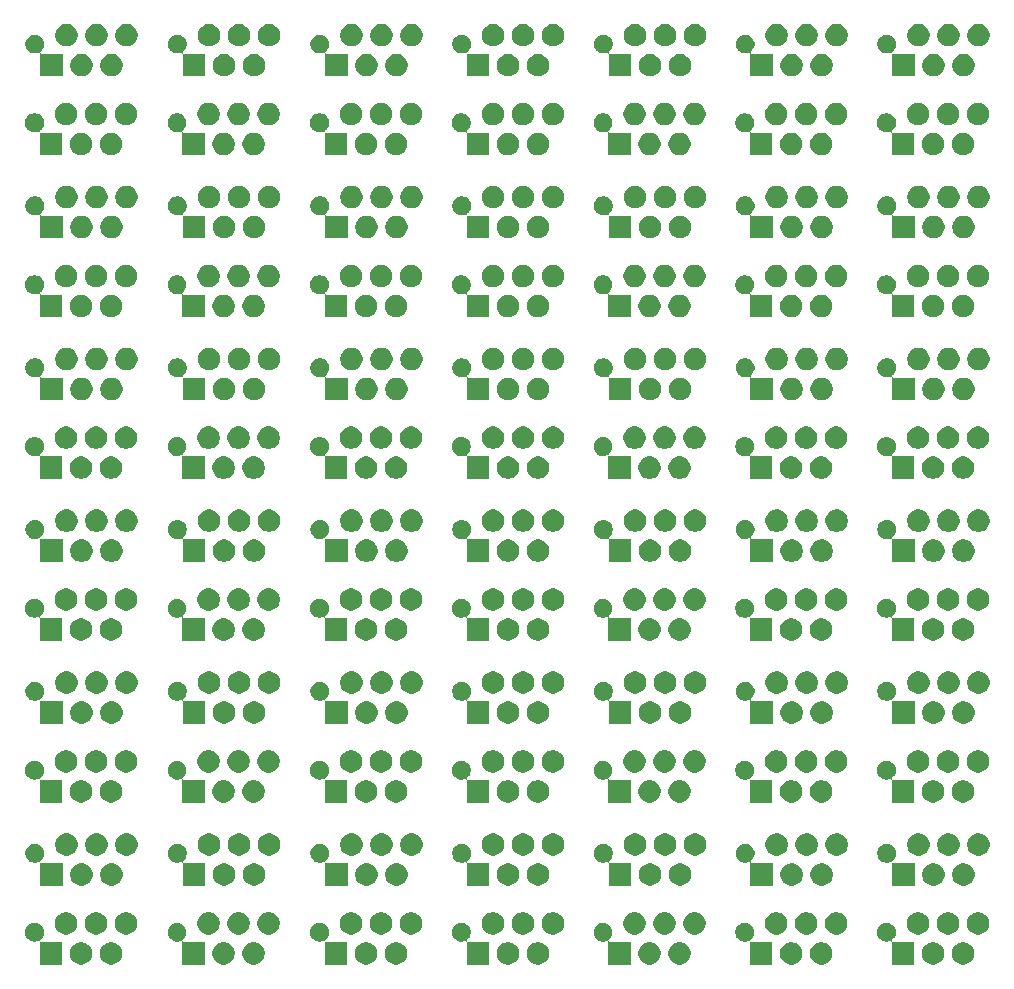
<source format=gbr>
G04 #@! TF.GenerationSoftware,KiCad,Pcbnew,5.0.2-bee76a0~70~ubuntu18.04.1*
G04 #@! TF.CreationDate,2019-05-10T19:14:11+02:00*
G04 #@! TF.ProjectId,spi_connector_board_micromatch_only_5x5_panel,7370695f-636f-46e6-9e65-63746f725f62,rev?*
G04 #@! TF.SameCoordinates,Original*
G04 #@! TF.FileFunction,Soldermask,Top*
G04 #@! TF.FilePolarity,Negative*
%FSLAX46Y46*%
G04 Gerber Fmt 4.6, Leading zero omitted, Abs format (unit mm)*
G04 Created by KiCad (PCBNEW 5.0.2-bee76a0~70~ubuntu18.04.1) date Fr 10 Mai 2019 19:14:11 CEST*
%MOMM*%
%LPD*%
G01*
G04 APERTURE LIST*
%ADD10C,0.150000*%
G04 APERTURE END LIST*
D10*
G36*
X127895155Y-150850733D02*
X127895157Y-150850734D01*
X127895158Y-150850734D01*
X127949009Y-150873040D01*
X128040940Y-150911119D01*
X128172143Y-150998786D01*
X128283714Y-151110357D01*
X128371381Y-151241560D01*
X128431767Y-151387345D01*
X128462550Y-151542102D01*
X128462550Y-151699898D01*
X128431767Y-151854655D01*
X128371381Y-152000440D01*
X128283714Y-152131643D01*
X128169407Y-152245950D01*
X128156415Y-152256612D01*
X128140870Y-152275554D01*
X128129319Y-152297165D01*
X128122206Y-152320614D01*
X128119804Y-152345001D01*
X128122206Y-152369387D01*
X128129319Y-152392836D01*
X128140871Y-152414447D01*
X128156416Y-152433389D01*
X128175358Y-152448934D01*
X128196969Y-152460485D01*
X128220418Y-152467598D01*
X128244804Y-152470000D01*
X130012500Y-152470000D01*
X130012500Y-154372000D01*
X128110500Y-154372000D01*
X128110500Y-152489145D01*
X128108098Y-152464759D01*
X128100985Y-152441310D01*
X128089434Y-152419699D01*
X128073888Y-152400757D01*
X128054946Y-152385211D01*
X128033335Y-152373660D01*
X128009886Y-152366547D01*
X127985500Y-152364145D01*
X127961114Y-152366547D01*
X127937665Y-152373660D01*
X127895158Y-152391267D01*
X127740398Y-152422050D01*
X127582602Y-152422050D01*
X127427845Y-152391267D01*
X127427843Y-152391266D01*
X127427842Y-152391266D01*
X127316149Y-152345001D01*
X127282060Y-152330881D01*
X127150857Y-152243214D01*
X127039286Y-152131643D01*
X126951619Y-152000440D01*
X126891233Y-151854655D01*
X126860450Y-151699898D01*
X126860450Y-151542102D01*
X126891233Y-151387345D01*
X126951619Y-151241560D01*
X127039286Y-151110357D01*
X127150857Y-150998786D01*
X127282060Y-150911119D01*
X127373991Y-150873040D01*
X127427842Y-150850734D01*
X127427843Y-150850734D01*
X127427845Y-150850733D01*
X127582602Y-150819950D01*
X127740398Y-150819950D01*
X127895155Y-150850733D01*
X127895155Y-150850733D01*
G37*
G36*
X151895155Y-150850733D02*
X151895157Y-150850734D01*
X151895158Y-150850734D01*
X151949009Y-150873040D01*
X152040940Y-150911119D01*
X152172143Y-150998786D01*
X152283714Y-151110357D01*
X152371381Y-151241560D01*
X152431767Y-151387345D01*
X152462550Y-151542102D01*
X152462550Y-151699898D01*
X152431767Y-151854655D01*
X152371381Y-152000440D01*
X152283714Y-152131643D01*
X152169407Y-152245950D01*
X152156415Y-152256612D01*
X152140870Y-152275554D01*
X152129319Y-152297165D01*
X152122206Y-152320614D01*
X152119804Y-152345001D01*
X152122206Y-152369387D01*
X152129319Y-152392836D01*
X152140871Y-152414447D01*
X152156416Y-152433389D01*
X152175358Y-152448934D01*
X152196969Y-152460485D01*
X152220418Y-152467598D01*
X152244804Y-152470000D01*
X154012500Y-152470000D01*
X154012500Y-154372000D01*
X152110500Y-154372000D01*
X152110500Y-152489145D01*
X152108098Y-152464759D01*
X152100985Y-152441310D01*
X152089434Y-152419699D01*
X152073888Y-152400757D01*
X152054946Y-152385211D01*
X152033335Y-152373660D01*
X152009886Y-152366547D01*
X151985500Y-152364145D01*
X151961114Y-152366547D01*
X151937665Y-152373660D01*
X151895158Y-152391267D01*
X151740398Y-152422050D01*
X151582602Y-152422050D01*
X151427845Y-152391267D01*
X151427843Y-152391266D01*
X151427842Y-152391266D01*
X151316149Y-152345001D01*
X151282060Y-152330881D01*
X151150857Y-152243214D01*
X151039286Y-152131643D01*
X150951619Y-152000440D01*
X150891233Y-151854655D01*
X150860450Y-151699898D01*
X150860450Y-151542102D01*
X150891233Y-151387345D01*
X150951619Y-151241560D01*
X151039286Y-151110357D01*
X151150857Y-150998786D01*
X151282060Y-150911119D01*
X151373991Y-150873040D01*
X151427842Y-150850734D01*
X151427843Y-150850734D01*
X151427845Y-150850733D01*
X151582602Y-150819950D01*
X151740398Y-150819950D01*
X151895155Y-150850733D01*
X151895155Y-150850733D01*
G37*
G36*
X158418896Y-152506546D02*
X158591966Y-152578234D01*
X158747730Y-152682312D01*
X158880188Y-152814770D01*
X158984266Y-152970534D01*
X159055954Y-153143604D01*
X159092500Y-153327333D01*
X159092500Y-153514667D01*
X159055954Y-153698396D01*
X158984266Y-153871466D01*
X158880188Y-154027230D01*
X158747730Y-154159688D01*
X158591966Y-154263766D01*
X158418896Y-154335454D01*
X158235167Y-154372000D01*
X158047833Y-154372000D01*
X157864104Y-154335454D01*
X157691034Y-154263766D01*
X157535270Y-154159688D01*
X157402812Y-154027230D01*
X157298734Y-153871466D01*
X157227046Y-153698396D01*
X157190500Y-153514667D01*
X157190500Y-153327333D01*
X157227046Y-153143604D01*
X157298734Y-152970534D01*
X157402812Y-152814770D01*
X157535270Y-152682312D01*
X157691034Y-152578234D01*
X157864104Y-152506546D01*
X158047833Y-152470000D01*
X158235167Y-152470000D01*
X158418896Y-152506546D01*
X158418896Y-152506546D01*
G37*
G36*
X107878896Y-152506546D02*
X108051966Y-152578234D01*
X108207730Y-152682312D01*
X108340188Y-152814770D01*
X108444266Y-152970534D01*
X108515954Y-153143604D01*
X108552500Y-153327333D01*
X108552500Y-153514667D01*
X108515954Y-153698396D01*
X108444266Y-153871466D01*
X108340188Y-154027230D01*
X108207730Y-154159688D01*
X108051966Y-154263766D01*
X107878896Y-154335454D01*
X107695167Y-154372000D01*
X107507833Y-154372000D01*
X107324104Y-154335454D01*
X107151034Y-154263766D01*
X106995270Y-154159688D01*
X106862812Y-154027230D01*
X106758734Y-153871466D01*
X106687046Y-153698396D01*
X106650500Y-153514667D01*
X106650500Y-153327333D01*
X106687046Y-153143604D01*
X106758734Y-152970534D01*
X106862812Y-152814770D01*
X106995270Y-152682312D01*
X107151034Y-152578234D01*
X107324104Y-152506546D01*
X107507833Y-152470000D01*
X107695167Y-152470000D01*
X107878896Y-152506546D01*
X107878896Y-152506546D01*
G37*
G36*
X95813896Y-152506546D02*
X95986966Y-152578234D01*
X96142730Y-152682312D01*
X96275188Y-152814770D01*
X96379266Y-152970534D01*
X96450954Y-153143604D01*
X96487500Y-153327333D01*
X96487500Y-153514667D01*
X96450954Y-153698396D01*
X96379266Y-153871466D01*
X96275188Y-154027230D01*
X96142730Y-154159688D01*
X95986966Y-154263766D01*
X95813896Y-154335454D01*
X95630167Y-154372000D01*
X95442833Y-154372000D01*
X95259104Y-154335454D01*
X95086034Y-154263766D01*
X94930270Y-154159688D01*
X94797812Y-154027230D01*
X94693734Y-153871466D01*
X94622046Y-153698396D01*
X94585500Y-153514667D01*
X94585500Y-153327333D01*
X94622046Y-153143604D01*
X94693734Y-152970534D01*
X94797812Y-152814770D01*
X94930270Y-152682312D01*
X95086034Y-152578234D01*
X95259104Y-152506546D01*
X95442833Y-152470000D01*
X95630167Y-152470000D01*
X95813896Y-152506546D01*
X95813896Y-152506546D01*
G37*
G36*
X103895155Y-150850733D02*
X103895157Y-150850734D01*
X103895158Y-150850734D01*
X103949009Y-150873040D01*
X104040940Y-150911119D01*
X104172143Y-150998786D01*
X104283714Y-151110357D01*
X104371381Y-151241560D01*
X104431767Y-151387345D01*
X104462550Y-151542102D01*
X104462550Y-151699898D01*
X104431767Y-151854655D01*
X104371381Y-152000440D01*
X104283714Y-152131643D01*
X104169407Y-152245950D01*
X104156415Y-152256612D01*
X104140870Y-152275554D01*
X104129319Y-152297165D01*
X104122206Y-152320614D01*
X104119804Y-152345001D01*
X104122206Y-152369387D01*
X104129319Y-152392836D01*
X104140871Y-152414447D01*
X104156416Y-152433389D01*
X104175358Y-152448934D01*
X104196969Y-152460485D01*
X104220418Y-152467598D01*
X104244804Y-152470000D01*
X106012500Y-152470000D01*
X106012500Y-154372000D01*
X104110500Y-154372000D01*
X104110500Y-152489145D01*
X104108098Y-152464759D01*
X104100985Y-152441310D01*
X104089434Y-152419699D01*
X104073888Y-152400757D01*
X104054946Y-152385211D01*
X104033335Y-152373660D01*
X104009886Y-152366547D01*
X103985500Y-152364145D01*
X103961114Y-152366547D01*
X103937665Y-152373660D01*
X103895158Y-152391267D01*
X103740398Y-152422050D01*
X103582602Y-152422050D01*
X103427845Y-152391267D01*
X103427843Y-152391266D01*
X103427842Y-152391266D01*
X103316149Y-152345001D01*
X103282060Y-152330881D01*
X103150857Y-152243214D01*
X103039286Y-152131643D01*
X102951619Y-152000440D01*
X102891233Y-151854655D01*
X102860450Y-151699898D01*
X102860450Y-151542102D01*
X102891233Y-151387345D01*
X102951619Y-151241560D01*
X103039286Y-151110357D01*
X103150857Y-150998786D01*
X103282060Y-150911119D01*
X103373991Y-150873040D01*
X103427842Y-150850734D01*
X103427843Y-150850734D01*
X103427845Y-150850733D01*
X103582602Y-150819950D01*
X103740398Y-150819950D01*
X103895155Y-150850733D01*
X103895155Y-150850733D01*
G37*
G36*
X110418896Y-152506546D02*
X110591966Y-152578234D01*
X110747730Y-152682312D01*
X110880188Y-152814770D01*
X110984266Y-152970534D01*
X111055954Y-153143604D01*
X111092500Y-153327333D01*
X111092500Y-153514667D01*
X111055954Y-153698396D01*
X110984266Y-153871466D01*
X110880188Y-154027230D01*
X110747730Y-154159688D01*
X110591966Y-154263766D01*
X110418896Y-154335454D01*
X110235167Y-154372000D01*
X110047833Y-154372000D01*
X109864104Y-154335454D01*
X109691034Y-154263766D01*
X109535270Y-154159688D01*
X109402812Y-154027230D01*
X109298734Y-153871466D01*
X109227046Y-153698396D01*
X109190500Y-153514667D01*
X109190500Y-153327333D01*
X109227046Y-153143604D01*
X109298734Y-152970534D01*
X109402812Y-152814770D01*
X109535270Y-152682312D01*
X109691034Y-152578234D01*
X109864104Y-152506546D01*
X110047833Y-152470000D01*
X110235167Y-152470000D01*
X110418896Y-152506546D01*
X110418896Y-152506546D01*
G37*
G36*
X119878896Y-152506546D02*
X120051966Y-152578234D01*
X120207730Y-152682312D01*
X120340188Y-152814770D01*
X120444266Y-152970534D01*
X120515954Y-153143604D01*
X120552500Y-153327333D01*
X120552500Y-153514667D01*
X120515954Y-153698396D01*
X120444266Y-153871466D01*
X120340188Y-154027230D01*
X120207730Y-154159688D01*
X120051966Y-154263766D01*
X119878896Y-154335454D01*
X119695167Y-154372000D01*
X119507833Y-154372000D01*
X119324104Y-154335454D01*
X119151034Y-154263766D01*
X118995270Y-154159688D01*
X118862812Y-154027230D01*
X118758734Y-153871466D01*
X118687046Y-153698396D01*
X118650500Y-153514667D01*
X118650500Y-153327333D01*
X118687046Y-153143604D01*
X118758734Y-152970534D01*
X118862812Y-152814770D01*
X118995270Y-152682312D01*
X119151034Y-152578234D01*
X119324104Y-152506546D01*
X119507833Y-152470000D01*
X119695167Y-152470000D01*
X119878896Y-152506546D01*
X119878896Y-152506546D01*
G37*
G36*
X155878896Y-152506546D02*
X156051966Y-152578234D01*
X156207730Y-152682312D01*
X156340188Y-152814770D01*
X156444266Y-152970534D01*
X156515954Y-153143604D01*
X156552500Y-153327333D01*
X156552500Y-153514667D01*
X156515954Y-153698396D01*
X156444266Y-153871466D01*
X156340188Y-154027230D01*
X156207730Y-154159688D01*
X156051966Y-154263766D01*
X155878896Y-154335454D01*
X155695167Y-154372000D01*
X155507833Y-154372000D01*
X155324104Y-154335454D01*
X155151034Y-154263766D01*
X154995270Y-154159688D01*
X154862812Y-154027230D01*
X154758734Y-153871466D01*
X154687046Y-153698396D01*
X154650500Y-153514667D01*
X154650500Y-153327333D01*
X154687046Y-153143604D01*
X154758734Y-152970534D01*
X154862812Y-152814770D01*
X154995270Y-152682312D01*
X155151034Y-152578234D01*
X155324104Y-152506546D01*
X155507833Y-152470000D01*
X155695167Y-152470000D01*
X155878896Y-152506546D01*
X155878896Y-152506546D01*
G37*
G36*
X122418896Y-152506546D02*
X122591966Y-152578234D01*
X122747730Y-152682312D01*
X122880188Y-152814770D01*
X122984266Y-152970534D01*
X123055954Y-153143604D01*
X123092500Y-153327333D01*
X123092500Y-153514667D01*
X123055954Y-153698396D01*
X122984266Y-153871466D01*
X122880188Y-154027230D01*
X122747730Y-154159688D01*
X122591966Y-154263766D01*
X122418896Y-154335454D01*
X122235167Y-154372000D01*
X122047833Y-154372000D01*
X121864104Y-154335454D01*
X121691034Y-154263766D01*
X121535270Y-154159688D01*
X121402812Y-154027230D01*
X121298734Y-153871466D01*
X121227046Y-153698396D01*
X121190500Y-153514667D01*
X121190500Y-153327333D01*
X121227046Y-153143604D01*
X121298734Y-152970534D01*
X121402812Y-152814770D01*
X121535270Y-152682312D01*
X121691034Y-152578234D01*
X121864104Y-152506546D01*
X122047833Y-152470000D01*
X122235167Y-152470000D01*
X122418896Y-152506546D01*
X122418896Y-152506546D01*
G37*
G36*
X131878896Y-152506546D02*
X132051966Y-152578234D01*
X132207730Y-152682312D01*
X132340188Y-152814770D01*
X132444266Y-152970534D01*
X132515954Y-153143604D01*
X132552500Y-153327333D01*
X132552500Y-153514667D01*
X132515954Y-153698396D01*
X132444266Y-153871466D01*
X132340188Y-154027230D01*
X132207730Y-154159688D01*
X132051966Y-154263766D01*
X131878896Y-154335454D01*
X131695167Y-154372000D01*
X131507833Y-154372000D01*
X131324104Y-154335454D01*
X131151034Y-154263766D01*
X130995270Y-154159688D01*
X130862812Y-154027230D01*
X130758734Y-153871466D01*
X130687046Y-153698396D01*
X130650500Y-153514667D01*
X130650500Y-153327333D01*
X130687046Y-153143604D01*
X130758734Y-152970534D01*
X130862812Y-152814770D01*
X130995270Y-152682312D01*
X131151034Y-152578234D01*
X131324104Y-152506546D01*
X131507833Y-152470000D01*
X131695167Y-152470000D01*
X131878896Y-152506546D01*
X131878896Y-152506546D01*
G37*
G36*
X91830155Y-150850733D02*
X91830157Y-150850734D01*
X91830158Y-150850734D01*
X91884009Y-150873040D01*
X91975940Y-150911119D01*
X92107143Y-150998786D01*
X92218714Y-151110357D01*
X92306381Y-151241560D01*
X92366767Y-151387345D01*
X92397550Y-151542102D01*
X92397550Y-151699898D01*
X92366767Y-151854655D01*
X92306381Y-152000440D01*
X92218714Y-152131643D01*
X92104407Y-152245950D01*
X92091415Y-152256612D01*
X92075870Y-152275554D01*
X92064319Y-152297165D01*
X92057206Y-152320614D01*
X92054804Y-152345001D01*
X92057206Y-152369387D01*
X92064319Y-152392836D01*
X92075871Y-152414447D01*
X92091416Y-152433389D01*
X92110358Y-152448934D01*
X92131969Y-152460485D01*
X92155418Y-152467598D01*
X92179804Y-152470000D01*
X93947500Y-152470000D01*
X93947500Y-154372000D01*
X92045500Y-154372000D01*
X92045500Y-152489145D01*
X92043098Y-152464759D01*
X92035985Y-152441310D01*
X92024434Y-152419699D01*
X92008888Y-152400757D01*
X91989946Y-152385211D01*
X91968335Y-152373660D01*
X91944886Y-152366547D01*
X91920500Y-152364145D01*
X91896114Y-152366547D01*
X91872665Y-152373660D01*
X91830158Y-152391267D01*
X91675398Y-152422050D01*
X91517602Y-152422050D01*
X91362845Y-152391267D01*
X91362843Y-152391266D01*
X91362842Y-152391266D01*
X91251149Y-152345001D01*
X91217060Y-152330881D01*
X91085857Y-152243214D01*
X90974286Y-152131643D01*
X90886619Y-152000440D01*
X90826233Y-151854655D01*
X90795450Y-151699898D01*
X90795450Y-151542102D01*
X90826233Y-151387345D01*
X90886619Y-151241560D01*
X90974286Y-151110357D01*
X91085857Y-150998786D01*
X91217060Y-150911119D01*
X91308991Y-150873040D01*
X91362842Y-150850734D01*
X91362843Y-150850734D01*
X91362845Y-150850733D01*
X91517602Y-150819950D01*
X91675398Y-150819950D01*
X91830155Y-150850733D01*
X91830155Y-150850733D01*
G37*
G36*
X134418896Y-152506546D02*
X134591966Y-152578234D01*
X134747730Y-152682312D01*
X134880188Y-152814770D01*
X134984266Y-152970534D01*
X135055954Y-153143604D01*
X135092500Y-153327333D01*
X135092500Y-153514667D01*
X135055954Y-153698396D01*
X134984266Y-153871466D01*
X134880188Y-154027230D01*
X134747730Y-154159688D01*
X134591966Y-154263766D01*
X134418896Y-154335454D01*
X134235167Y-154372000D01*
X134047833Y-154372000D01*
X133864104Y-154335454D01*
X133691034Y-154263766D01*
X133535270Y-154159688D01*
X133402812Y-154027230D01*
X133298734Y-153871466D01*
X133227046Y-153698396D01*
X133190500Y-153514667D01*
X133190500Y-153327333D01*
X133227046Y-153143604D01*
X133298734Y-152970534D01*
X133402812Y-152814770D01*
X133535270Y-152682312D01*
X133691034Y-152578234D01*
X133864104Y-152506546D01*
X134047833Y-152470000D01*
X134235167Y-152470000D01*
X134418896Y-152506546D01*
X134418896Y-152506546D01*
G37*
G36*
X143878896Y-152506546D02*
X144051966Y-152578234D01*
X144207730Y-152682312D01*
X144340188Y-152814770D01*
X144444266Y-152970534D01*
X144515954Y-153143604D01*
X144552500Y-153327333D01*
X144552500Y-153514667D01*
X144515954Y-153698396D01*
X144444266Y-153871466D01*
X144340188Y-154027230D01*
X144207730Y-154159688D01*
X144051966Y-154263766D01*
X143878896Y-154335454D01*
X143695167Y-154372000D01*
X143507833Y-154372000D01*
X143324104Y-154335454D01*
X143151034Y-154263766D01*
X142995270Y-154159688D01*
X142862812Y-154027230D01*
X142758734Y-153871466D01*
X142687046Y-153698396D01*
X142650500Y-153514667D01*
X142650500Y-153327333D01*
X142687046Y-153143604D01*
X142758734Y-152970534D01*
X142862812Y-152814770D01*
X142995270Y-152682312D01*
X143151034Y-152578234D01*
X143324104Y-152506546D01*
X143507833Y-152470000D01*
X143695167Y-152470000D01*
X143878896Y-152506546D01*
X143878896Y-152506546D01*
G37*
G36*
X139895155Y-150850733D02*
X139895157Y-150850734D01*
X139895158Y-150850734D01*
X139949009Y-150873040D01*
X140040940Y-150911119D01*
X140172143Y-150998786D01*
X140283714Y-151110357D01*
X140371381Y-151241560D01*
X140431767Y-151387345D01*
X140462550Y-151542102D01*
X140462550Y-151699898D01*
X140431767Y-151854655D01*
X140371381Y-152000440D01*
X140283714Y-152131643D01*
X140169407Y-152245950D01*
X140156415Y-152256612D01*
X140140870Y-152275554D01*
X140129319Y-152297165D01*
X140122206Y-152320614D01*
X140119804Y-152345001D01*
X140122206Y-152369387D01*
X140129319Y-152392836D01*
X140140871Y-152414447D01*
X140156416Y-152433389D01*
X140175358Y-152448934D01*
X140196969Y-152460485D01*
X140220418Y-152467598D01*
X140244804Y-152470000D01*
X142012500Y-152470000D01*
X142012500Y-154372000D01*
X140110500Y-154372000D01*
X140110500Y-152489145D01*
X140108098Y-152464759D01*
X140100985Y-152441310D01*
X140089434Y-152419699D01*
X140073888Y-152400757D01*
X140054946Y-152385211D01*
X140033335Y-152373660D01*
X140009886Y-152366547D01*
X139985500Y-152364145D01*
X139961114Y-152366547D01*
X139937665Y-152373660D01*
X139895158Y-152391267D01*
X139740398Y-152422050D01*
X139582602Y-152422050D01*
X139427845Y-152391267D01*
X139427843Y-152391266D01*
X139427842Y-152391266D01*
X139316149Y-152345001D01*
X139282060Y-152330881D01*
X139150857Y-152243214D01*
X139039286Y-152131643D01*
X138951619Y-152000440D01*
X138891233Y-151854655D01*
X138860450Y-151699898D01*
X138860450Y-151542102D01*
X138891233Y-151387345D01*
X138951619Y-151241560D01*
X139039286Y-151110357D01*
X139150857Y-150998786D01*
X139282060Y-150911119D01*
X139373991Y-150873040D01*
X139427842Y-150850734D01*
X139427843Y-150850734D01*
X139427845Y-150850733D01*
X139582602Y-150819950D01*
X139740398Y-150819950D01*
X139895155Y-150850733D01*
X139895155Y-150850733D01*
G37*
G36*
X146418896Y-152506546D02*
X146591966Y-152578234D01*
X146747730Y-152682312D01*
X146880188Y-152814770D01*
X146984266Y-152970534D01*
X147055954Y-153143604D01*
X147092500Y-153327333D01*
X147092500Y-153514667D01*
X147055954Y-153698396D01*
X146984266Y-153871466D01*
X146880188Y-154027230D01*
X146747730Y-154159688D01*
X146591966Y-154263766D01*
X146418896Y-154335454D01*
X146235167Y-154372000D01*
X146047833Y-154372000D01*
X145864104Y-154335454D01*
X145691034Y-154263766D01*
X145535270Y-154159688D01*
X145402812Y-154027230D01*
X145298734Y-153871466D01*
X145227046Y-153698396D01*
X145190500Y-153514667D01*
X145190500Y-153327333D01*
X145227046Y-153143604D01*
X145298734Y-152970534D01*
X145402812Y-152814770D01*
X145535270Y-152682312D01*
X145691034Y-152578234D01*
X145864104Y-152506546D01*
X146047833Y-152470000D01*
X146235167Y-152470000D01*
X146418896Y-152506546D01*
X146418896Y-152506546D01*
G37*
G36*
X86288896Y-152506546D02*
X86461966Y-152578234D01*
X86617730Y-152682312D01*
X86750188Y-152814770D01*
X86854266Y-152970534D01*
X86925954Y-153143604D01*
X86962500Y-153327333D01*
X86962500Y-153514667D01*
X86925954Y-153698396D01*
X86854266Y-153871466D01*
X86750188Y-154027230D01*
X86617730Y-154159688D01*
X86461966Y-154263766D01*
X86288896Y-154335454D01*
X86105167Y-154372000D01*
X85917833Y-154372000D01*
X85734104Y-154335454D01*
X85561034Y-154263766D01*
X85405270Y-154159688D01*
X85272812Y-154027230D01*
X85168734Y-153871466D01*
X85097046Y-153698396D01*
X85060500Y-153514667D01*
X85060500Y-153327333D01*
X85097046Y-153143604D01*
X85168734Y-152970534D01*
X85272812Y-152814770D01*
X85405270Y-152682312D01*
X85561034Y-152578234D01*
X85734104Y-152506546D01*
X85917833Y-152470000D01*
X86105167Y-152470000D01*
X86288896Y-152506546D01*
X86288896Y-152506546D01*
G37*
G36*
X79765155Y-150850733D02*
X79765157Y-150850734D01*
X79765158Y-150850734D01*
X79819009Y-150873040D01*
X79910940Y-150911119D01*
X80042143Y-150998786D01*
X80153714Y-151110357D01*
X80241381Y-151241560D01*
X80301767Y-151387345D01*
X80332550Y-151542102D01*
X80332550Y-151699898D01*
X80301767Y-151854655D01*
X80241381Y-152000440D01*
X80153714Y-152131643D01*
X80039407Y-152245950D01*
X80026415Y-152256612D01*
X80010870Y-152275554D01*
X79999319Y-152297165D01*
X79992206Y-152320614D01*
X79989804Y-152345001D01*
X79992206Y-152369387D01*
X79999319Y-152392836D01*
X80010871Y-152414447D01*
X80026416Y-152433389D01*
X80045358Y-152448934D01*
X80066969Y-152460485D01*
X80090418Y-152467598D01*
X80114804Y-152470000D01*
X81882500Y-152470000D01*
X81882500Y-154372000D01*
X79980500Y-154372000D01*
X79980500Y-152489145D01*
X79978098Y-152464759D01*
X79970985Y-152441310D01*
X79959434Y-152419699D01*
X79943888Y-152400757D01*
X79924946Y-152385211D01*
X79903335Y-152373660D01*
X79879886Y-152366547D01*
X79855500Y-152364145D01*
X79831114Y-152366547D01*
X79807665Y-152373660D01*
X79765158Y-152391267D01*
X79610398Y-152422050D01*
X79452602Y-152422050D01*
X79297845Y-152391267D01*
X79297843Y-152391266D01*
X79297842Y-152391266D01*
X79186149Y-152345001D01*
X79152060Y-152330881D01*
X79020857Y-152243214D01*
X78909286Y-152131643D01*
X78821619Y-152000440D01*
X78761233Y-151854655D01*
X78730450Y-151699898D01*
X78730450Y-151542102D01*
X78761233Y-151387345D01*
X78821619Y-151241560D01*
X78909286Y-151110357D01*
X79020857Y-150998786D01*
X79152060Y-150911119D01*
X79243991Y-150873040D01*
X79297842Y-150850734D01*
X79297843Y-150850734D01*
X79297845Y-150850733D01*
X79452602Y-150819950D01*
X79610398Y-150819950D01*
X79765155Y-150850733D01*
X79765155Y-150850733D01*
G37*
G36*
X98353896Y-152506546D02*
X98526966Y-152578234D01*
X98682730Y-152682312D01*
X98815188Y-152814770D01*
X98919266Y-152970534D01*
X98990954Y-153143604D01*
X99027500Y-153327333D01*
X99027500Y-153514667D01*
X98990954Y-153698396D01*
X98919266Y-153871466D01*
X98815188Y-154027230D01*
X98682730Y-154159688D01*
X98526966Y-154263766D01*
X98353896Y-154335454D01*
X98170167Y-154372000D01*
X97982833Y-154372000D01*
X97799104Y-154335454D01*
X97626034Y-154263766D01*
X97470270Y-154159688D01*
X97337812Y-154027230D01*
X97233734Y-153871466D01*
X97162046Y-153698396D01*
X97125500Y-153514667D01*
X97125500Y-153327333D01*
X97162046Y-153143604D01*
X97233734Y-152970534D01*
X97337812Y-152814770D01*
X97470270Y-152682312D01*
X97626034Y-152578234D01*
X97799104Y-152506546D01*
X97982833Y-152470000D01*
X98170167Y-152470000D01*
X98353896Y-152506546D01*
X98353896Y-152506546D01*
G37*
G36*
X83748896Y-152506546D02*
X83921966Y-152578234D01*
X84077730Y-152682312D01*
X84210188Y-152814770D01*
X84314266Y-152970534D01*
X84385954Y-153143604D01*
X84422500Y-153327333D01*
X84422500Y-153514667D01*
X84385954Y-153698396D01*
X84314266Y-153871466D01*
X84210188Y-154027230D01*
X84077730Y-154159688D01*
X83921966Y-154263766D01*
X83748896Y-154335454D01*
X83565167Y-154372000D01*
X83377833Y-154372000D01*
X83194104Y-154335454D01*
X83021034Y-154263766D01*
X82865270Y-154159688D01*
X82732812Y-154027230D01*
X82628734Y-153871466D01*
X82557046Y-153698396D01*
X82520500Y-153514667D01*
X82520500Y-153327333D01*
X82557046Y-153143604D01*
X82628734Y-152970534D01*
X82732812Y-152814770D01*
X82865270Y-152682312D01*
X83021034Y-152578234D01*
X83194104Y-152506546D01*
X83377833Y-152470000D01*
X83565167Y-152470000D01*
X83748896Y-152506546D01*
X83748896Y-152506546D01*
G37*
G36*
X115895155Y-150850733D02*
X115895157Y-150850734D01*
X115895158Y-150850734D01*
X115949009Y-150873040D01*
X116040940Y-150911119D01*
X116172143Y-150998786D01*
X116283714Y-151110357D01*
X116371381Y-151241560D01*
X116431767Y-151387345D01*
X116462550Y-151542102D01*
X116462550Y-151699898D01*
X116431767Y-151854655D01*
X116371381Y-152000440D01*
X116283714Y-152131643D01*
X116169407Y-152245950D01*
X116156415Y-152256612D01*
X116140870Y-152275554D01*
X116129319Y-152297165D01*
X116122206Y-152320614D01*
X116119804Y-152345001D01*
X116122206Y-152369387D01*
X116129319Y-152392836D01*
X116140871Y-152414447D01*
X116156416Y-152433389D01*
X116175358Y-152448934D01*
X116196969Y-152460485D01*
X116220418Y-152467598D01*
X116244804Y-152470000D01*
X118012500Y-152470000D01*
X118012500Y-154372000D01*
X116110500Y-154372000D01*
X116110500Y-152489145D01*
X116108098Y-152464759D01*
X116100985Y-152441310D01*
X116089434Y-152419699D01*
X116073888Y-152400757D01*
X116054946Y-152385211D01*
X116033335Y-152373660D01*
X116009886Y-152366547D01*
X115985500Y-152364145D01*
X115961114Y-152366547D01*
X115937665Y-152373660D01*
X115895158Y-152391267D01*
X115740398Y-152422050D01*
X115582602Y-152422050D01*
X115427845Y-152391267D01*
X115427843Y-152391266D01*
X115427842Y-152391266D01*
X115316149Y-152345001D01*
X115282060Y-152330881D01*
X115150857Y-152243214D01*
X115039286Y-152131643D01*
X114951619Y-152000440D01*
X114891233Y-151854655D01*
X114860450Y-151699898D01*
X114860450Y-151542102D01*
X114891233Y-151387345D01*
X114951619Y-151241560D01*
X115039286Y-151110357D01*
X115150857Y-150998786D01*
X115282060Y-150911119D01*
X115373991Y-150873040D01*
X115427842Y-150850734D01*
X115427843Y-150850734D01*
X115427845Y-150850733D01*
X115582602Y-150819950D01*
X115740398Y-150819950D01*
X115895155Y-150850733D01*
X115895155Y-150850733D01*
G37*
G36*
X154608896Y-149966546D02*
X154781966Y-150038234D01*
X154937730Y-150142312D01*
X155070188Y-150274770D01*
X155174266Y-150430534D01*
X155245954Y-150603604D01*
X155282500Y-150787333D01*
X155282500Y-150974667D01*
X155245954Y-151158396D01*
X155174266Y-151331466D01*
X155070188Y-151487230D01*
X154937730Y-151619688D01*
X154781966Y-151723766D01*
X154608896Y-151795454D01*
X154425167Y-151832000D01*
X154237833Y-151832000D01*
X154054104Y-151795454D01*
X153881034Y-151723766D01*
X153725270Y-151619688D01*
X153592812Y-151487230D01*
X153488734Y-151331466D01*
X153417046Y-151158396D01*
X153380500Y-150974667D01*
X153380500Y-150787333D01*
X153417046Y-150603604D01*
X153488734Y-150430534D01*
X153592812Y-150274770D01*
X153725270Y-150142312D01*
X153881034Y-150038234D01*
X154054104Y-149966546D01*
X154237833Y-149930000D01*
X154425167Y-149930000D01*
X154608896Y-149966546D01*
X154608896Y-149966546D01*
G37*
G36*
X118608896Y-149966546D02*
X118781966Y-150038234D01*
X118937730Y-150142312D01*
X119070188Y-150274770D01*
X119174266Y-150430534D01*
X119245954Y-150603604D01*
X119282500Y-150787333D01*
X119282500Y-150974667D01*
X119245954Y-151158396D01*
X119174266Y-151331466D01*
X119070188Y-151487230D01*
X118937730Y-151619688D01*
X118781966Y-151723766D01*
X118608896Y-151795454D01*
X118425167Y-151832000D01*
X118237833Y-151832000D01*
X118054104Y-151795454D01*
X117881034Y-151723766D01*
X117725270Y-151619688D01*
X117592812Y-151487230D01*
X117488734Y-151331466D01*
X117417046Y-151158396D01*
X117380500Y-150974667D01*
X117380500Y-150787333D01*
X117417046Y-150603604D01*
X117488734Y-150430534D01*
X117592812Y-150274770D01*
X117725270Y-150142312D01*
X117881034Y-150038234D01*
X118054104Y-149966546D01*
X118237833Y-149930000D01*
X118425167Y-149930000D01*
X118608896Y-149966546D01*
X118608896Y-149966546D01*
G37*
G36*
X111688896Y-149966546D02*
X111861966Y-150038234D01*
X112017730Y-150142312D01*
X112150188Y-150274770D01*
X112254266Y-150430534D01*
X112325954Y-150603604D01*
X112362500Y-150787333D01*
X112362500Y-150974667D01*
X112325954Y-151158396D01*
X112254266Y-151331466D01*
X112150188Y-151487230D01*
X112017730Y-151619688D01*
X111861966Y-151723766D01*
X111688896Y-151795454D01*
X111505167Y-151832000D01*
X111317833Y-151832000D01*
X111134104Y-151795454D01*
X110961034Y-151723766D01*
X110805270Y-151619688D01*
X110672812Y-151487230D01*
X110568734Y-151331466D01*
X110497046Y-151158396D01*
X110460500Y-150974667D01*
X110460500Y-150787333D01*
X110497046Y-150603604D01*
X110568734Y-150430534D01*
X110672812Y-150274770D01*
X110805270Y-150142312D01*
X110961034Y-150038234D01*
X111134104Y-149966546D01*
X111317833Y-149930000D01*
X111505167Y-149930000D01*
X111688896Y-149966546D01*
X111688896Y-149966546D01*
G37*
G36*
X121148896Y-149966546D02*
X121321966Y-150038234D01*
X121477730Y-150142312D01*
X121610188Y-150274770D01*
X121714266Y-150430534D01*
X121785954Y-150603604D01*
X121822500Y-150787333D01*
X121822500Y-150974667D01*
X121785954Y-151158396D01*
X121714266Y-151331466D01*
X121610188Y-151487230D01*
X121477730Y-151619688D01*
X121321966Y-151723766D01*
X121148896Y-151795454D01*
X120965167Y-151832000D01*
X120777833Y-151832000D01*
X120594104Y-151795454D01*
X120421034Y-151723766D01*
X120265270Y-151619688D01*
X120132812Y-151487230D01*
X120028734Y-151331466D01*
X119957046Y-151158396D01*
X119920500Y-150974667D01*
X119920500Y-150787333D01*
X119957046Y-150603604D01*
X120028734Y-150430534D01*
X120132812Y-150274770D01*
X120265270Y-150142312D01*
X120421034Y-150038234D01*
X120594104Y-149966546D01*
X120777833Y-149930000D01*
X120965167Y-149930000D01*
X121148896Y-149966546D01*
X121148896Y-149966546D01*
G37*
G36*
X109148896Y-149966546D02*
X109321966Y-150038234D01*
X109477730Y-150142312D01*
X109610188Y-150274770D01*
X109714266Y-150430534D01*
X109785954Y-150603604D01*
X109822500Y-150787333D01*
X109822500Y-150974667D01*
X109785954Y-151158396D01*
X109714266Y-151331466D01*
X109610188Y-151487230D01*
X109477730Y-151619688D01*
X109321966Y-151723766D01*
X109148896Y-151795454D01*
X108965167Y-151832000D01*
X108777833Y-151832000D01*
X108594104Y-151795454D01*
X108421034Y-151723766D01*
X108265270Y-151619688D01*
X108132812Y-151487230D01*
X108028734Y-151331466D01*
X107957046Y-151158396D01*
X107920500Y-150974667D01*
X107920500Y-150787333D01*
X107957046Y-150603604D01*
X108028734Y-150430534D01*
X108132812Y-150274770D01*
X108265270Y-150142312D01*
X108421034Y-150038234D01*
X108594104Y-149966546D01*
X108777833Y-149930000D01*
X108965167Y-149930000D01*
X109148896Y-149966546D01*
X109148896Y-149966546D01*
G37*
G36*
X147688896Y-149966546D02*
X147861966Y-150038234D01*
X148017730Y-150142312D01*
X148150188Y-150274770D01*
X148254266Y-150430534D01*
X148325954Y-150603604D01*
X148362500Y-150787333D01*
X148362500Y-150974667D01*
X148325954Y-151158396D01*
X148254266Y-151331466D01*
X148150188Y-151487230D01*
X148017730Y-151619688D01*
X147861966Y-151723766D01*
X147688896Y-151795454D01*
X147505167Y-151832000D01*
X147317833Y-151832000D01*
X147134104Y-151795454D01*
X146961034Y-151723766D01*
X146805270Y-151619688D01*
X146672812Y-151487230D01*
X146568734Y-151331466D01*
X146497046Y-151158396D01*
X146460500Y-150974667D01*
X146460500Y-150787333D01*
X146497046Y-150603604D01*
X146568734Y-150430534D01*
X146672812Y-150274770D01*
X146805270Y-150142312D01*
X146961034Y-150038234D01*
X147134104Y-149966546D01*
X147317833Y-149930000D01*
X147505167Y-149930000D01*
X147688896Y-149966546D01*
X147688896Y-149966546D01*
G37*
G36*
X157148896Y-149966546D02*
X157321966Y-150038234D01*
X157477730Y-150142312D01*
X157610188Y-150274770D01*
X157714266Y-150430534D01*
X157785954Y-150603604D01*
X157822500Y-150787333D01*
X157822500Y-150974667D01*
X157785954Y-151158396D01*
X157714266Y-151331466D01*
X157610188Y-151487230D01*
X157477730Y-151619688D01*
X157321966Y-151723766D01*
X157148896Y-151795454D01*
X156965167Y-151832000D01*
X156777833Y-151832000D01*
X156594104Y-151795454D01*
X156421034Y-151723766D01*
X156265270Y-151619688D01*
X156132812Y-151487230D01*
X156028734Y-151331466D01*
X155957046Y-151158396D01*
X155920500Y-150974667D01*
X155920500Y-150787333D01*
X155957046Y-150603604D01*
X156028734Y-150430534D01*
X156132812Y-150274770D01*
X156265270Y-150142312D01*
X156421034Y-150038234D01*
X156594104Y-149966546D01*
X156777833Y-149930000D01*
X156965167Y-149930000D01*
X157148896Y-149966546D01*
X157148896Y-149966546D01*
G37*
G36*
X142608896Y-149966546D02*
X142781966Y-150038234D01*
X142937730Y-150142312D01*
X143070188Y-150274770D01*
X143174266Y-150430534D01*
X143245954Y-150603604D01*
X143282500Y-150787333D01*
X143282500Y-150974667D01*
X143245954Y-151158396D01*
X143174266Y-151331466D01*
X143070188Y-151487230D01*
X142937730Y-151619688D01*
X142781966Y-151723766D01*
X142608896Y-151795454D01*
X142425167Y-151832000D01*
X142237833Y-151832000D01*
X142054104Y-151795454D01*
X141881034Y-151723766D01*
X141725270Y-151619688D01*
X141592812Y-151487230D01*
X141488734Y-151331466D01*
X141417046Y-151158396D01*
X141380500Y-150974667D01*
X141380500Y-150787333D01*
X141417046Y-150603604D01*
X141488734Y-150430534D01*
X141592812Y-150274770D01*
X141725270Y-150142312D01*
X141881034Y-150038234D01*
X142054104Y-149966546D01*
X142237833Y-149930000D01*
X142425167Y-149930000D01*
X142608896Y-149966546D01*
X142608896Y-149966546D01*
G37*
G36*
X82478896Y-149966546D02*
X82651966Y-150038234D01*
X82807730Y-150142312D01*
X82940188Y-150274770D01*
X83044266Y-150430534D01*
X83115954Y-150603604D01*
X83152500Y-150787333D01*
X83152500Y-150974667D01*
X83115954Y-151158396D01*
X83044266Y-151331466D01*
X82940188Y-151487230D01*
X82807730Y-151619688D01*
X82651966Y-151723766D01*
X82478896Y-151795454D01*
X82295167Y-151832000D01*
X82107833Y-151832000D01*
X81924104Y-151795454D01*
X81751034Y-151723766D01*
X81595270Y-151619688D01*
X81462812Y-151487230D01*
X81358734Y-151331466D01*
X81287046Y-151158396D01*
X81250500Y-150974667D01*
X81250500Y-150787333D01*
X81287046Y-150603604D01*
X81358734Y-150430534D01*
X81462812Y-150274770D01*
X81595270Y-150142312D01*
X81751034Y-150038234D01*
X81924104Y-149966546D01*
X82107833Y-149930000D01*
X82295167Y-149930000D01*
X82478896Y-149966546D01*
X82478896Y-149966546D01*
G37*
G36*
X159688896Y-149966546D02*
X159861966Y-150038234D01*
X160017730Y-150142312D01*
X160150188Y-150274770D01*
X160254266Y-150430534D01*
X160325954Y-150603604D01*
X160362500Y-150787333D01*
X160362500Y-150974667D01*
X160325954Y-151158396D01*
X160254266Y-151331466D01*
X160150188Y-151487230D01*
X160017730Y-151619688D01*
X159861966Y-151723766D01*
X159688896Y-151795454D01*
X159505167Y-151832000D01*
X159317833Y-151832000D01*
X159134104Y-151795454D01*
X158961034Y-151723766D01*
X158805270Y-151619688D01*
X158672812Y-151487230D01*
X158568734Y-151331466D01*
X158497046Y-151158396D01*
X158460500Y-150974667D01*
X158460500Y-150787333D01*
X158497046Y-150603604D01*
X158568734Y-150430534D01*
X158672812Y-150274770D01*
X158805270Y-150142312D01*
X158961034Y-150038234D01*
X159134104Y-149966546D01*
X159317833Y-149930000D01*
X159505167Y-149930000D01*
X159688896Y-149966546D01*
X159688896Y-149966546D01*
G37*
G36*
X85018896Y-149966546D02*
X85191966Y-150038234D01*
X85347730Y-150142312D01*
X85480188Y-150274770D01*
X85584266Y-150430534D01*
X85655954Y-150603604D01*
X85692500Y-150787333D01*
X85692500Y-150974667D01*
X85655954Y-151158396D01*
X85584266Y-151331466D01*
X85480188Y-151487230D01*
X85347730Y-151619688D01*
X85191966Y-151723766D01*
X85018896Y-151795454D01*
X84835167Y-151832000D01*
X84647833Y-151832000D01*
X84464104Y-151795454D01*
X84291034Y-151723766D01*
X84135270Y-151619688D01*
X84002812Y-151487230D01*
X83898734Y-151331466D01*
X83827046Y-151158396D01*
X83790500Y-150974667D01*
X83790500Y-150787333D01*
X83827046Y-150603604D01*
X83898734Y-150430534D01*
X84002812Y-150274770D01*
X84135270Y-150142312D01*
X84291034Y-150038234D01*
X84464104Y-149966546D01*
X84647833Y-149930000D01*
X84835167Y-149930000D01*
X85018896Y-149966546D01*
X85018896Y-149966546D01*
G37*
G36*
X135688896Y-149966546D02*
X135861966Y-150038234D01*
X136017730Y-150142312D01*
X136150188Y-150274770D01*
X136254266Y-150430534D01*
X136325954Y-150603604D01*
X136362500Y-150787333D01*
X136362500Y-150974667D01*
X136325954Y-151158396D01*
X136254266Y-151331466D01*
X136150188Y-151487230D01*
X136017730Y-151619688D01*
X135861966Y-151723766D01*
X135688896Y-151795454D01*
X135505167Y-151832000D01*
X135317833Y-151832000D01*
X135134104Y-151795454D01*
X134961034Y-151723766D01*
X134805270Y-151619688D01*
X134672812Y-151487230D01*
X134568734Y-151331466D01*
X134497046Y-151158396D01*
X134460500Y-150974667D01*
X134460500Y-150787333D01*
X134497046Y-150603604D01*
X134568734Y-150430534D01*
X134672812Y-150274770D01*
X134805270Y-150142312D01*
X134961034Y-150038234D01*
X135134104Y-149966546D01*
X135317833Y-149930000D01*
X135505167Y-149930000D01*
X135688896Y-149966546D01*
X135688896Y-149966546D01*
G37*
G36*
X87558896Y-149966546D02*
X87731966Y-150038234D01*
X87887730Y-150142312D01*
X88020188Y-150274770D01*
X88124266Y-150430534D01*
X88195954Y-150603604D01*
X88232500Y-150787333D01*
X88232500Y-150974667D01*
X88195954Y-151158396D01*
X88124266Y-151331466D01*
X88020188Y-151487230D01*
X87887730Y-151619688D01*
X87731966Y-151723766D01*
X87558896Y-151795454D01*
X87375167Y-151832000D01*
X87187833Y-151832000D01*
X87004104Y-151795454D01*
X86831034Y-151723766D01*
X86675270Y-151619688D01*
X86542812Y-151487230D01*
X86438734Y-151331466D01*
X86367046Y-151158396D01*
X86330500Y-150974667D01*
X86330500Y-150787333D01*
X86367046Y-150603604D01*
X86438734Y-150430534D01*
X86542812Y-150274770D01*
X86675270Y-150142312D01*
X86831034Y-150038234D01*
X87004104Y-149966546D01*
X87187833Y-149930000D01*
X87375167Y-149930000D01*
X87558896Y-149966546D01*
X87558896Y-149966546D01*
G37*
G36*
X94543896Y-149966546D02*
X94716966Y-150038234D01*
X94872730Y-150142312D01*
X95005188Y-150274770D01*
X95109266Y-150430534D01*
X95180954Y-150603604D01*
X95217500Y-150787333D01*
X95217500Y-150974667D01*
X95180954Y-151158396D01*
X95109266Y-151331466D01*
X95005188Y-151487230D01*
X94872730Y-151619688D01*
X94716966Y-151723766D01*
X94543896Y-151795454D01*
X94360167Y-151832000D01*
X94172833Y-151832000D01*
X93989104Y-151795454D01*
X93816034Y-151723766D01*
X93660270Y-151619688D01*
X93527812Y-151487230D01*
X93423734Y-151331466D01*
X93352046Y-151158396D01*
X93315500Y-150974667D01*
X93315500Y-150787333D01*
X93352046Y-150603604D01*
X93423734Y-150430534D01*
X93527812Y-150274770D01*
X93660270Y-150142312D01*
X93816034Y-150038234D01*
X93989104Y-149966546D01*
X94172833Y-149930000D01*
X94360167Y-149930000D01*
X94543896Y-149966546D01*
X94543896Y-149966546D01*
G37*
G36*
X130608896Y-149966546D02*
X130781966Y-150038234D01*
X130937730Y-150142312D01*
X131070188Y-150274770D01*
X131174266Y-150430534D01*
X131245954Y-150603604D01*
X131282500Y-150787333D01*
X131282500Y-150974667D01*
X131245954Y-151158396D01*
X131174266Y-151331466D01*
X131070188Y-151487230D01*
X130937730Y-151619688D01*
X130781966Y-151723766D01*
X130608896Y-151795454D01*
X130425167Y-151832000D01*
X130237833Y-151832000D01*
X130054104Y-151795454D01*
X129881034Y-151723766D01*
X129725270Y-151619688D01*
X129592812Y-151487230D01*
X129488734Y-151331466D01*
X129417046Y-151158396D01*
X129380500Y-150974667D01*
X129380500Y-150787333D01*
X129417046Y-150603604D01*
X129488734Y-150430534D01*
X129592812Y-150274770D01*
X129725270Y-150142312D01*
X129881034Y-150038234D01*
X130054104Y-149966546D01*
X130237833Y-149930000D01*
X130425167Y-149930000D01*
X130608896Y-149966546D01*
X130608896Y-149966546D01*
G37*
G36*
X123688896Y-149966546D02*
X123861966Y-150038234D01*
X124017730Y-150142312D01*
X124150188Y-150274770D01*
X124254266Y-150430534D01*
X124325954Y-150603604D01*
X124362500Y-150787333D01*
X124362500Y-150974667D01*
X124325954Y-151158396D01*
X124254266Y-151331466D01*
X124150188Y-151487230D01*
X124017730Y-151619688D01*
X123861966Y-151723766D01*
X123688896Y-151795454D01*
X123505167Y-151832000D01*
X123317833Y-151832000D01*
X123134104Y-151795454D01*
X122961034Y-151723766D01*
X122805270Y-151619688D01*
X122672812Y-151487230D01*
X122568734Y-151331466D01*
X122497046Y-151158396D01*
X122460500Y-150974667D01*
X122460500Y-150787333D01*
X122497046Y-150603604D01*
X122568734Y-150430534D01*
X122672812Y-150274770D01*
X122805270Y-150142312D01*
X122961034Y-150038234D01*
X123134104Y-149966546D01*
X123317833Y-149930000D01*
X123505167Y-149930000D01*
X123688896Y-149966546D01*
X123688896Y-149966546D01*
G37*
G36*
X97083896Y-149966546D02*
X97256966Y-150038234D01*
X97412730Y-150142312D01*
X97545188Y-150274770D01*
X97649266Y-150430534D01*
X97720954Y-150603604D01*
X97757500Y-150787333D01*
X97757500Y-150974667D01*
X97720954Y-151158396D01*
X97649266Y-151331466D01*
X97545188Y-151487230D01*
X97412730Y-151619688D01*
X97256966Y-151723766D01*
X97083896Y-151795454D01*
X96900167Y-151832000D01*
X96712833Y-151832000D01*
X96529104Y-151795454D01*
X96356034Y-151723766D01*
X96200270Y-151619688D01*
X96067812Y-151487230D01*
X95963734Y-151331466D01*
X95892046Y-151158396D01*
X95855500Y-150974667D01*
X95855500Y-150787333D01*
X95892046Y-150603604D01*
X95963734Y-150430534D01*
X96067812Y-150274770D01*
X96200270Y-150142312D01*
X96356034Y-150038234D01*
X96529104Y-149966546D01*
X96712833Y-149930000D01*
X96900167Y-149930000D01*
X97083896Y-149966546D01*
X97083896Y-149966546D01*
G37*
G36*
X133148896Y-149966546D02*
X133321966Y-150038234D01*
X133477730Y-150142312D01*
X133610188Y-150274770D01*
X133714266Y-150430534D01*
X133785954Y-150603604D01*
X133822500Y-150787333D01*
X133822500Y-150974667D01*
X133785954Y-151158396D01*
X133714266Y-151331466D01*
X133610188Y-151487230D01*
X133477730Y-151619688D01*
X133321966Y-151723766D01*
X133148896Y-151795454D01*
X132965167Y-151832000D01*
X132777833Y-151832000D01*
X132594104Y-151795454D01*
X132421034Y-151723766D01*
X132265270Y-151619688D01*
X132132812Y-151487230D01*
X132028734Y-151331466D01*
X131957046Y-151158396D01*
X131920500Y-150974667D01*
X131920500Y-150787333D01*
X131957046Y-150603604D01*
X132028734Y-150430534D01*
X132132812Y-150274770D01*
X132265270Y-150142312D01*
X132421034Y-150038234D01*
X132594104Y-149966546D01*
X132777833Y-149930000D01*
X132965167Y-149930000D01*
X133148896Y-149966546D01*
X133148896Y-149966546D01*
G37*
G36*
X99623896Y-149966546D02*
X99796966Y-150038234D01*
X99952730Y-150142312D01*
X100085188Y-150274770D01*
X100189266Y-150430534D01*
X100260954Y-150603604D01*
X100297500Y-150787333D01*
X100297500Y-150974667D01*
X100260954Y-151158396D01*
X100189266Y-151331466D01*
X100085188Y-151487230D01*
X99952730Y-151619688D01*
X99796966Y-151723766D01*
X99623896Y-151795454D01*
X99440167Y-151832000D01*
X99252833Y-151832000D01*
X99069104Y-151795454D01*
X98896034Y-151723766D01*
X98740270Y-151619688D01*
X98607812Y-151487230D01*
X98503734Y-151331466D01*
X98432046Y-151158396D01*
X98395500Y-150974667D01*
X98395500Y-150787333D01*
X98432046Y-150603604D01*
X98503734Y-150430534D01*
X98607812Y-150274770D01*
X98740270Y-150142312D01*
X98896034Y-150038234D01*
X99069104Y-149966546D01*
X99252833Y-149930000D01*
X99440167Y-149930000D01*
X99623896Y-149966546D01*
X99623896Y-149966546D01*
G37*
G36*
X106608896Y-149966546D02*
X106781966Y-150038234D01*
X106937730Y-150142312D01*
X107070188Y-150274770D01*
X107174266Y-150430534D01*
X107245954Y-150603604D01*
X107282500Y-150787333D01*
X107282500Y-150974667D01*
X107245954Y-151158396D01*
X107174266Y-151331466D01*
X107070188Y-151487230D01*
X106937730Y-151619688D01*
X106781966Y-151723766D01*
X106608896Y-151795454D01*
X106425167Y-151832000D01*
X106237833Y-151832000D01*
X106054104Y-151795454D01*
X105881034Y-151723766D01*
X105725270Y-151619688D01*
X105592812Y-151487230D01*
X105488734Y-151331466D01*
X105417046Y-151158396D01*
X105380500Y-150974667D01*
X105380500Y-150787333D01*
X105417046Y-150603604D01*
X105488734Y-150430534D01*
X105592812Y-150274770D01*
X105725270Y-150142312D01*
X105881034Y-150038234D01*
X106054104Y-149966546D01*
X106237833Y-149930000D01*
X106425167Y-149930000D01*
X106608896Y-149966546D01*
X106608896Y-149966546D01*
G37*
G36*
X145148896Y-149966546D02*
X145321966Y-150038234D01*
X145477730Y-150142312D01*
X145610188Y-150274770D01*
X145714266Y-150430534D01*
X145785954Y-150603604D01*
X145822500Y-150787333D01*
X145822500Y-150974667D01*
X145785954Y-151158396D01*
X145714266Y-151331466D01*
X145610188Y-151487230D01*
X145477730Y-151619688D01*
X145321966Y-151723766D01*
X145148896Y-151795454D01*
X144965167Y-151832000D01*
X144777833Y-151832000D01*
X144594104Y-151795454D01*
X144421034Y-151723766D01*
X144265270Y-151619688D01*
X144132812Y-151487230D01*
X144028734Y-151331466D01*
X143957046Y-151158396D01*
X143920500Y-150974667D01*
X143920500Y-150787333D01*
X143957046Y-150603604D01*
X144028734Y-150430534D01*
X144132812Y-150274770D01*
X144265270Y-150142312D01*
X144421034Y-150038234D01*
X144594104Y-149966546D01*
X144777833Y-149930000D01*
X144965167Y-149930000D01*
X145148896Y-149966546D01*
X145148896Y-149966546D01*
G37*
G36*
X91861155Y-144177733D02*
X91861157Y-144177734D01*
X91861158Y-144177734D01*
X91915009Y-144200040D01*
X92006940Y-144238119D01*
X92138143Y-144325786D01*
X92249714Y-144437357D01*
X92337381Y-144568560D01*
X92397767Y-144714345D01*
X92428550Y-144869102D01*
X92428550Y-145026898D01*
X92397767Y-145181655D01*
X92337381Y-145327440D01*
X92249714Y-145458643D01*
X92135407Y-145572950D01*
X92122415Y-145583612D01*
X92106870Y-145602554D01*
X92095319Y-145624165D01*
X92088206Y-145647614D01*
X92085804Y-145672001D01*
X92088206Y-145696387D01*
X92095319Y-145719836D01*
X92106871Y-145741447D01*
X92122416Y-145760389D01*
X92141358Y-145775934D01*
X92162969Y-145787485D01*
X92186418Y-145794598D01*
X92210804Y-145797000D01*
X93978500Y-145797000D01*
X93978500Y-147699000D01*
X92076500Y-147699000D01*
X92076500Y-145816145D01*
X92074098Y-145791759D01*
X92066985Y-145768310D01*
X92055434Y-145746699D01*
X92039888Y-145727757D01*
X92020946Y-145712211D01*
X91999335Y-145700660D01*
X91975886Y-145693547D01*
X91951500Y-145691145D01*
X91927114Y-145693547D01*
X91903665Y-145700660D01*
X91861158Y-145718267D01*
X91706398Y-145749050D01*
X91548602Y-145749050D01*
X91393845Y-145718267D01*
X91393843Y-145718266D01*
X91393842Y-145718266D01*
X91282149Y-145672001D01*
X91248060Y-145657881D01*
X91116857Y-145570214D01*
X91005286Y-145458643D01*
X90917619Y-145327440D01*
X90857233Y-145181655D01*
X90826450Y-145026898D01*
X90826450Y-144869102D01*
X90857233Y-144714345D01*
X90917619Y-144568560D01*
X91005286Y-144437357D01*
X91116857Y-144325786D01*
X91248060Y-144238119D01*
X91339991Y-144200040D01*
X91393842Y-144177734D01*
X91393843Y-144177734D01*
X91393845Y-144177733D01*
X91548602Y-144146950D01*
X91706398Y-144146950D01*
X91861155Y-144177733D01*
X91861155Y-144177733D01*
G37*
G36*
X127926155Y-144177733D02*
X127926157Y-144177734D01*
X127926158Y-144177734D01*
X127980009Y-144200040D01*
X128071940Y-144238119D01*
X128203143Y-144325786D01*
X128314714Y-144437357D01*
X128402381Y-144568560D01*
X128462767Y-144714345D01*
X128493550Y-144869102D01*
X128493550Y-145026898D01*
X128462767Y-145181655D01*
X128402381Y-145327440D01*
X128314714Y-145458643D01*
X128200407Y-145572950D01*
X128187415Y-145583612D01*
X128171870Y-145602554D01*
X128160319Y-145624165D01*
X128153206Y-145647614D01*
X128150804Y-145672001D01*
X128153206Y-145696387D01*
X128160319Y-145719836D01*
X128171871Y-145741447D01*
X128187416Y-145760389D01*
X128206358Y-145775934D01*
X128227969Y-145787485D01*
X128251418Y-145794598D01*
X128275804Y-145797000D01*
X130043500Y-145797000D01*
X130043500Y-147699000D01*
X128141500Y-147699000D01*
X128141500Y-145816145D01*
X128139098Y-145791759D01*
X128131985Y-145768310D01*
X128120434Y-145746699D01*
X128104888Y-145727757D01*
X128085946Y-145712211D01*
X128064335Y-145700660D01*
X128040886Y-145693547D01*
X128016500Y-145691145D01*
X127992114Y-145693547D01*
X127968665Y-145700660D01*
X127926158Y-145718267D01*
X127771398Y-145749050D01*
X127613602Y-145749050D01*
X127458845Y-145718267D01*
X127458843Y-145718266D01*
X127458842Y-145718266D01*
X127347149Y-145672001D01*
X127313060Y-145657881D01*
X127181857Y-145570214D01*
X127070286Y-145458643D01*
X126982619Y-145327440D01*
X126922233Y-145181655D01*
X126891450Y-145026898D01*
X126891450Y-144869102D01*
X126922233Y-144714345D01*
X126982619Y-144568560D01*
X127070286Y-144437357D01*
X127181857Y-144325786D01*
X127313060Y-144238119D01*
X127404991Y-144200040D01*
X127458842Y-144177734D01*
X127458843Y-144177734D01*
X127458845Y-144177733D01*
X127613602Y-144146950D01*
X127771398Y-144146950D01*
X127926155Y-144177733D01*
X127926155Y-144177733D01*
G37*
G36*
X95844896Y-145833546D02*
X96017966Y-145905234D01*
X96173730Y-146009312D01*
X96306188Y-146141770D01*
X96410266Y-146297534D01*
X96481954Y-146470604D01*
X96518500Y-146654333D01*
X96518500Y-146841667D01*
X96481954Y-147025396D01*
X96410266Y-147198466D01*
X96306188Y-147354230D01*
X96173730Y-147486688D01*
X96017966Y-147590766D01*
X95844896Y-147662454D01*
X95661167Y-147699000D01*
X95473833Y-147699000D01*
X95290104Y-147662454D01*
X95117034Y-147590766D01*
X94961270Y-147486688D01*
X94828812Y-147354230D01*
X94724734Y-147198466D01*
X94653046Y-147025396D01*
X94616500Y-146841667D01*
X94616500Y-146654333D01*
X94653046Y-146470604D01*
X94724734Y-146297534D01*
X94828812Y-146141770D01*
X94961270Y-146009312D01*
X95117034Y-145905234D01*
X95290104Y-145833546D01*
X95473833Y-145797000D01*
X95661167Y-145797000D01*
X95844896Y-145833546D01*
X95844896Y-145833546D01*
G37*
G36*
X98384896Y-145833546D02*
X98557966Y-145905234D01*
X98713730Y-146009312D01*
X98846188Y-146141770D01*
X98950266Y-146297534D01*
X99021954Y-146470604D01*
X99058500Y-146654333D01*
X99058500Y-146841667D01*
X99021954Y-147025396D01*
X98950266Y-147198466D01*
X98846188Y-147354230D01*
X98713730Y-147486688D01*
X98557966Y-147590766D01*
X98384896Y-147662454D01*
X98201167Y-147699000D01*
X98013833Y-147699000D01*
X97830104Y-147662454D01*
X97657034Y-147590766D01*
X97501270Y-147486688D01*
X97368812Y-147354230D01*
X97264734Y-147198466D01*
X97193046Y-147025396D01*
X97156500Y-146841667D01*
X97156500Y-146654333D01*
X97193046Y-146470604D01*
X97264734Y-146297534D01*
X97368812Y-146141770D01*
X97501270Y-146009312D01*
X97657034Y-145905234D01*
X97830104Y-145833546D01*
X98013833Y-145797000D01*
X98201167Y-145797000D01*
X98384896Y-145833546D01*
X98384896Y-145833546D01*
G37*
G36*
X103926155Y-144177733D02*
X103926157Y-144177734D01*
X103926158Y-144177734D01*
X103980009Y-144200040D01*
X104071940Y-144238119D01*
X104203143Y-144325786D01*
X104314714Y-144437357D01*
X104402381Y-144568560D01*
X104462767Y-144714345D01*
X104493550Y-144869102D01*
X104493550Y-145026898D01*
X104462767Y-145181655D01*
X104402381Y-145327440D01*
X104314714Y-145458643D01*
X104200407Y-145572950D01*
X104187415Y-145583612D01*
X104171870Y-145602554D01*
X104160319Y-145624165D01*
X104153206Y-145647614D01*
X104150804Y-145672001D01*
X104153206Y-145696387D01*
X104160319Y-145719836D01*
X104171871Y-145741447D01*
X104187416Y-145760389D01*
X104206358Y-145775934D01*
X104227969Y-145787485D01*
X104251418Y-145794598D01*
X104275804Y-145797000D01*
X106043500Y-145797000D01*
X106043500Y-147699000D01*
X104141500Y-147699000D01*
X104141500Y-145816145D01*
X104139098Y-145791759D01*
X104131985Y-145768310D01*
X104120434Y-145746699D01*
X104104888Y-145727757D01*
X104085946Y-145712211D01*
X104064335Y-145700660D01*
X104040886Y-145693547D01*
X104016500Y-145691145D01*
X103992114Y-145693547D01*
X103968665Y-145700660D01*
X103926158Y-145718267D01*
X103771398Y-145749050D01*
X103613602Y-145749050D01*
X103458845Y-145718267D01*
X103458843Y-145718266D01*
X103458842Y-145718266D01*
X103347149Y-145672001D01*
X103313060Y-145657881D01*
X103181857Y-145570214D01*
X103070286Y-145458643D01*
X102982619Y-145327440D01*
X102922233Y-145181655D01*
X102891450Y-145026898D01*
X102891450Y-144869102D01*
X102922233Y-144714345D01*
X102982619Y-144568560D01*
X103070286Y-144437357D01*
X103181857Y-144325786D01*
X103313060Y-144238119D01*
X103404991Y-144200040D01*
X103458842Y-144177734D01*
X103458843Y-144177734D01*
X103458845Y-144177733D01*
X103613602Y-144146950D01*
X103771398Y-144146950D01*
X103926155Y-144177733D01*
X103926155Y-144177733D01*
G37*
G36*
X107909896Y-145833546D02*
X108082966Y-145905234D01*
X108238730Y-146009312D01*
X108371188Y-146141770D01*
X108475266Y-146297534D01*
X108546954Y-146470604D01*
X108583500Y-146654333D01*
X108583500Y-146841667D01*
X108546954Y-147025396D01*
X108475266Y-147198466D01*
X108371188Y-147354230D01*
X108238730Y-147486688D01*
X108082966Y-147590766D01*
X107909896Y-147662454D01*
X107726167Y-147699000D01*
X107538833Y-147699000D01*
X107355104Y-147662454D01*
X107182034Y-147590766D01*
X107026270Y-147486688D01*
X106893812Y-147354230D01*
X106789734Y-147198466D01*
X106718046Y-147025396D01*
X106681500Y-146841667D01*
X106681500Y-146654333D01*
X106718046Y-146470604D01*
X106789734Y-146297534D01*
X106893812Y-146141770D01*
X107026270Y-146009312D01*
X107182034Y-145905234D01*
X107355104Y-145833546D01*
X107538833Y-145797000D01*
X107726167Y-145797000D01*
X107909896Y-145833546D01*
X107909896Y-145833546D01*
G37*
G36*
X134449896Y-145833546D02*
X134622966Y-145905234D01*
X134778730Y-146009312D01*
X134911188Y-146141770D01*
X135015266Y-146297534D01*
X135086954Y-146470604D01*
X135123500Y-146654333D01*
X135123500Y-146841667D01*
X135086954Y-147025396D01*
X135015266Y-147198466D01*
X134911188Y-147354230D01*
X134778730Y-147486688D01*
X134622966Y-147590766D01*
X134449896Y-147662454D01*
X134266167Y-147699000D01*
X134078833Y-147699000D01*
X133895104Y-147662454D01*
X133722034Y-147590766D01*
X133566270Y-147486688D01*
X133433812Y-147354230D01*
X133329734Y-147198466D01*
X133258046Y-147025396D01*
X133221500Y-146841667D01*
X133221500Y-146654333D01*
X133258046Y-146470604D01*
X133329734Y-146297534D01*
X133433812Y-146141770D01*
X133566270Y-146009312D01*
X133722034Y-145905234D01*
X133895104Y-145833546D01*
X134078833Y-145797000D01*
X134266167Y-145797000D01*
X134449896Y-145833546D01*
X134449896Y-145833546D01*
G37*
G36*
X115926155Y-144177733D02*
X115926157Y-144177734D01*
X115926158Y-144177734D01*
X115980009Y-144200040D01*
X116071940Y-144238119D01*
X116203143Y-144325786D01*
X116314714Y-144437357D01*
X116402381Y-144568560D01*
X116462767Y-144714345D01*
X116493550Y-144869102D01*
X116493550Y-145026898D01*
X116462767Y-145181655D01*
X116402381Y-145327440D01*
X116314714Y-145458643D01*
X116200407Y-145572950D01*
X116187415Y-145583612D01*
X116171870Y-145602554D01*
X116160319Y-145624165D01*
X116153206Y-145647614D01*
X116150804Y-145672001D01*
X116153206Y-145696387D01*
X116160319Y-145719836D01*
X116171871Y-145741447D01*
X116187416Y-145760389D01*
X116206358Y-145775934D01*
X116227969Y-145787485D01*
X116251418Y-145794598D01*
X116275804Y-145797000D01*
X118043500Y-145797000D01*
X118043500Y-147699000D01*
X116141500Y-147699000D01*
X116141500Y-145816145D01*
X116139098Y-145791759D01*
X116131985Y-145768310D01*
X116120434Y-145746699D01*
X116104888Y-145727757D01*
X116085946Y-145712211D01*
X116064335Y-145700660D01*
X116040886Y-145693547D01*
X116016500Y-145691145D01*
X115992114Y-145693547D01*
X115968665Y-145700660D01*
X115926158Y-145718267D01*
X115771398Y-145749050D01*
X115613602Y-145749050D01*
X115458845Y-145718267D01*
X115458843Y-145718266D01*
X115458842Y-145718266D01*
X115347149Y-145672001D01*
X115313060Y-145657881D01*
X115181857Y-145570214D01*
X115070286Y-145458643D01*
X114982619Y-145327440D01*
X114922233Y-145181655D01*
X114891450Y-145026898D01*
X114891450Y-144869102D01*
X114922233Y-144714345D01*
X114982619Y-144568560D01*
X115070286Y-144437357D01*
X115181857Y-144325786D01*
X115313060Y-144238119D01*
X115404991Y-144200040D01*
X115458842Y-144177734D01*
X115458843Y-144177734D01*
X115458845Y-144177733D01*
X115613602Y-144146950D01*
X115771398Y-144146950D01*
X115926155Y-144177733D01*
X115926155Y-144177733D01*
G37*
G36*
X119909896Y-145833546D02*
X120082966Y-145905234D01*
X120238730Y-146009312D01*
X120371188Y-146141770D01*
X120475266Y-146297534D01*
X120546954Y-146470604D01*
X120583500Y-146654333D01*
X120583500Y-146841667D01*
X120546954Y-147025396D01*
X120475266Y-147198466D01*
X120371188Y-147354230D01*
X120238730Y-147486688D01*
X120082966Y-147590766D01*
X119909896Y-147662454D01*
X119726167Y-147699000D01*
X119538833Y-147699000D01*
X119355104Y-147662454D01*
X119182034Y-147590766D01*
X119026270Y-147486688D01*
X118893812Y-147354230D01*
X118789734Y-147198466D01*
X118718046Y-147025396D01*
X118681500Y-146841667D01*
X118681500Y-146654333D01*
X118718046Y-146470604D01*
X118789734Y-146297534D01*
X118893812Y-146141770D01*
X119026270Y-146009312D01*
X119182034Y-145905234D01*
X119355104Y-145833546D01*
X119538833Y-145797000D01*
X119726167Y-145797000D01*
X119909896Y-145833546D01*
X119909896Y-145833546D01*
G37*
G36*
X122449896Y-145833546D02*
X122622966Y-145905234D01*
X122778730Y-146009312D01*
X122911188Y-146141770D01*
X123015266Y-146297534D01*
X123086954Y-146470604D01*
X123123500Y-146654333D01*
X123123500Y-146841667D01*
X123086954Y-147025396D01*
X123015266Y-147198466D01*
X122911188Y-147354230D01*
X122778730Y-147486688D01*
X122622966Y-147590766D01*
X122449896Y-147662454D01*
X122266167Y-147699000D01*
X122078833Y-147699000D01*
X121895104Y-147662454D01*
X121722034Y-147590766D01*
X121566270Y-147486688D01*
X121433812Y-147354230D01*
X121329734Y-147198466D01*
X121258046Y-147025396D01*
X121221500Y-146841667D01*
X121221500Y-146654333D01*
X121258046Y-146470604D01*
X121329734Y-146297534D01*
X121433812Y-146141770D01*
X121566270Y-146009312D01*
X121722034Y-145905234D01*
X121895104Y-145833546D01*
X122078833Y-145797000D01*
X122266167Y-145797000D01*
X122449896Y-145833546D01*
X122449896Y-145833546D01*
G37*
G36*
X131909896Y-145833546D02*
X132082966Y-145905234D01*
X132238730Y-146009312D01*
X132371188Y-146141770D01*
X132475266Y-146297534D01*
X132546954Y-146470604D01*
X132583500Y-146654333D01*
X132583500Y-146841667D01*
X132546954Y-147025396D01*
X132475266Y-147198466D01*
X132371188Y-147354230D01*
X132238730Y-147486688D01*
X132082966Y-147590766D01*
X131909896Y-147662454D01*
X131726167Y-147699000D01*
X131538833Y-147699000D01*
X131355104Y-147662454D01*
X131182034Y-147590766D01*
X131026270Y-147486688D01*
X130893812Y-147354230D01*
X130789734Y-147198466D01*
X130718046Y-147025396D01*
X130681500Y-146841667D01*
X130681500Y-146654333D01*
X130718046Y-146470604D01*
X130789734Y-146297534D01*
X130893812Y-146141770D01*
X131026270Y-146009312D01*
X131182034Y-145905234D01*
X131355104Y-145833546D01*
X131538833Y-145797000D01*
X131726167Y-145797000D01*
X131909896Y-145833546D01*
X131909896Y-145833546D01*
G37*
G36*
X151926155Y-144177733D02*
X151926157Y-144177734D01*
X151926158Y-144177734D01*
X151980009Y-144200040D01*
X152071940Y-144238119D01*
X152203143Y-144325786D01*
X152314714Y-144437357D01*
X152402381Y-144568560D01*
X152462767Y-144714345D01*
X152493550Y-144869102D01*
X152493550Y-145026898D01*
X152462767Y-145181655D01*
X152402381Y-145327440D01*
X152314714Y-145458643D01*
X152200407Y-145572950D01*
X152187415Y-145583612D01*
X152171870Y-145602554D01*
X152160319Y-145624165D01*
X152153206Y-145647614D01*
X152150804Y-145672001D01*
X152153206Y-145696387D01*
X152160319Y-145719836D01*
X152171871Y-145741447D01*
X152187416Y-145760389D01*
X152206358Y-145775934D01*
X152227969Y-145787485D01*
X152251418Y-145794598D01*
X152275804Y-145797000D01*
X154043500Y-145797000D01*
X154043500Y-147699000D01*
X152141500Y-147699000D01*
X152141500Y-145816145D01*
X152139098Y-145791759D01*
X152131985Y-145768310D01*
X152120434Y-145746699D01*
X152104888Y-145727757D01*
X152085946Y-145712211D01*
X152064335Y-145700660D01*
X152040886Y-145693547D01*
X152016500Y-145691145D01*
X151992114Y-145693547D01*
X151968665Y-145700660D01*
X151926158Y-145718267D01*
X151771398Y-145749050D01*
X151613602Y-145749050D01*
X151458845Y-145718267D01*
X151458843Y-145718266D01*
X151458842Y-145718266D01*
X151347149Y-145672001D01*
X151313060Y-145657881D01*
X151181857Y-145570214D01*
X151070286Y-145458643D01*
X150982619Y-145327440D01*
X150922233Y-145181655D01*
X150891450Y-145026898D01*
X150891450Y-144869102D01*
X150922233Y-144714345D01*
X150982619Y-144568560D01*
X151070286Y-144437357D01*
X151181857Y-144325786D01*
X151313060Y-144238119D01*
X151404991Y-144200040D01*
X151458842Y-144177734D01*
X151458843Y-144177734D01*
X151458845Y-144177733D01*
X151613602Y-144146950D01*
X151771398Y-144146950D01*
X151926155Y-144177733D01*
X151926155Y-144177733D01*
G37*
G36*
X139926155Y-144177733D02*
X139926157Y-144177734D01*
X139926158Y-144177734D01*
X139980009Y-144200040D01*
X140071940Y-144238119D01*
X140203143Y-144325786D01*
X140314714Y-144437357D01*
X140402381Y-144568560D01*
X140462767Y-144714345D01*
X140493550Y-144869102D01*
X140493550Y-145026898D01*
X140462767Y-145181655D01*
X140402381Y-145327440D01*
X140314714Y-145458643D01*
X140200407Y-145572950D01*
X140187415Y-145583612D01*
X140171870Y-145602554D01*
X140160319Y-145624165D01*
X140153206Y-145647614D01*
X140150804Y-145672001D01*
X140153206Y-145696387D01*
X140160319Y-145719836D01*
X140171871Y-145741447D01*
X140187416Y-145760389D01*
X140206358Y-145775934D01*
X140227969Y-145787485D01*
X140251418Y-145794598D01*
X140275804Y-145797000D01*
X142043500Y-145797000D01*
X142043500Y-147699000D01*
X140141500Y-147699000D01*
X140141500Y-145816145D01*
X140139098Y-145791759D01*
X140131985Y-145768310D01*
X140120434Y-145746699D01*
X140104888Y-145727757D01*
X140085946Y-145712211D01*
X140064335Y-145700660D01*
X140040886Y-145693547D01*
X140016500Y-145691145D01*
X139992114Y-145693547D01*
X139968665Y-145700660D01*
X139926158Y-145718267D01*
X139771398Y-145749050D01*
X139613602Y-145749050D01*
X139458845Y-145718267D01*
X139458843Y-145718266D01*
X139458842Y-145718266D01*
X139347149Y-145672001D01*
X139313060Y-145657881D01*
X139181857Y-145570214D01*
X139070286Y-145458643D01*
X138982619Y-145327440D01*
X138922233Y-145181655D01*
X138891450Y-145026898D01*
X138891450Y-144869102D01*
X138922233Y-144714345D01*
X138982619Y-144568560D01*
X139070286Y-144437357D01*
X139181857Y-144325786D01*
X139313060Y-144238119D01*
X139404991Y-144200040D01*
X139458842Y-144177734D01*
X139458843Y-144177734D01*
X139458845Y-144177733D01*
X139613602Y-144146950D01*
X139771398Y-144146950D01*
X139926155Y-144177733D01*
X139926155Y-144177733D01*
G37*
G36*
X110449896Y-145833546D02*
X110622966Y-145905234D01*
X110778730Y-146009312D01*
X110911188Y-146141770D01*
X111015266Y-146297534D01*
X111086954Y-146470604D01*
X111123500Y-146654333D01*
X111123500Y-146841667D01*
X111086954Y-147025396D01*
X111015266Y-147198466D01*
X110911188Y-147354230D01*
X110778730Y-147486688D01*
X110622966Y-147590766D01*
X110449896Y-147662454D01*
X110266167Y-147699000D01*
X110078833Y-147699000D01*
X109895104Y-147662454D01*
X109722034Y-147590766D01*
X109566270Y-147486688D01*
X109433812Y-147354230D01*
X109329734Y-147198466D01*
X109258046Y-147025396D01*
X109221500Y-146841667D01*
X109221500Y-146654333D01*
X109258046Y-146470604D01*
X109329734Y-146297534D01*
X109433812Y-146141770D01*
X109566270Y-146009312D01*
X109722034Y-145905234D01*
X109895104Y-145833546D01*
X110078833Y-145797000D01*
X110266167Y-145797000D01*
X110449896Y-145833546D01*
X110449896Y-145833546D01*
G37*
G36*
X143909896Y-145833546D02*
X144082966Y-145905234D01*
X144238730Y-146009312D01*
X144371188Y-146141770D01*
X144475266Y-146297534D01*
X144546954Y-146470604D01*
X144583500Y-146654333D01*
X144583500Y-146841667D01*
X144546954Y-147025396D01*
X144475266Y-147198466D01*
X144371188Y-147354230D01*
X144238730Y-147486688D01*
X144082966Y-147590766D01*
X143909896Y-147662454D01*
X143726167Y-147699000D01*
X143538833Y-147699000D01*
X143355104Y-147662454D01*
X143182034Y-147590766D01*
X143026270Y-147486688D01*
X142893812Y-147354230D01*
X142789734Y-147198466D01*
X142718046Y-147025396D01*
X142681500Y-146841667D01*
X142681500Y-146654333D01*
X142718046Y-146470604D01*
X142789734Y-146297534D01*
X142893812Y-146141770D01*
X143026270Y-146009312D01*
X143182034Y-145905234D01*
X143355104Y-145833546D01*
X143538833Y-145797000D01*
X143726167Y-145797000D01*
X143909896Y-145833546D01*
X143909896Y-145833546D01*
G37*
G36*
X155909896Y-145833546D02*
X156082966Y-145905234D01*
X156238730Y-146009312D01*
X156371188Y-146141770D01*
X156475266Y-146297534D01*
X156546954Y-146470604D01*
X156583500Y-146654333D01*
X156583500Y-146841667D01*
X156546954Y-147025396D01*
X156475266Y-147198466D01*
X156371188Y-147354230D01*
X156238730Y-147486688D01*
X156082966Y-147590766D01*
X155909896Y-147662454D01*
X155726167Y-147699000D01*
X155538833Y-147699000D01*
X155355104Y-147662454D01*
X155182034Y-147590766D01*
X155026270Y-147486688D01*
X154893812Y-147354230D01*
X154789734Y-147198466D01*
X154718046Y-147025396D01*
X154681500Y-146841667D01*
X154681500Y-146654333D01*
X154718046Y-146470604D01*
X154789734Y-146297534D01*
X154893812Y-146141770D01*
X155026270Y-146009312D01*
X155182034Y-145905234D01*
X155355104Y-145833546D01*
X155538833Y-145797000D01*
X155726167Y-145797000D01*
X155909896Y-145833546D01*
X155909896Y-145833546D01*
G37*
G36*
X86319896Y-145833546D02*
X86492966Y-145905234D01*
X86648730Y-146009312D01*
X86781188Y-146141770D01*
X86885266Y-146297534D01*
X86956954Y-146470604D01*
X86993500Y-146654333D01*
X86993500Y-146841667D01*
X86956954Y-147025396D01*
X86885266Y-147198466D01*
X86781188Y-147354230D01*
X86648730Y-147486688D01*
X86492966Y-147590766D01*
X86319896Y-147662454D01*
X86136167Y-147699000D01*
X85948833Y-147699000D01*
X85765104Y-147662454D01*
X85592034Y-147590766D01*
X85436270Y-147486688D01*
X85303812Y-147354230D01*
X85199734Y-147198466D01*
X85128046Y-147025396D01*
X85091500Y-146841667D01*
X85091500Y-146654333D01*
X85128046Y-146470604D01*
X85199734Y-146297534D01*
X85303812Y-146141770D01*
X85436270Y-146009312D01*
X85592034Y-145905234D01*
X85765104Y-145833546D01*
X85948833Y-145797000D01*
X86136167Y-145797000D01*
X86319896Y-145833546D01*
X86319896Y-145833546D01*
G37*
G36*
X158449896Y-145833546D02*
X158622966Y-145905234D01*
X158778730Y-146009312D01*
X158911188Y-146141770D01*
X159015266Y-146297534D01*
X159086954Y-146470604D01*
X159123500Y-146654333D01*
X159123500Y-146841667D01*
X159086954Y-147025396D01*
X159015266Y-147198466D01*
X158911188Y-147354230D01*
X158778730Y-147486688D01*
X158622966Y-147590766D01*
X158449896Y-147662454D01*
X158266167Y-147699000D01*
X158078833Y-147699000D01*
X157895104Y-147662454D01*
X157722034Y-147590766D01*
X157566270Y-147486688D01*
X157433812Y-147354230D01*
X157329734Y-147198466D01*
X157258046Y-147025396D01*
X157221500Y-146841667D01*
X157221500Y-146654333D01*
X157258046Y-146470604D01*
X157329734Y-146297534D01*
X157433812Y-146141770D01*
X157566270Y-146009312D01*
X157722034Y-145905234D01*
X157895104Y-145833546D01*
X158078833Y-145797000D01*
X158266167Y-145797000D01*
X158449896Y-145833546D01*
X158449896Y-145833546D01*
G37*
G36*
X146449896Y-145833546D02*
X146622966Y-145905234D01*
X146778730Y-146009312D01*
X146911188Y-146141770D01*
X147015266Y-146297534D01*
X147086954Y-146470604D01*
X147123500Y-146654333D01*
X147123500Y-146841667D01*
X147086954Y-147025396D01*
X147015266Y-147198466D01*
X146911188Y-147354230D01*
X146778730Y-147486688D01*
X146622966Y-147590766D01*
X146449896Y-147662454D01*
X146266167Y-147699000D01*
X146078833Y-147699000D01*
X145895104Y-147662454D01*
X145722034Y-147590766D01*
X145566270Y-147486688D01*
X145433812Y-147354230D01*
X145329734Y-147198466D01*
X145258046Y-147025396D01*
X145221500Y-146841667D01*
X145221500Y-146654333D01*
X145258046Y-146470604D01*
X145329734Y-146297534D01*
X145433812Y-146141770D01*
X145566270Y-146009312D01*
X145722034Y-145905234D01*
X145895104Y-145833546D01*
X146078833Y-145797000D01*
X146266167Y-145797000D01*
X146449896Y-145833546D01*
X146449896Y-145833546D01*
G37*
G36*
X79796155Y-144177733D02*
X79796157Y-144177734D01*
X79796158Y-144177734D01*
X79850009Y-144200040D01*
X79941940Y-144238119D01*
X80073143Y-144325786D01*
X80184714Y-144437357D01*
X80272381Y-144568560D01*
X80332767Y-144714345D01*
X80363550Y-144869102D01*
X80363550Y-145026898D01*
X80332767Y-145181655D01*
X80272381Y-145327440D01*
X80184714Y-145458643D01*
X80070407Y-145572950D01*
X80057415Y-145583612D01*
X80041870Y-145602554D01*
X80030319Y-145624165D01*
X80023206Y-145647614D01*
X80020804Y-145672001D01*
X80023206Y-145696387D01*
X80030319Y-145719836D01*
X80041871Y-145741447D01*
X80057416Y-145760389D01*
X80076358Y-145775934D01*
X80097969Y-145787485D01*
X80121418Y-145794598D01*
X80145804Y-145797000D01*
X81913500Y-145797000D01*
X81913500Y-147699000D01*
X80011500Y-147699000D01*
X80011500Y-145816145D01*
X80009098Y-145791759D01*
X80001985Y-145768310D01*
X79990434Y-145746699D01*
X79974888Y-145727757D01*
X79955946Y-145712211D01*
X79934335Y-145700660D01*
X79910886Y-145693547D01*
X79886500Y-145691145D01*
X79862114Y-145693547D01*
X79838665Y-145700660D01*
X79796158Y-145718267D01*
X79641398Y-145749050D01*
X79483602Y-145749050D01*
X79328845Y-145718267D01*
X79328843Y-145718266D01*
X79328842Y-145718266D01*
X79217149Y-145672001D01*
X79183060Y-145657881D01*
X79051857Y-145570214D01*
X78940286Y-145458643D01*
X78852619Y-145327440D01*
X78792233Y-145181655D01*
X78761450Y-145026898D01*
X78761450Y-144869102D01*
X78792233Y-144714345D01*
X78852619Y-144568560D01*
X78940286Y-144437357D01*
X79051857Y-144325786D01*
X79183060Y-144238119D01*
X79274991Y-144200040D01*
X79328842Y-144177734D01*
X79328843Y-144177734D01*
X79328845Y-144177733D01*
X79483602Y-144146950D01*
X79641398Y-144146950D01*
X79796155Y-144177733D01*
X79796155Y-144177733D01*
G37*
G36*
X83779896Y-145833546D02*
X83952966Y-145905234D01*
X84108730Y-146009312D01*
X84241188Y-146141770D01*
X84345266Y-146297534D01*
X84416954Y-146470604D01*
X84453500Y-146654333D01*
X84453500Y-146841667D01*
X84416954Y-147025396D01*
X84345266Y-147198466D01*
X84241188Y-147354230D01*
X84108730Y-147486688D01*
X83952966Y-147590766D01*
X83779896Y-147662454D01*
X83596167Y-147699000D01*
X83408833Y-147699000D01*
X83225104Y-147662454D01*
X83052034Y-147590766D01*
X82896270Y-147486688D01*
X82763812Y-147354230D01*
X82659734Y-147198466D01*
X82588046Y-147025396D01*
X82551500Y-146841667D01*
X82551500Y-146654333D01*
X82588046Y-146470604D01*
X82659734Y-146297534D01*
X82763812Y-146141770D01*
X82896270Y-146009312D01*
X83052034Y-145905234D01*
X83225104Y-145833546D01*
X83408833Y-145797000D01*
X83596167Y-145797000D01*
X83779896Y-145833546D01*
X83779896Y-145833546D01*
G37*
G36*
X121179896Y-143293546D02*
X121352966Y-143365234D01*
X121508730Y-143469312D01*
X121641188Y-143601770D01*
X121745266Y-143757534D01*
X121816954Y-143930604D01*
X121853500Y-144114333D01*
X121853500Y-144301667D01*
X121816954Y-144485396D01*
X121745266Y-144658466D01*
X121641188Y-144814230D01*
X121508730Y-144946688D01*
X121352966Y-145050766D01*
X121179896Y-145122454D01*
X120996167Y-145159000D01*
X120808833Y-145159000D01*
X120625104Y-145122454D01*
X120452034Y-145050766D01*
X120296270Y-144946688D01*
X120163812Y-144814230D01*
X120059734Y-144658466D01*
X119988046Y-144485396D01*
X119951500Y-144301667D01*
X119951500Y-144114333D01*
X119988046Y-143930604D01*
X120059734Y-143757534D01*
X120163812Y-143601770D01*
X120296270Y-143469312D01*
X120452034Y-143365234D01*
X120625104Y-143293546D01*
X120808833Y-143257000D01*
X120996167Y-143257000D01*
X121179896Y-143293546D01*
X121179896Y-143293546D01*
G37*
G36*
X82509896Y-143293546D02*
X82682966Y-143365234D01*
X82838730Y-143469312D01*
X82971188Y-143601770D01*
X83075266Y-143757534D01*
X83146954Y-143930604D01*
X83183500Y-144114333D01*
X83183500Y-144301667D01*
X83146954Y-144485396D01*
X83075266Y-144658466D01*
X82971188Y-144814230D01*
X82838730Y-144946688D01*
X82682966Y-145050766D01*
X82509896Y-145122454D01*
X82326167Y-145159000D01*
X82138833Y-145159000D01*
X81955104Y-145122454D01*
X81782034Y-145050766D01*
X81626270Y-144946688D01*
X81493812Y-144814230D01*
X81389734Y-144658466D01*
X81318046Y-144485396D01*
X81281500Y-144301667D01*
X81281500Y-144114333D01*
X81318046Y-143930604D01*
X81389734Y-143757534D01*
X81493812Y-143601770D01*
X81626270Y-143469312D01*
X81782034Y-143365234D01*
X81955104Y-143293546D01*
X82138833Y-143257000D01*
X82326167Y-143257000D01*
X82509896Y-143293546D01*
X82509896Y-143293546D01*
G37*
G36*
X85049896Y-143293546D02*
X85222966Y-143365234D01*
X85378730Y-143469312D01*
X85511188Y-143601770D01*
X85615266Y-143757534D01*
X85686954Y-143930604D01*
X85723500Y-144114333D01*
X85723500Y-144301667D01*
X85686954Y-144485396D01*
X85615266Y-144658466D01*
X85511188Y-144814230D01*
X85378730Y-144946688D01*
X85222966Y-145050766D01*
X85049896Y-145122454D01*
X84866167Y-145159000D01*
X84678833Y-145159000D01*
X84495104Y-145122454D01*
X84322034Y-145050766D01*
X84166270Y-144946688D01*
X84033812Y-144814230D01*
X83929734Y-144658466D01*
X83858046Y-144485396D01*
X83821500Y-144301667D01*
X83821500Y-144114333D01*
X83858046Y-143930604D01*
X83929734Y-143757534D01*
X84033812Y-143601770D01*
X84166270Y-143469312D01*
X84322034Y-143365234D01*
X84495104Y-143293546D01*
X84678833Y-143257000D01*
X84866167Y-143257000D01*
X85049896Y-143293546D01*
X85049896Y-143293546D01*
G37*
G36*
X111719896Y-143293546D02*
X111892966Y-143365234D01*
X112048730Y-143469312D01*
X112181188Y-143601770D01*
X112285266Y-143757534D01*
X112356954Y-143930604D01*
X112393500Y-144114333D01*
X112393500Y-144301667D01*
X112356954Y-144485396D01*
X112285266Y-144658466D01*
X112181188Y-144814230D01*
X112048730Y-144946688D01*
X111892966Y-145050766D01*
X111719896Y-145122454D01*
X111536167Y-145159000D01*
X111348833Y-145159000D01*
X111165104Y-145122454D01*
X110992034Y-145050766D01*
X110836270Y-144946688D01*
X110703812Y-144814230D01*
X110599734Y-144658466D01*
X110528046Y-144485396D01*
X110491500Y-144301667D01*
X110491500Y-144114333D01*
X110528046Y-143930604D01*
X110599734Y-143757534D01*
X110703812Y-143601770D01*
X110836270Y-143469312D01*
X110992034Y-143365234D01*
X111165104Y-143293546D01*
X111348833Y-143257000D01*
X111536167Y-143257000D01*
X111719896Y-143293546D01*
X111719896Y-143293546D01*
G37*
G36*
X106639896Y-143293546D02*
X106812966Y-143365234D01*
X106968730Y-143469312D01*
X107101188Y-143601770D01*
X107205266Y-143757534D01*
X107276954Y-143930604D01*
X107313500Y-144114333D01*
X107313500Y-144301667D01*
X107276954Y-144485396D01*
X107205266Y-144658466D01*
X107101188Y-144814230D01*
X106968730Y-144946688D01*
X106812966Y-145050766D01*
X106639896Y-145122454D01*
X106456167Y-145159000D01*
X106268833Y-145159000D01*
X106085104Y-145122454D01*
X105912034Y-145050766D01*
X105756270Y-144946688D01*
X105623812Y-144814230D01*
X105519734Y-144658466D01*
X105448046Y-144485396D01*
X105411500Y-144301667D01*
X105411500Y-144114333D01*
X105448046Y-143930604D01*
X105519734Y-143757534D01*
X105623812Y-143601770D01*
X105756270Y-143469312D01*
X105912034Y-143365234D01*
X106085104Y-143293546D01*
X106268833Y-143257000D01*
X106456167Y-143257000D01*
X106639896Y-143293546D01*
X106639896Y-143293546D01*
G37*
G36*
X109179896Y-143293546D02*
X109352966Y-143365234D01*
X109508730Y-143469312D01*
X109641188Y-143601770D01*
X109745266Y-143757534D01*
X109816954Y-143930604D01*
X109853500Y-144114333D01*
X109853500Y-144301667D01*
X109816954Y-144485396D01*
X109745266Y-144658466D01*
X109641188Y-144814230D01*
X109508730Y-144946688D01*
X109352966Y-145050766D01*
X109179896Y-145122454D01*
X108996167Y-145159000D01*
X108808833Y-145159000D01*
X108625104Y-145122454D01*
X108452034Y-145050766D01*
X108296270Y-144946688D01*
X108163812Y-144814230D01*
X108059734Y-144658466D01*
X107988046Y-144485396D01*
X107951500Y-144301667D01*
X107951500Y-144114333D01*
X107988046Y-143930604D01*
X108059734Y-143757534D01*
X108163812Y-143601770D01*
X108296270Y-143469312D01*
X108452034Y-143365234D01*
X108625104Y-143293546D01*
X108808833Y-143257000D01*
X108996167Y-143257000D01*
X109179896Y-143293546D01*
X109179896Y-143293546D01*
G37*
G36*
X97114896Y-143293546D02*
X97287966Y-143365234D01*
X97443730Y-143469312D01*
X97576188Y-143601770D01*
X97680266Y-143757534D01*
X97751954Y-143930604D01*
X97788500Y-144114333D01*
X97788500Y-144301667D01*
X97751954Y-144485396D01*
X97680266Y-144658466D01*
X97576188Y-144814230D01*
X97443730Y-144946688D01*
X97287966Y-145050766D01*
X97114896Y-145122454D01*
X96931167Y-145159000D01*
X96743833Y-145159000D01*
X96560104Y-145122454D01*
X96387034Y-145050766D01*
X96231270Y-144946688D01*
X96098812Y-144814230D01*
X95994734Y-144658466D01*
X95923046Y-144485396D01*
X95886500Y-144301667D01*
X95886500Y-144114333D01*
X95923046Y-143930604D01*
X95994734Y-143757534D01*
X96098812Y-143601770D01*
X96231270Y-143469312D01*
X96387034Y-143365234D01*
X96560104Y-143293546D01*
X96743833Y-143257000D01*
X96931167Y-143257000D01*
X97114896Y-143293546D01*
X97114896Y-143293546D01*
G37*
G36*
X133179896Y-143293546D02*
X133352966Y-143365234D01*
X133508730Y-143469312D01*
X133641188Y-143601770D01*
X133745266Y-143757534D01*
X133816954Y-143930604D01*
X133853500Y-144114333D01*
X133853500Y-144301667D01*
X133816954Y-144485396D01*
X133745266Y-144658466D01*
X133641188Y-144814230D01*
X133508730Y-144946688D01*
X133352966Y-145050766D01*
X133179896Y-145122454D01*
X132996167Y-145159000D01*
X132808833Y-145159000D01*
X132625104Y-145122454D01*
X132452034Y-145050766D01*
X132296270Y-144946688D01*
X132163812Y-144814230D01*
X132059734Y-144658466D01*
X131988046Y-144485396D01*
X131951500Y-144301667D01*
X131951500Y-144114333D01*
X131988046Y-143930604D01*
X132059734Y-143757534D01*
X132163812Y-143601770D01*
X132296270Y-143469312D01*
X132452034Y-143365234D01*
X132625104Y-143293546D01*
X132808833Y-143257000D01*
X132996167Y-143257000D01*
X133179896Y-143293546D01*
X133179896Y-143293546D01*
G37*
G36*
X94574896Y-143293546D02*
X94747966Y-143365234D01*
X94903730Y-143469312D01*
X95036188Y-143601770D01*
X95140266Y-143757534D01*
X95211954Y-143930604D01*
X95248500Y-144114333D01*
X95248500Y-144301667D01*
X95211954Y-144485396D01*
X95140266Y-144658466D01*
X95036188Y-144814230D01*
X94903730Y-144946688D01*
X94747966Y-145050766D01*
X94574896Y-145122454D01*
X94391167Y-145159000D01*
X94203833Y-145159000D01*
X94020104Y-145122454D01*
X93847034Y-145050766D01*
X93691270Y-144946688D01*
X93558812Y-144814230D01*
X93454734Y-144658466D01*
X93383046Y-144485396D01*
X93346500Y-144301667D01*
X93346500Y-144114333D01*
X93383046Y-143930604D01*
X93454734Y-143757534D01*
X93558812Y-143601770D01*
X93691270Y-143469312D01*
X93847034Y-143365234D01*
X94020104Y-143293546D01*
X94203833Y-143257000D01*
X94391167Y-143257000D01*
X94574896Y-143293546D01*
X94574896Y-143293546D01*
G37*
G36*
X130639896Y-143293546D02*
X130812966Y-143365234D01*
X130968730Y-143469312D01*
X131101188Y-143601770D01*
X131205266Y-143757534D01*
X131276954Y-143930604D01*
X131313500Y-144114333D01*
X131313500Y-144301667D01*
X131276954Y-144485396D01*
X131205266Y-144658466D01*
X131101188Y-144814230D01*
X130968730Y-144946688D01*
X130812966Y-145050766D01*
X130639896Y-145122454D01*
X130456167Y-145159000D01*
X130268833Y-145159000D01*
X130085104Y-145122454D01*
X129912034Y-145050766D01*
X129756270Y-144946688D01*
X129623812Y-144814230D01*
X129519734Y-144658466D01*
X129448046Y-144485396D01*
X129411500Y-144301667D01*
X129411500Y-144114333D01*
X129448046Y-143930604D01*
X129519734Y-143757534D01*
X129623812Y-143601770D01*
X129756270Y-143469312D01*
X129912034Y-143365234D01*
X130085104Y-143293546D01*
X130268833Y-143257000D01*
X130456167Y-143257000D01*
X130639896Y-143293546D01*
X130639896Y-143293546D01*
G37*
G36*
X99654896Y-143293546D02*
X99827966Y-143365234D01*
X99983730Y-143469312D01*
X100116188Y-143601770D01*
X100220266Y-143757534D01*
X100291954Y-143930604D01*
X100328500Y-144114333D01*
X100328500Y-144301667D01*
X100291954Y-144485396D01*
X100220266Y-144658466D01*
X100116188Y-144814230D01*
X99983730Y-144946688D01*
X99827966Y-145050766D01*
X99654896Y-145122454D01*
X99471167Y-145159000D01*
X99283833Y-145159000D01*
X99100104Y-145122454D01*
X98927034Y-145050766D01*
X98771270Y-144946688D01*
X98638812Y-144814230D01*
X98534734Y-144658466D01*
X98463046Y-144485396D01*
X98426500Y-144301667D01*
X98426500Y-144114333D01*
X98463046Y-143930604D01*
X98534734Y-143757534D01*
X98638812Y-143601770D01*
X98771270Y-143469312D01*
X98927034Y-143365234D01*
X99100104Y-143293546D01*
X99283833Y-143257000D01*
X99471167Y-143257000D01*
X99654896Y-143293546D01*
X99654896Y-143293546D01*
G37*
G36*
X135719896Y-143293546D02*
X135892966Y-143365234D01*
X136048730Y-143469312D01*
X136181188Y-143601770D01*
X136285266Y-143757534D01*
X136356954Y-143930604D01*
X136393500Y-144114333D01*
X136393500Y-144301667D01*
X136356954Y-144485396D01*
X136285266Y-144658466D01*
X136181188Y-144814230D01*
X136048730Y-144946688D01*
X135892966Y-145050766D01*
X135719896Y-145122454D01*
X135536167Y-145159000D01*
X135348833Y-145159000D01*
X135165104Y-145122454D01*
X134992034Y-145050766D01*
X134836270Y-144946688D01*
X134703812Y-144814230D01*
X134599734Y-144658466D01*
X134528046Y-144485396D01*
X134491500Y-144301667D01*
X134491500Y-144114333D01*
X134528046Y-143930604D01*
X134599734Y-143757534D01*
X134703812Y-143601770D01*
X134836270Y-143469312D01*
X134992034Y-143365234D01*
X135165104Y-143293546D01*
X135348833Y-143257000D01*
X135536167Y-143257000D01*
X135719896Y-143293546D01*
X135719896Y-143293546D01*
G37*
G36*
X87589896Y-143293546D02*
X87762966Y-143365234D01*
X87918730Y-143469312D01*
X88051188Y-143601770D01*
X88155266Y-143757534D01*
X88226954Y-143930604D01*
X88263500Y-144114333D01*
X88263500Y-144301667D01*
X88226954Y-144485396D01*
X88155266Y-144658466D01*
X88051188Y-144814230D01*
X87918730Y-144946688D01*
X87762966Y-145050766D01*
X87589896Y-145122454D01*
X87406167Y-145159000D01*
X87218833Y-145159000D01*
X87035104Y-145122454D01*
X86862034Y-145050766D01*
X86706270Y-144946688D01*
X86573812Y-144814230D01*
X86469734Y-144658466D01*
X86398046Y-144485396D01*
X86361500Y-144301667D01*
X86361500Y-144114333D01*
X86398046Y-143930604D01*
X86469734Y-143757534D01*
X86573812Y-143601770D01*
X86706270Y-143469312D01*
X86862034Y-143365234D01*
X87035104Y-143293546D01*
X87218833Y-143257000D01*
X87406167Y-143257000D01*
X87589896Y-143293546D01*
X87589896Y-143293546D01*
G37*
G36*
X123719896Y-143293546D02*
X123892966Y-143365234D01*
X124048730Y-143469312D01*
X124181188Y-143601770D01*
X124285266Y-143757534D01*
X124356954Y-143930604D01*
X124393500Y-144114333D01*
X124393500Y-144301667D01*
X124356954Y-144485396D01*
X124285266Y-144658466D01*
X124181188Y-144814230D01*
X124048730Y-144946688D01*
X123892966Y-145050766D01*
X123719896Y-145122454D01*
X123536167Y-145159000D01*
X123348833Y-145159000D01*
X123165104Y-145122454D01*
X122992034Y-145050766D01*
X122836270Y-144946688D01*
X122703812Y-144814230D01*
X122599734Y-144658466D01*
X122528046Y-144485396D01*
X122491500Y-144301667D01*
X122491500Y-144114333D01*
X122528046Y-143930604D01*
X122599734Y-143757534D01*
X122703812Y-143601770D01*
X122836270Y-143469312D01*
X122992034Y-143365234D01*
X123165104Y-143293546D01*
X123348833Y-143257000D01*
X123536167Y-143257000D01*
X123719896Y-143293546D01*
X123719896Y-143293546D01*
G37*
G36*
X145179896Y-143293546D02*
X145352966Y-143365234D01*
X145508730Y-143469312D01*
X145641188Y-143601770D01*
X145745266Y-143757534D01*
X145816954Y-143930604D01*
X145853500Y-144114333D01*
X145853500Y-144301667D01*
X145816954Y-144485396D01*
X145745266Y-144658466D01*
X145641188Y-144814230D01*
X145508730Y-144946688D01*
X145352966Y-145050766D01*
X145179896Y-145122454D01*
X144996167Y-145159000D01*
X144808833Y-145159000D01*
X144625104Y-145122454D01*
X144452034Y-145050766D01*
X144296270Y-144946688D01*
X144163812Y-144814230D01*
X144059734Y-144658466D01*
X143988046Y-144485396D01*
X143951500Y-144301667D01*
X143951500Y-144114333D01*
X143988046Y-143930604D01*
X144059734Y-143757534D01*
X144163812Y-143601770D01*
X144296270Y-143469312D01*
X144452034Y-143365234D01*
X144625104Y-143293546D01*
X144808833Y-143257000D01*
X144996167Y-143257000D01*
X145179896Y-143293546D01*
X145179896Y-143293546D01*
G37*
G36*
X142639896Y-143293546D02*
X142812966Y-143365234D01*
X142968730Y-143469312D01*
X143101188Y-143601770D01*
X143205266Y-143757534D01*
X143276954Y-143930604D01*
X143313500Y-144114333D01*
X143313500Y-144301667D01*
X143276954Y-144485396D01*
X143205266Y-144658466D01*
X143101188Y-144814230D01*
X142968730Y-144946688D01*
X142812966Y-145050766D01*
X142639896Y-145122454D01*
X142456167Y-145159000D01*
X142268833Y-145159000D01*
X142085104Y-145122454D01*
X141912034Y-145050766D01*
X141756270Y-144946688D01*
X141623812Y-144814230D01*
X141519734Y-144658466D01*
X141448046Y-144485396D01*
X141411500Y-144301667D01*
X141411500Y-144114333D01*
X141448046Y-143930604D01*
X141519734Y-143757534D01*
X141623812Y-143601770D01*
X141756270Y-143469312D01*
X141912034Y-143365234D01*
X142085104Y-143293546D01*
X142268833Y-143257000D01*
X142456167Y-143257000D01*
X142639896Y-143293546D01*
X142639896Y-143293546D01*
G37*
G36*
X147719896Y-143293546D02*
X147892966Y-143365234D01*
X148048730Y-143469312D01*
X148181188Y-143601770D01*
X148285266Y-143757534D01*
X148356954Y-143930604D01*
X148393500Y-144114333D01*
X148393500Y-144301667D01*
X148356954Y-144485396D01*
X148285266Y-144658466D01*
X148181188Y-144814230D01*
X148048730Y-144946688D01*
X147892966Y-145050766D01*
X147719896Y-145122454D01*
X147536167Y-145159000D01*
X147348833Y-145159000D01*
X147165104Y-145122454D01*
X146992034Y-145050766D01*
X146836270Y-144946688D01*
X146703812Y-144814230D01*
X146599734Y-144658466D01*
X146528046Y-144485396D01*
X146491500Y-144301667D01*
X146491500Y-144114333D01*
X146528046Y-143930604D01*
X146599734Y-143757534D01*
X146703812Y-143601770D01*
X146836270Y-143469312D01*
X146992034Y-143365234D01*
X147165104Y-143293546D01*
X147348833Y-143257000D01*
X147536167Y-143257000D01*
X147719896Y-143293546D01*
X147719896Y-143293546D01*
G37*
G36*
X157179896Y-143293546D02*
X157352966Y-143365234D01*
X157508730Y-143469312D01*
X157641188Y-143601770D01*
X157745266Y-143757534D01*
X157816954Y-143930604D01*
X157853500Y-144114333D01*
X157853500Y-144301667D01*
X157816954Y-144485396D01*
X157745266Y-144658466D01*
X157641188Y-144814230D01*
X157508730Y-144946688D01*
X157352966Y-145050766D01*
X157179896Y-145122454D01*
X156996167Y-145159000D01*
X156808833Y-145159000D01*
X156625104Y-145122454D01*
X156452034Y-145050766D01*
X156296270Y-144946688D01*
X156163812Y-144814230D01*
X156059734Y-144658466D01*
X155988046Y-144485396D01*
X155951500Y-144301667D01*
X155951500Y-144114333D01*
X155988046Y-143930604D01*
X156059734Y-143757534D01*
X156163812Y-143601770D01*
X156296270Y-143469312D01*
X156452034Y-143365234D01*
X156625104Y-143293546D01*
X156808833Y-143257000D01*
X156996167Y-143257000D01*
X157179896Y-143293546D01*
X157179896Y-143293546D01*
G37*
G36*
X154639896Y-143293546D02*
X154812966Y-143365234D01*
X154968730Y-143469312D01*
X155101188Y-143601770D01*
X155205266Y-143757534D01*
X155276954Y-143930604D01*
X155313500Y-144114333D01*
X155313500Y-144301667D01*
X155276954Y-144485396D01*
X155205266Y-144658466D01*
X155101188Y-144814230D01*
X154968730Y-144946688D01*
X154812966Y-145050766D01*
X154639896Y-145122454D01*
X154456167Y-145159000D01*
X154268833Y-145159000D01*
X154085104Y-145122454D01*
X153912034Y-145050766D01*
X153756270Y-144946688D01*
X153623812Y-144814230D01*
X153519734Y-144658466D01*
X153448046Y-144485396D01*
X153411500Y-144301667D01*
X153411500Y-144114333D01*
X153448046Y-143930604D01*
X153519734Y-143757534D01*
X153623812Y-143601770D01*
X153756270Y-143469312D01*
X153912034Y-143365234D01*
X154085104Y-143293546D01*
X154268833Y-143257000D01*
X154456167Y-143257000D01*
X154639896Y-143293546D01*
X154639896Y-143293546D01*
G37*
G36*
X159719896Y-143293546D02*
X159892966Y-143365234D01*
X160048730Y-143469312D01*
X160181188Y-143601770D01*
X160285266Y-143757534D01*
X160356954Y-143930604D01*
X160393500Y-144114333D01*
X160393500Y-144301667D01*
X160356954Y-144485396D01*
X160285266Y-144658466D01*
X160181188Y-144814230D01*
X160048730Y-144946688D01*
X159892966Y-145050766D01*
X159719896Y-145122454D01*
X159536167Y-145159000D01*
X159348833Y-145159000D01*
X159165104Y-145122454D01*
X158992034Y-145050766D01*
X158836270Y-144946688D01*
X158703812Y-144814230D01*
X158599734Y-144658466D01*
X158528046Y-144485396D01*
X158491500Y-144301667D01*
X158491500Y-144114333D01*
X158528046Y-143930604D01*
X158599734Y-143757534D01*
X158703812Y-143601770D01*
X158836270Y-143469312D01*
X158992034Y-143365234D01*
X159165104Y-143293546D01*
X159348833Y-143257000D01*
X159536167Y-143257000D01*
X159719896Y-143293546D01*
X159719896Y-143293546D01*
G37*
G36*
X118639896Y-143293546D02*
X118812966Y-143365234D01*
X118968730Y-143469312D01*
X119101188Y-143601770D01*
X119205266Y-143757534D01*
X119276954Y-143930604D01*
X119313500Y-144114333D01*
X119313500Y-144301667D01*
X119276954Y-144485396D01*
X119205266Y-144658466D01*
X119101188Y-144814230D01*
X118968730Y-144946688D01*
X118812966Y-145050766D01*
X118639896Y-145122454D01*
X118456167Y-145159000D01*
X118268833Y-145159000D01*
X118085104Y-145122454D01*
X117912034Y-145050766D01*
X117756270Y-144946688D01*
X117623812Y-144814230D01*
X117519734Y-144658466D01*
X117448046Y-144485396D01*
X117411500Y-144301667D01*
X117411500Y-144114333D01*
X117448046Y-143930604D01*
X117519734Y-143757534D01*
X117623812Y-143601770D01*
X117756270Y-143469312D01*
X117912034Y-143365234D01*
X118085104Y-143293546D01*
X118268833Y-143257000D01*
X118456167Y-143257000D01*
X118639896Y-143293546D01*
X118639896Y-143293546D01*
G37*
G36*
X83748896Y-138790546D02*
X83921966Y-138862234D01*
X84077730Y-138966312D01*
X84210188Y-139098770D01*
X84314266Y-139254534D01*
X84385954Y-139427604D01*
X84422500Y-139611333D01*
X84422500Y-139798667D01*
X84385954Y-139982396D01*
X84314266Y-140155466D01*
X84210188Y-140311230D01*
X84077730Y-140443688D01*
X83921966Y-140547766D01*
X83748896Y-140619454D01*
X83565167Y-140656000D01*
X83377833Y-140656000D01*
X83194104Y-140619454D01*
X83021034Y-140547766D01*
X82865270Y-140443688D01*
X82732812Y-140311230D01*
X82628734Y-140155466D01*
X82557046Y-139982396D01*
X82520500Y-139798667D01*
X82520500Y-139611333D01*
X82557046Y-139427604D01*
X82628734Y-139254534D01*
X82732812Y-139098770D01*
X82865270Y-138966312D01*
X83021034Y-138862234D01*
X83194104Y-138790546D01*
X83377833Y-138754000D01*
X83565167Y-138754000D01*
X83748896Y-138790546D01*
X83748896Y-138790546D01*
G37*
G36*
X79765155Y-137134733D02*
X79765157Y-137134734D01*
X79765158Y-137134734D01*
X79819009Y-137157040D01*
X79910940Y-137195119D01*
X80042143Y-137282786D01*
X80153714Y-137394357D01*
X80241381Y-137525560D01*
X80301767Y-137671345D01*
X80332550Y-137826102D01*
X80332550Y-137983898D01*
X80301767Y-138138655D01*
X80241381Y-138284440D01*
X80153714Y-138415643D01*
X80039407Y-138529950D01*
X80026415Y-138540612D01*
X80010870Y-138559554D01*
X79999319Y-138581165D01*
X79992206Y-138604614D01*
X79989804Y-138629001D01*
X79992206Y-138653387D01*
X79999319Y-138676836D01*
X80010871Y-138698447D01*
X80026416Y-138717389D01*
X80045358Y-138732934D01*
X80066969Y-138744485D01*
X80090418Y-138751598D01*
X80114804Y-138754000D01*
X81882500Y-138754000D01*
X81882500Y-140656000D01*
X79980500Y-140656000D01*
X79980500Y-138773145D01*
X79978098Y-138748759D01*
X79970985Y-138725310D01*
X79959434Y-138703699D01*
X79943888Y-138684757D01*
X79924946Y-138669211D01*
X79903335Y-138657660D01*
X79879886Y-138650547D01*
X79855500Y-138648145D01*
X79831114Y-138650547D01*
X79807665Y-138657660D01*
X79765158Y-138675267D01*
X79610398Y-138706050D01*
X79452602Y-138706050D01*
X79297845Y-138675267D01*
X79297843Y-138675266D01*
X79297842Y-138675266D01*
X79186149Y-138629001D01*
X79152060Y-138614881D01*
X79020857Y-138527214D01*
X78909286Y-138415643D01*
X78821619Y-138284440D01*
X78761233Y-138138655D01*
X78730450Y-137983898D01*
X78730450Y-137826102D01*
X78761233Y-137671345D01*
X78821619Y-137525560D01*
X78909286Y-137394357D01*
X79020857Y-137282786D01*
X79152060Y-137195119D01*
X79243991Y-137157040D01*
X79297842Y-137134734D01*
X79297843Y-137134734D01*
X79297845Y-137134733D01*
X79452602Y-137103950D01*
X79610398Y-137103950D01*
X79765155Y-137134733D01*
X79765155Y-137134733D01*
G37*
G36*
X86288896Y-138790546D02*
X86461966Y-138862234D01*
X86617730Y-138966312D01*
X86750188Y-139098770D01*
X86854266Y-139254534D01*
X86925954Y-139427604D01*
X86962500Y-139611333D01*
X86962500Y-139798667D01*
X86925954Y-139982396D01*
X86854266Y-140155466D01*
X86750188Y-140311230D01*
X86617730Y-140443688D01*
X86461966Y-140547766D01*
X86288896Y-140619454D01*
X86105167Y-140656000D01*
X85917833Y-140656000D01*
X85734104Y-140619454D01*
X85561034Y-140547766D01*
X85405270Y-140443688D01*
X85272812Y-140311230D01*
X85168734Y-140155466D01*
X85097046Y-139982396D01*
X85060500Y-139798667D01*
X85060500Y-139611333D01*
X85097046Y-139427604D01*
X85168734Y-139254534D01*
X85272812Y-139098770D01*
X85405270Y-138966312D01*
X85561034Y-138862234D01*
X85734104Y-138790546D01*
X85917833Y-138754000D01*
X86105167Y-138754000D01*
X86288896Y-138790546D01*
X86288896Y-138790546D01*
G37*
G36*
X98353896Y-138790546D02*
X98526966Y-138862234D01*
X98682730Y-138966312D01*
X98815188Y-139098770D01*
X98919266Y-139254534D01*
X98990954Y-139427604D01*
X99027500Y-139611333D01*
X99027500Y-139798667D01*
X98990954Y-139982396D01*
X98919266Y-140155466D01*
X98815188Y-140311230D01*
X98682730Y-140443688D01*
X98526966Y-140547766D01*
X98353896Y-140619454D01*
X98170167Y-140656000D01*
X97982833Y-140656000D01*
X97799104Y-140619454D01*
X97626034Y-140547766D01*
X97470270Y-140443688D01*
X97337812Y-140311230D01*
X97233734Y-140155466D01*
X97162046Y-139982396D01*
X97125500Y-139798667D01*
X97125500Y-139611333D01*
X97162046Y-139427604D01*
X97233734Y-139254534D01*
X97337812Y-139098770D01*
X97470270Y-138966312D01*
X97626034Y-138862234D01*
X97799104Y-138790546D01*
X97982833Y-138754000D01*
X98170167Y-138754000D01*
X98353896Y-138790546D01*
X98353896Y-138790546D01*
G37*
G36*
X158418896Y-138790546D02*
X158591966Y-138862234D01*
X158747730Y-138966312D01*
X158880188Y-139098770D01*
X158984266Y-139254534D01*
X159055954Y-139427604D01*
X159092500Y-139611333D01*
X159092500Y-139798667D01*
X159055954Y-139982396D01*
X158984266Y-140155466D01*
X158880188Y-140311230D01*
X158747730Y-140443688D01*
X158591966Y-140547766D01*
X158418896Y-140619454D01*
X158235167Y-140656000D01*
X158047833Y-140656000D01*
X157864104Y-140619454D01*
X157691034Y-140547766D01*
X157535270Y-140443688D01*
X157402812Y-140311230D01*
X157298734Y-140155466D01*
X157227046Y-139982396D01*
X157190500Y-139798667D01*
X157190500Y-139611333D01*
X157227046Y-139427604D01*
X157298734Y-139254534D01*
X157402812Y-139098770D01*
X157535270Y-138966312D01*
X157691034Y-138862234D01*
X157864104Y-138790546D01*
X158047833Y-138754000D01*
X158235167Y-138754000D01*
X158418896Y-138790546D01*
X158418896Y-138790546D01*
G37*
G36*
X155878896Y-138790546D02*
X156051966Y-138862234D01*
X156207730Y-138966312D01*
X156340188Y-139098770D01*
X156444266Y-139254534D01*
X156515954Y-139427604D01*
X156552500Y-139611333D01*
X156552500Y-139798667D01*
X156515954Y-139982396D01*
X156444266Y-140155466D01*
X156340188Y-140311230D01*
X156207730Y-140443688D01*
X156051966Y-140547766D01*
X155878896Y-140619454D01*
X155695167Y-140656000D01*
X155507833Y-140656000D01*
X155324104Y-140619454D01*
X155151034Y-140547766D01*
X154995270Y-140443688D01*
X154862812Y-140311230D01*
X154758734Y-140155466D01*
X154687046Y-139982396D01*
X154650500Y-139798667D01*
X154650500Y-139611333D01*
X154687046Y-139427604D01*
X154758734Y-139254534D01*
X154862812Y-139098770D01*
X154995270Y-138966312D01*
X155151034Y-138862234D01*
X155324104Y-138790546D01*
X155507833Y-138754000D01*
X155695167Y-138754000D01*
X155878896Y-138790546D01*
X155878896Y-138790546D01*
G37*
G36*
X151895155Y-137134733D02*
X151895157Y-137134734D01*
X151895158Y-137134734D01*
X151949009Y-137157040D01*
X152040940Y-137195119D01*
X152172143Y-137282786D01*
X152283714Y-137394357D01*
X152371381Y-137525560D01*
X152431767Y-137671345D01*
X152462550Y-137826102D01*
X152462550Y-137983898D01*
X152431767Y-138138655D01*
X152371381Y-138284440D01*
X152283714Y-138415643D01*
X152169407Y-138529950D01*
X152156415Y-138540612D01*
X152140870Y-138559554D01*
X152129319Y-138581165D01*
X152122206Y-138604614D01*
X152119804Y-138629001D01*
X152122206Y-138653387D01*
X152129319Y-138676836D01*
X152140871Y-138698447D01*
X152156416Y-138717389D01*
X152175358Y-138732934D01*
X152196969Y-138744485D01*
X152220418Y-138751598D01*
X152244804Y-138754000D01*
X154012500Y-138754000D01*
X154012500Y-140656000D01*
X152110500Y-140656000D01*
X152110500Y-138773145D01*
X152108098Y-138748759D01*
X152100985Y-138725310D01*
X152089434Y-138703699D01*
X152073888Y-138684757D01*
X152054946Y-138669211D01*
X152033335Y-138657660D01*
X152009886Y-138650547D01*
X151985500Y-138648145D01*
X151961114Y-138650547D01*
X151937665Y-138657660D01*
X151895158Y-138675267D01*
X151740398Y-138706050D01*
X151582602Y-138706050D01*
X151427845Y-138675267D01*
X151427843Y-138675266D01*
X151427842Y-138675266D01*
X151316149Y-138629001D01*
X151282060Y-138614881D01*
X151150857Y-138527214D01*
X151039286Y-138415643D01*
X150951619Y-138284440D01*
X150891233Y-138138655D01*
X150860450Y-137983898D01*
X150860450Y-137826102D01*
X150891233Y-137671345D01*
X150951619Y-137525560D01*
X151039286Y-137394357D01*
X151150857Y-137282786D01*
X151282060Y-137195119D01*
X151373991Y-137157040D01*
X151427842Y-137134734D01*
X151427843Y-137134734D01*
X151427845Y-137134733D01*
X151582602Y-137103950D01*
X151740398Y-137103950D01*
X151895155Y-137134733D01*
X151895155Y-137134733D01*
G37*
G36*
X146418896Y-138790546D02*
X146591966Y-138862234D01*
X146747730Y-138966312D01*
X146880188Y-139098770D01*
X146984266Y-139254534D01*
X147055954Y-139427604D01*
X147092500Y-139611333D01*
X147092500Y-139798667D01*
X147055954Y-139982396D01*
X146984266Y-140155466D01*
X146880188Y-140311230D01*
X146747730Y-140443688D01*
X146591966Y-140547766D01*
X146418896Y-140619454D01*
X146235167Y-140656000D01*
X146047833Y-140656000D01*
X145864104Y-140619454D01*
X145691034Y-140547766D01*
X145535270Y-140443688D01*
X145402812Y-140311230D01*
X145298734Y-140155466D01*
X145227046Y-139982396D01*
X145190500Y-139798667D01*
X145190500Y-139611333D01*
X145227046Y-139427604D01*
X145298734Y-139254534D01*
X145402812Y-139098770D01*
X145535270Y-138966312D01*
X145691034Y-138862234D01*
X145864104Y-138790546D01*
X146047833Y-138754000D01*
X146235167Y-138754000D01*
X146418896Y-138790546D01*
X146418896Y-138790546D01*
G37*
G36*
X143878896Y-138790546D02*
X144051966Y-138862234D01*
X144207730Y-138966312D01*
X144340188Y-139098770D01*
X144444266Y-139254534D01*
X144515954Y-139427604D01*
X144552500Y-139611333D01*
X144552500Y-139798667D01*
X144515954Y-139982396D01*
X144444266Y-140155466D01*
X144340188Y-140311230D01*
X144207730Y-140443688D01*
X144051966Y-140547766D01*
X143878896Y-140619454D01*
X143695167Y-140656000D01*
X143507833Y-140656000D01*
X143324104Y-140619454D01*
X143151034Y-140547766D01*
X142995270Y-140443688D01*
X142862812Y-140311230D01*
X142758734Y-140155466D01*
X142687046Y-139982396D01*
X142650500Y-139798667D01*
X142650500Y-139611333D01*
X142687046Y-139427604D01*
X142758734Y-139254534D01*
X142862812Y-139098770D01*
X142995270Y-138966312D01*
X143151034Y-138862234D01*
X143324104Y-138790546D01*
X143507833Y-138754000D01*
X143695167Y-138754000D01*
X143878896Y-138790546D01*
X143878896Y-138790546D01*
G37*
G36*
X95813896Y-138790546D02*
X95986966Y-138862234D01*
X96142730Y-138966312D01*
X96275188Y-139098770D01*
X96379266Y-139254534D01*
X96450954Y-139427604D01*
X96487500Y-139611333D01*
X96487500Y-139798667D01*
X96450954Y-139982396D01*
X96379266Y-140155466D01*
X96275188Y-140311230D01*
X96142730Y-140443688D01*
X95986966Y-140547766D01*
X95813896Y-140619454D01*
X95630167Y-140656000D01*
X95442833Y-140656000D01*
X95259104Y-140619454D01*
X95086034Y-140547766D01*
X94930270Y-140443688D01*
X94797812Y-140311230D01*
X94693734Y-140155466D01*
X94622046Y-139982396D01*
X94585500Y-139798667D01*
X94585500Y-139611333D01*
X94622046Y-139427604D01*
X94693734Y-139254534D01*
X94797812Y-139098770D01*
X94930270Y-138966312D01*
X95086034Y-138862234D01*
X95259104Y-138790546D01*
X95442833Y-138754000D01*
X95630167Y-138754000D01*
X95813896Y-138790546D01*
X95813896Y-138790546D01*
G37*
G36*
X103895155Y-137134733D02*
X103895157Y-137134734D01*
X103895158Y-137134734D01*
X103949009Y-137157040D01*
X104040940Y-137195119D01*
X104172143Y-137282786D01*
X104283714Y-137394357D01*
X104371381Y-137525560D01*
X104431767Y-137671345D01*
X104462550Y-137826102D01*
X104462550Y-137983898D01*
X104431767Y-138138655D01*
X104371381Y-138284440D01*
X104283714Y-138415643D01*
X104169407Y-138529950D01*
X104156415Y-138540612D01*
X104140870Y-138559554D01*
X104129319Y-138581165D01*
X104122206Y-138604614D01*
X104119804Y-138629001D01*
X104122206Y-138653387D01*
X104129319Y-138676836D01*
X104140871Y-138698447D01*
X104156416Y-138717389D01*
X104175358Y-138732934D01*
X104196969Y-138744485D01*
X104220418Y-138751598D01*
X104244804Y-138754000D01*
X106012500Y-138754000D01*
X106012500Y-140656000D01*
X104110500Y-140656000D01*
X104110500Y-138773145D01*
X104108098Y-138748759D01*
X104100985Y-138725310D01*
X104089434Y-138703699D01*
X104073888Y-138684757D01*
X104054946Y-138669211D01*
X104033335Y-138657660D01*
X104009886Y-138650547D01*
X103985500Y-138648145D01*
X103961114Y-138650547D01*
X103937665Y-138657660D01*
X103895158Y-138675267D01*
X103740398Y-138706050D01*
X103582602Y-138706050D01*
X103427845Y-138675267D01*
X103427843Y-138675266D01*
X103427842Y-138675266D01*
X103316149Y-138629001D01*
X103282060Y-138614881D01*
X103150857Y-138527214D01*
X103039286Y-138415643D01*
X102951619Y-138284440D01*
X102891233Y-138138655D01*
X102860450Y-137983898D01*
X102860450Y-137826102D01*
X102891233Y-137671345D01*
X102951619Y-137525560D01*
X103039286Y-137394357D01*
X103150857Y-137282786D01*
X103282060Y-137195119D01*
X103373991Y-137157040D01*
X103427842Y-137134734D01*
X103427843Y-137134734D01*
X103427845Y-137134733D01*
X103582602Y-137103950D01*
X103740398Y-137103950D01*
X103895155Y-137134733D01*
X103895155Y-137134733D01*
G37*
G36*
X107878896Y-138790546D02*
X108051966Y-138862234D01*
X108207730Y-138966312D01*
X108340188Y-139098770D01*
X108444266Y-139254534D01*
X108515954Y-139427604D01*
X108552500Y-139611333D01*
X108552500Y-139798667D01*
X108515954Y-139982396D01*
X108444266Y-140155466D01*
X108340188Y-140311230D01*
X108207730Y-140443688D01*
X108051966Y-140547766D01*
X107878896Y-140619454D01*
X107695167Y-140656000D01*
X107507833Y-140656000D01*
X107324104Y-140619454D01*
X107151034Y-140547766D01*
X106995270Y-140443688D01*
X106862812Y-140311230D01*
X106758734Y-140155466D01*
X106687046Y-139982396D01*
X106650500Y-139798667D01*
X106650500Y-139611333D01*
X106687046Y-139427604D01*
X106758734Y-139254534D01*
X106862812Y-139098770D01*
X106995270Y-138966312D01*
X107151034Y-138862234D01*
X107324104Y-138790546D01*
X107507833Y-138754000D01*
X107695167Y-138754000D01*
X107878896Y-138790546D01*
X107878896Y-138790546D01*
G37*
G36*
X115895155Y-137134733D02*
X115895157Y-137134734D01*
X115895158Y-137134734D01*
X115949009Y-137157040D01*
X116040940Y-137195119D01*
X116172143Y-137282786D01*
X116283714Y-137394357D01*
X116371381Y-137525560D01*
X116431767Y-137671345D01*
X116462550Y-137826102D01*
X116462550Y-137983898D01*
X116431767Y-138138655D01*
X116371381Y-138284440D01*
X116283714Y-138415643D01*
X116169407Y-138529950D01*
X116156415Y-138540612D01*
X116140870Y-138559554D01*
X116129319Y-138581165D01*
X116122206Y-138604614D01*
X116119804Y-138629001D01*
X116122206Y-138653387D01*
X116129319Y-138676836D01*
X116140871Y-138698447D01*
X116156416Y-138717389D01*
X116175358Y-138732934D01*
X116196969Y-138744485D01*
X116220418Y-138751598D01*
X116244804Y-138754000D01*
X118012500Y-138754000D01*
X118012500Y-140656000D01*
X116110500Y-140656000D01*
X116110500Y-138773145D01*
X116108098Y-138748759D01*
X116100985Y-138725310D01*
X116089434Y-138703699D01*
X116073888Y-138684757D01*
X116054946Y-138669211D01*
X116033335Y-138657660D01*
X116009886Y-138650547D01*
X115985500Y-138648145D01*
X115961114Y-138650547D01*
X115937665Y-138657660D01*
X115895158Y-138675267D01*
X115740398Y-138706050D01*
X115582602Y-138706050D01*
X115427845Y-138675267D01*
X115427843Y-138675266D01*
X115427842Y-138675266D01*
X115316149Y-138629001D01*
X115282060Y-138614881D01*
X115150857Y-138527214D01*
X115039286Y-138415643D01*
X114951619Y-138284440D01*
X114891233Y-138138655D01*
X114860450Y-137983898D01*
X114860450Y-137826102D01*
X114891233Y-137671345D01*
X114951619Y-137525560D01*
X115039286Y-137394357D01*
X115150857Y-137282786D01*
X115282060Y-137195119D01*
X115373991Y-137157040D01*
X115427842Y-137134734D01*
X115427843Y-137134734D01*
X115427845Y-137134733D01*
X115582602Y-137103950D01*
X115740398Y-137103950D01*
X115895155Y-137134733D01*
X115895155Y-137134733D01*
G37*
G36*
X110418896Y-138790546D02*
X110591966Y-138862234D01*
X110747730Y-138966312D01*
X110880188Y-139098770D01*
X110984266Y-139254534D01*
X111055954Y-139427604D01*
X111092500Y-139611333D01*
X111092500Y-139798667D01*
X111055954Y-139982396D01*
X110984266Y-140155466D01*
X110880188Y-140311230D01*
X110747730Y-140443688D01*
X110591966Y-140547766D01*
X110418896Y-140619454D01*
X110235167Y-140656000D01*
X110047833Y-140656000D01*
X109864104Y-140619454D01*
X109691034Y-140547766D01*
X109535270Y-140443688D01*
X109402812Y-140311230D01*
X109298734Y-140155466D01*
X109227046Y-139982396D01*
X109190500Y-139798667D01*
X109190500Y-139611333D01*
X109227046Y-139427604D01*
X109298734Y-139254534D01*
X109402812Y-139098770D01*
X109535270Y-138966312D01*
X109691034Y-138862234D01*
X109864104Y-138790546D01*
X110047833Y-138754000D01*
X110235167Y-138754000D01*
X110418896Y-138790546D01*
X110418896Y-138790546D01*
G37*
G36*
X139895155Y-137134733D02*
X139895157Y-137134734D01*
X139895158Y-137134734D01*
X139949009Y-137157040D01*
X140040940Y-137195119D01*
X140172143Y-137282786D01*
X140283714Y-137394357D01*
X140371381Y-137525560D01*
X140431767Y-137671345D01*
X140462550Y-137826102D01*
X140462550Y-137983898D01*
X140431767Y-138138655D01*
X140371381Y-138284440D01*
X140283714Y-138415643D01*
X140169407Y-138529950D01*
X140156415Y-138540612D01*
X140140870Y-138559554D01*
X140129319Y-138581165D01*
X140122206Y-138604614D01*
X140119804Y-138629001D01*
X140122206Y-138653387D01*
X140129319Y-138676836D01*
X140140871Y-138698447D01*
X140156416Y-138717389D01*
X140175358Y-138732934D01*
X140196969Y-138744485D01*
X140220418Y-138751598D01*
X140244804Y-138754000D01*
X142012500Y-138754000D01*
X142012500Y-140656000D01*
X140110500Y-140656000D01*
X140110500Y-138773145D01*
X140108098Y-138748759D01*
X140100985Y-138725310D01*
X140089434Y-138703699D01*
X140073888Y-138684757D01*
X140054946Y-138669211D01*
X140033335Y-138657660D01*
X140009886Y-138650547D01*
X139985500Y-138648145D01*
X139961114Y-138650547D01*
X139937665Y-138657660D01*
X139895158Y-138675267D01*
X139740398Y-138706050D01*
X139582602Y-138706050D01*
X139427845Y-138675267D01*
X139427843Y-138675266D01*
X139427842Y-138675266D01*
X139316149Y-138629001D01*
X139282060Y-138614881D01*
X139150857Y-138527214D01*
X139039286Y-138415643D01*
X138951619Y-138284440D01*
X138891233Y-138138655D01*
X138860450Y-137983898D01*
X138860450Y-137826102D01*
X138891233Y-137671345D01*
X138951619Y-137525560D01*
X139039286Y-137394357D01*
X139150857Y-137282786D01*
X139282060Y-137195119D01*
X139373991Y-137157040D01*
X139427842Y-137134734D01*
X139427843Y-137134734D01*
X139427845Y-137134733D01*
X139582602Y-137103950D01*
X139740398Y-137103950D01*
X139895155Y-137134733D01*
X139895155Y-137134733D01*
G37*
G36*
X91830155Y-137134733D02*
X91830157Y-137134734D01*
X91830158Y-137134734D01*
X91884009Y-137157040D01*
X91975940Y-137195119D01*
X92107143Y-137282786D01*
X92218714Y-137394357D01*
X92306381Y-137525560D01*
X92366767Y-137671345D01*
X92397550Y-137826102D01*
X92397550Y-137983898D01*
X92366767Y-138138655D01*
X92306381Y-138284440D01*
X92218714Y-138415643D01*
X92104407Y-138529950D01*
X92091415Y-138540612D01*
X92075870Y-138559554D01*
X92064319Y-138581165D01*
X92057206Y-138604614D01*
X92054804Y-138629001D01*
X92057206Y-138653387D01*
X92064319Y-138676836D01*
X92075871Y-138698447D01*
X92091416Y-138717389D01*
X92110358Y-138732934D01*
X92131969Y-138744485D01*
X92155418Y-138751598D01*
X92179804Y-138754000D01*
X93947500Y-138754000D01*
X93947500Y-140656000D01*
X92045500Y-140656000D01*
X92045500Y-138773145D01*
X92043098Y-138748759D01*
X92035985Y-138725310D01*
X92024434Y-138703699D01*
X92008888Y-138684757D01*
X91989946Y-138669211D01*
X91968335Y-138657660D01*
X91944886Y-138650547D01*
X91920500Y-138648145D01*
X91896114Y-138650547D01*
X91872665Y-138657660D01*
X91830158Y-138675267D01*
X91675398Y-138706050D01*
X91517602Y-138706050D01*
X91362845Y-138675267D01*
X91362843Y-138675266D01*
X91362842Y-138675266D01*
X91251149Y-138629001D01*
X91217060Y-138614881D01*
X91085857Y-138527214D01*
X90974286Y-138415643D01*
X90886619Y-138284440D01*
X90826233Y-138138655D01*
X90795450Y-137983898D01*
X90795450Y-137826102D01*
X90826233Y-137671345D01*
X90886619Y-137525560D01*
X90974286Y-137394357D01*
X91085857Y-137282786D01*
X91217060Y-137195119D01*
X91308991Y-137157040D01*
X91362842Y-137134734D01*
X91362843Y-137134734D01*
X91362845Y-137134733D01*
X91517602Y-137103950D01*
X91675398Y-137103950D01*
X91830155Y-137134733D01*
X91830155Y-137134733D01*
G37*
G36*
X134418896Y-138790546D02*
X134591966Y-138862234D01*
X134747730Y-138966312D01*
X134880188Y-139098770D01*
X134984266Y-139254534D01*
X135055954Y-139427604D01*
X135092500Y-139611333D01*
X135092500Y-139798667D01*
X135055954Y-139982396D01*
X134984266Y-140155466D01*
X134880188Y-140311230D01*
X134747730Y-140443688D01*
X134591966Y-140547766D01*
X134418896Y-140619454D01*
X134235167Y-140656000D01*
X134047833Y-140656000D01*
X133864104Y-140619454D01*
X133691034Y-140547766D01*
X133535270Y-140443688D01*
X133402812Y-140311230D01*
X133298734Y-140155466D01*
X133227046Y-139982396D01*
X133190500Y-139798667D01*
X133190500Y-139611333D01*
X133227046Y-139427604D01*
X133298734Y-139254534D01*
X133402812Y-139098770D01*
X133535270Y-138966312D01*
X133691034Y-138862234D01*
X133864104Y-138790546D01*
X134047833Y-138754000D01*
X134235167Y-138754000D01*
X134418896Y-138790546D01*
X134418896Y-138790546D01*
G37*
G36*
X131878896Y-138790546D02*
X132051966Y-138862234D01*
X132207730Y-138966312D01*
X132340188Y-139098770D01*
X132444266Y-139254534D01*
X132515954Y-139427604D01*
X132552500Y-139611333D01*
X132552500Y-139798667D01*
X132515954Y-139982396D01*
X132444266Y-140155466D01*
X132340188Y-140311230D01*
X132207730Y-140443688D01*
X132051966Y-140547766D01*
X131878896Y-140619454D01*
X131695167Y-140656000D01*
X131507833Y-140656000D01*
X131324104Y-140619454D01*
X131151034Y-140547766D01*
X130995270Y-140443688D01*
X130862812Y-140311230D01*
X130758734Y-140155466D01*
X130687046Y-139982396D01*
X130650500Y-139798667D01*
X130650500Y-139611333D01*
X130687046Y-139427604D01*
X130758734Y-139254534D01*
X130862812Y-139098770D01*
X130995270Y-138966312D01*
X131151034Y-138862234D01*
X131324104Y-138790546D01*
X131507833Y-138754000D01*
X131695167Y-138754000D01*
X131878896Y-138790546D01*
X131878896Y-138790546D01*
G37*
G36*
X122418896Y-138790546D02*
X122591966Y-138862234D01*
X122747730Y-138966312D01*
X122880188Y-139098770D01*
X122984266Y-139254534D01*
X123055954Y-139427604D01*
X123092500Y-139611333D01*
X123092500Y-139798667D01*
X123055954Y-139982396D01*
X122984266Y-140155466D01*
X122880188Y-140311230D01*
X122747730Y-140443688D01*
X122591966Y-140547766D01*
X122418896Y-140619454D01*
X122235167Y-140656000D01*
X122047833Y-140656000D01*
X121864104Y-140619454D01*
X121691034Y-140547766D01*
X121535270Y-140443688D01*
X121402812Y-140311230D01*
X121298734Y-140155466D01*
X121227046Y-139982396D01*
X121190500Y-139798667D01*
X121190500Y-139611333D01*
X121227046Y-139427604D01*
X121298734Y-139254534D01*
X121402812Y-139098770D01*
X121535270Y-138966312D01*
X121691034Y-138862234D01*
X121864104Y-138790546D01*
X122047833Y-138754000D01*
X122235167Y-138754000D01*
X122418896Y-138790546D01*
X122418896Y-138790546D01*
G37*
G36*
X119878896Y-138790546D02*
X120051966Y-138862234D01*
X120207730Y-138966312D01*
X120340188Y-139098770D01*
X120444266Y-139254534D01*
X120515954Y-139427604D01*
X120552500Y-139611333D01*
X120552500Y-139798667D01*
X120515954Y-139982396D01*
X120444266Y-140155466D01*
X120340188Y-140311230D01*
X120207730Y-140443688D01*
X120051966Y-140547766D01*
X119878896Y-140619454D01*
X119695167Y-140656000D01*
X119507833Y-140656000D01*
X119324104Y-140619454D01*
X119151034Y-140547766D01*
X118995270Y-140443688D01*
X118862812Y-140311230D01*
X118758734Y-140155466D01*
X118687046Y-139982396D01*
X118650500Y-139798667D01*
X118650500Y-139611333D01*
X118687046Y-139427604D01*
X118758734Y-139254534D01*
X118862812Y-139098770D01*
X118995270Y-138966312D01*
X119151034Y-138862234D01*
X119324104Y-138790546D01*
X119507833Y-138754000D01*
X119695167Y-138754000D01*
X119878896Y-138790546D01*
X119878896Y-138790546D01*
G37*
G36*
X127895155Y-137134733D02*
X127895157Y-137134734D01*
X127895158Y-137134734D01*
X127949009Y-137157040D01*
X128040940Y-137195119D01*
X128172143Y-137282786D01*
X128283714Y-137394357D01*
X128371381Y-137525560D01*
X128431767Y-137671345D01*
X128462550Y-137826102D01*
X128462550Y-137983898D01*
X128431767Y-138138655D01*
X128371381Y-138284440D01*
X128283714Y-138415643D01*
X128169407Y-138529950D01*
X128156415Y-138540612D01*
X128140870Y-138559554D01*
X128129319Y-138581165D01*
X128122206Y-138604614D01*
X128119804Y-138629001D01*
X128122206Y-138653387D01*
X128129319Y-138676836D01*
X128140871Y-138698447D01*
X128156416Y-138717389D01*
X128175358Y-138732934D01*
X128196969Y-138744485D01*
X128220418Y-138751598D01*
X128244804Y-138754000D01*
X130012500Y-138754000D01*
X130012500Y-140656000D01*
X128110500Y-140656000D01*
X128110500Y-138773145D01*
X128108098Y-138748759D01*
X128100985Y-138725310D01*
X128089434Y-138703699D01*
X128073888Y-138684757D01*
X128054946Y-138669211D01*
X128033335Y-138657660D01*
X128009886Y-138650547D01*
X127985500Y-138648145D01*
X127961114Y-138650547D01*
X127937665Y-138657660D01*
X127895158Y-138675267D01*
X127740398Y-138706050D01*
X127582602Y-138706050D01*
X127427845Y-138675267D01*
X127427843Y-138675266D01*
X127427842Y-138675266D01*
X127316149Y-138629001D01*
X127282060Y-138614881D01*
X127150857Y-138527214D01*
X127039286Y-138415643D01*
X126951619Y-138284440D01*
X126891233Y-138138655D01*
X126860450Y-137983898D01*
X126860450Y-137826102D01*
X126891233Y-137671345D01*
X126951619Y-137525560D01*
X127039286Y-137394357D01*
X127150857Y-137282786D01*
X127282060Y-137195119D01*
X127373991Y-137157040D01*
X127427842Y-137134734D01*
X127427843Y-137134734D01*
X127427845Y-137134733D01*
X127582602Y-137103950D01*
X127740398Y-137103950D01*
X127895155Y-137134733D01*
X127895155Y-137134733D01*
G37*
G36*
X111688896Y-136250546D02*
X111861966Y-136322234D01*
X112017730Y-136426312D01*
X112150188Y-136558770D01*
X112254266Y-136714534D01*
X112325954Y-136887604D01*
X112362500Y-137071333D01*
X112362500Y-137258667D01*
X112325954Y-137442396D01*
X112254266Y-137615466D01*
X112150188Y-137771230D01*
X112017730Y-137903688D01*
X111861966Y-138007766D01*
X111688896Y-138079454D01*
X111505167Y-138116000D01*
X111317833Y-138116000D01*
X111134104Y-138079454D01*
X110961034Y-138007766D01*
X110805270Y-137903688D01*
X110672812Y-137771230D01*
X110568734Y-137615466D01*
X110497046Y-137442396D01*
X110460500Y-137258667D01*
X110460500Y-137071333D01*
X110497046Y-136887604D01*
X110568734Y-136714534D01*
X110672812Y-136558770D01*
X110805270Y-136426312D01*
X110961034Y-136322234D01*
X111134104Y-136250546D01*
X111317833Y-136214000D01*
X111505167Y-136214000D01*
X111688896Y-136250546D01*
X111688896Y-136250546D01*
G37*
G36*
X147688896Y-136250546D02*
X147861966Y-136322234D01*
X148017730Y-136426312D01*
X148150188Y-136558770D01*
X148254266Y-136714534D01*
X148325954Y-136887604D01*
X148362500Y-137071333D01*
X148362500Y-137258667D01*
X148325954Y-137442396D01*
X148254266Y-137615466D01*
X148150188Y-137771230D01*
X148017730Y-137903688D01*
X147861966Y-138007766D01*
X147688896Y-138079454D01*
X147505167Y-138116000D01*
X147317833Y-138116000D01*
X147134104Y-138079454D01*
X146961034Y-138007766D01*
X146805270Y-137903688D01*
X146672812Y-137771230D01*
X146568734Y-137615466D01*
X146497046Y-137442396D01*
X146460500Y-137258667D01*
X146460500Y-137071333D01*
X146497046Y-136887604D01*
X146568734Y-136714534D01*
X146672812Y-136558770D01*
X146805270Y-136426312D01*
X146961034Y-136322234D01*
X147134104Y-136250546D01*
X147317833Y-136214000D01*
X147505167Y-136214000D01*
X147688896Y-136250546D01*
X147688896Y-136250546D01*
G37*
G36*
X130608896Y-136250546D02*
X130781966Y-136322234D01*
X130937730Y-136426312D01*
X131070188Y-136558770D01*
X131174266Y-136714534D01*
X131245954Y-136887604D01*
X131282500Y-137071333D01*
X131282500Y-137258667D01*
X131245954Y-137442396D01*
X131174266Y-137615466D01*
X131070188Y-137771230D01*
X130937730Y-137903688D01*
X130781966Y-138007766D01*
X130608896Y-138079454D01*
X130425167Y-138116000D01*
X130237833Y-138116000D01*
X130054104Y-138079454D01*
X129881034Y-138007766D01*
X129725270Y-137903688D01*
X129592812Y-137771230D01*
X129488734Y-137615466D01*
X129417046Y-137442396D01*
X129380500Y-137258667D01*
X129380500Y-137071333D01*
X129417046Y-136887604D01*
X129488734Y-136714534D01*
X129592812Y-136558770D01*
X129725270Y-136426312D01*
X129881034Y-136322234D01*
X130054104Y-136250546D01*
X130237833Y-136214000D01*
X130425167Y-136214000D01*
X130608896Y-136250546D01*
X130608896Y-136250546D01*
G37*
G36*
X145148896Y-136250546D02*
X145321966Y-136322234D01*
X145477730Y-136426312D01*
X145610188Y-136558770D01*
X145714266Y-136714534D01*
X145785954Y-136887604D01*
X145822500Y-137071333D01*
X145822500Y-137258667D01*
X145785954Y-137442396D01*
X145714266Y-137615466D01*
X145610188Y-137771230D01*
X145477730Y-137903688D01*
X145321966Y-138007766D01*
X145148896Y-138079454D01*
X144965167Y-138116000D01*
X144777833Y-138116000D01*
X144594104Y-138079454D01*
X144421034Y-138007766D01*
X144265270Y-137903688D01*
X144132812Y-137771230D01*
X144028734Y-137615466D01*
X143957046Y-137442396D01*
X143920500Y-137258667D01*
X143920500Y-137071333D01*
X143957046Y-136887604D01*
X144028734Y-136714534D01*
X144132812Y-136558770D01*
X144265270Y-136426312D01*
X144421034Y-136322234D01*
X144594104Y-136250546D01*
X144777833Y-136214000D01*
X144965167Y-136214000D01*
X145148896Y-136250546D01*
X145148896Y-136250546D01*
G37*
G36*
X118608896Y-136250546D02*
X118781966Y-136322234D01*
X118937730Y-136426312D01*
X119070188Y-136558770D01*
X119174266Y-136714534D01*
X119245954Y-136887604D01*
X119282500Y-137071333D01*
X119282500Y-137258667D01*
X119245954Y-137442396D01*
X119174266Y-137615466D01*
X119070188Y-137771230D01*
X118937730Y-137903688D01*
X118781966Y-138007766D01*
X118608896Y-138079454D01*
X118425167Y-138116000D01*
X118237833Y-138116000D01*
X118054104Y-138079454D01*
X117881034Y-138007766D01*
X117725270Y-137903688D01*
X117592812Y-137771230D01*
X117488734Y-137615466D01*
X117417046Y-137442396D01*
X117380500Y-137258667D01*
X117380500Y-137071333D01*
X117417046Y-136887604D01*
X117488734Y-136714534D01*
X117592812Y-136558770D01*
X117725270Y-136426312D01*
X117881034Y-136322234D01*
X118054104Y-136250546D01*
X118237833Y-136214000D01*
X118425167Y-136214000D01*
X118608896Y-136250546D01*
X118608896Y-136250546D01*
G37*
G36*
X99623896Y-136250546D02*
X99796966Y-136322234D01*
X99952730Y-136426312D01*
X100085188Y-136558770D01*
X100189266Y-136714534D01*
X100260954Y-136887604D01*
X100297500Y-137071333D01*
X100297500Y-137258667D01*
X100260954Y-137442396D01*
X100189266Y-137615466D01*
X100085188Y-137771230D01*
X99952730Y-137903688D01*
X99796966Y-138007766D01*
X99623896Y-138079454D01*
X99440167Y-138116000D01*
X99252833Y-138116000D01*
X99069104Y-138079454D01*
X98896034Y-138007766D01*
X98740270Y-137903688D01*
X98607812Y-137771230D01*
X98503734Y-137615466D01*
X98432046Y-137442396D01*
X98395500Y-137258667D01*
X98395500Y-137071333D01*
X98432046Y-136887604D01*
X98503734Y-136714534D01*
X98607812Y-136558770D01*
X98740270Y-136426312D01*
X98896034Y-136322234D01*
X99069104Y-136250546D01*
X99252833Y-136214000D01*
X99440167Y-136214000D01*
X99623896Y-136250546D01*
X99623896Y-136250546D01*
G37*
G36*
X142608896Y-136250546D02*
X142781966Y-136322234D01*
X142937730Y-136426312D01*
X143070188Y-136558770D01*
X143174266Y-136714534D01*
X143245954Y-136887604D01*
X143282500Y-137071333D01*
X143282500Y-137258667D01*
X143245954Y-137442396D01*
X143174266Y-137615466D01*
X143070188Y-137771230D01*
X142937730Y-137903688D01*
X142781966Y-138007766D01*
X142608896Y-138079454D01*
X142425167Y-138116000D01*
X142237833Y-138116000D01*
X142054104Y-138079454D01*
X141881034Y-138007766D01*
X141725270Y-137903688D01*
X141592812Y-137771230D01*
X141488734Y-137615466D01*
X141417046Y-137442396D01*
X141380500Y-137258667D01*
X141380500Y-137071333D01*
X141417046Y-136887604D01*
X141488734Y-136714534D01*
X141592812Y-136558770D01*
X141725270Y-136426312D01*
X141881034Y-136322234D01*
X142054104Y-136250546D01*
X142237833Y-136214000D01*
X142425167Y-136214000D01*
X142608896Y-136250546D01*
X142608896Y-136250546D01*
G37*
G36*
X106608896Y-136250546D02*
X106781966Y-136322234D01*
X106937730Y-136426312D01*
X107070188Y-136558770D01*
X107174266Y-136714534D01*
X107245954Y-136887604D01*
X107282500Y-137071333D01*
X107282500Y-137258667D01*
X107245954Y-137442396D01*
X107174266Y-137615466D01*
X107070188Y-137771230D01*
X106937730Y-137903688D01*
X106781966Y-138007766D01*
X106608896Y-138079454D01*
X106425167Y-138116000D01*
X106237833Y-138116000D01*
X106054104Y-138079454D01*
X105881034Y-138007766D01*
X105725270Y-137903688D01*
X105592812Y-137771230D01*
X105488734Y-137615466D01*
X105417046Y-137442396D01*
X105380500Y-137258667D01*
X105380500Y-137071333D01*
X105417046Y-136887604D01*
X105488734Y-136714534D01*
X105592812Y-136558770D01*
X105725270Y-136426312D01*
X105881034Y-136322234D01*
X106054104Y-136250546D01*
X106237833Y-136214000D01*
X106425167Y-136214000D01*
X106608896Y-136250546D01*
X106608896Y-136250546D01*
G37*
G36*
X135688896Y-136250546D02*
X135861966Y-136322234D01*
X136017730Y-136426312D01*
X136150188Y-136558770D01*
X136254266Y-136714534D01*
X136325954Y-136887604D01*
X136362500Y-137071333D01*
X136362500Y-137258667D01*
X136325954Y-137442396D01*
X136254266Y-137615466D01*
X136150188Y-137771230D01*
X136017730Y-137903688D01*
X135861966Y-138007766D01*
X135688896Y-138079454D01*
X135505167Y-138116000D01*
X135317833Y-138116000D01*
X135134104Y-138079454D01*
X134961034Y-138007766D01*
X134805270Y-137903688D01*
X134672812Y-137771230D01*
X134568734Y-137615466D01*
X134497046Y-137442396D01*
X134460500Y-137258667D01*
X134460500Y-137071333D01*
X134497046Y-136887604D01*
X134568734Y-136714534D01*
X134672812Y-136558770D01*
X134805270Y-136426312D01*
X134961034Y-136322234D01*
X135134104Y-136250546D01*
X135317833Y-136214000D01*
X135505167Y-136214000D01*
X135688896Y-136250546D01*
X135688896Y-136250546D01*
G37*
G36*
X109148896Y-136250546D02*
X109321966Y-136322234D01*
X109477730Y-136426312D01*
X109610188Y-136558770D01*
X109714266Y-136714534D01*
X109785954Y-136887604D01*
X109822500Y-137071333D01*
X109822500Y-137258667D01*
X109785954Y-137442396D01*
X109714266Y-137615466D01*
X109610188Y-137771230D01*
X109477730Y-137903688D01*
X109321966Y-138007766D01*
X109148896Y-138079454D01*
X108965167Y-138116000D01*
X108777833Y-138116000D01*
X108594104Y-138079454D01*
X108421034Y-138007766D01*
X108265270Y-137903688D01*
X108132812Y-137771230D01*
X108028734Y-137615466D01*
X107957046Y-137442396D01*
X107920500Y-137258667D01*
X107920500Y-137071333D01*
X107957046Y-136887604D01*
X108028734Y-136714534D01*
X108132812Y-136558770D01*
X108265270Y-136426312D01*
X108421034Y-136322234D01*
X108594104Y-136250546D01*
X108777833Y-136214000D01*
X108965167Y-136214000D01*
X109148896Y-136250546D01*
X109148896Y-136250546D01*
G37*
G36*
X133148896Y-136250546D02*
X133321966Y-136322234D01*
X133477730Y-136426312D01*
X133610188Y-136558770D01*
X133714266Y-136714534D01*
X133785954Y-136887604D01*
X133822500Y-137071333D01*
X133822500Y-137258667D01*
X133785954Y-137442396D01*
X133714266Y-137615466D01*
X133610188Y-137771230D01*
X133477730Y-137903688D01*
X133321966Y-138007766D01*
X133148896Y-138079454D01*
X132965167Y-138116000D01*
X132777833Y-138116000D01*
X132594104Y-138079454D01*
X132421034Y-138007766D01*
X132265270Y-137903688D01*
X132132812Y-137771230D01*
X132028734Y-137615466D01*
X131957046Y-137442396D01*
X131920500Y-137258667D01*
X131920500Y-137071333D01*
X131957046Y-136887604D01*
X132028734Y-136714534D01*
X132132812Y-136558770D01*
X132265270Y-136426312D01*
X132421034Y-136322234D01*
X132594104Y-136250546D01*
X132777833Y-136214000D01*
X132965167Y-136214000D01*
X133148896Y-136250546D01*
X133148896Y-136250546D01*
G37*
G36*
X94543896Y-136250546D02*
X94716966Y-136322234D01*
X94872730Y-136426312D01*
X95005188Y-136558770D01*
X95109266Y-136714534D01*
X95180954Y-136887604D01*
X95217500Y-137071333D01*
X95217500Y-137258667D01*
X95180954Y-137442396D01*
X95109266Y-137615466D01*
X95005188Y-137771230D01*
X94872730Y-137903688D01*
X94716966Y-138007766D01*
X94543896Y-138079454D01*
X94360167Y-138116000D01*
X94172833Y-138116000D01*
X93989104Y-138079454D01*
X93816034Y-138007766D01*
X93660270Y-137903688D01*
X93527812Y-137771230D01*
X93423734Y-137615466D01*
X93352046Y-137442396D01*
X93315500Y-137258667D01*
X93315500Y-137071333D01*
X93352046Y-136887604D01*
X93423734Y-136714534D01*
X93527812Y-136558770D01*
X93660270Y-136426312D01*
X93816034Y-136322234D01*
X93989104Y-136250546D01*
X94172833Y-136214000D01*
X94360167Y-136214000D01*
X94543896Y-136250546D01*
X94543896Y-136250546D01*
G37*
G36*
X157148896Y-136250546D02*
X157321966Y-136322234D01*
X157477730Y-136426312D01*
X157610188Y-136558770D01*
X157714266Y-136714534D01*
X157785954Y-136887604D01*
X157822500Y-137071333D01*
X157822500Y-137258667D01*
X157785954Y-137442396D01*
X157714266Y-137615466D01*
X157610188Y-137771230D01*
X157477730Y-137903688D01*
X157321966Y-138007766D01*
X157148896Y-138079454D01*
X156965167Y-138116000D01*
X156777833Y-138116000D01*
X156594104Y-138079454D01*
X156421034Y-138007766D01*
X156265270Y-137903688D01*
X156132812Y-137771230D01*
X156028734Y-137615466D01*
X155957046Y-137442396D01*
X155920500Y-137258667D01*
X155920500Y-137071333D01*
X155957046Y-136887604D01*
X156028734Y-136714534D01*
X156132812Y-136558770D01*
X156265270Y-136426312D01*
X156421034Y-136322234D01*
X156594104Y-136250546D01*
X156777833Y-136214000D01*
X156965167Y-136214000D01*
X157148896Y-136250546D01*
X157148896Y-136250546D01*
G37*
G36*
X159688896Y-136250546D02*
X159861966Y-136322234D01*
X160017730Y-136426312D01*
X160150188Y-136558770D01*
X160254266Y-136714534D01*
X160325954Y-136887604D01*
X160362500Y-137071333D01*
X160362500Y-137258667D01*
X160325954Y-137442396D01*
X160254266Y-137615466D01*
X160150188Y-137771230D01*
X160017730Y-137903688D01*
X159861966Y-138007766D01*
X159688896Y-138079454D01*
X159505167Y-138116000D01*
X159317833Y-138116000D01*
X159134104Y-138079454D01*
X158961034Y-138007766D01*
X158805270Y-137903688D01*
X158672812Y-137771230D01*
X158568734Y-137615466D01*
X158497046Y-137442396D01*
X158460500Y-137258667D01*
X158460500Y-137071333D01*
X158497046Y-136887604D01*
X158568734Y-136714534D01*
X158672812Y-136558770D01*
X158805270Y-136426312D01*
X158961034Y-136322234D01*
X159134104Y-136250546D01*
X159317833Y-136214000D01*
X159505167Y-136214000D01*
X159688896Y-136250546D01*
X159688896Y-136250546D01*
G37*
G36*
X121148896Y-136250546D02*
X121321966Y-136322234D01*
X121477730Y-136426312D01*
X121610188Y-136558770D01*
X121714266Y-136714534D01*
X121785954Y-136887604D01*
X121822500Y-137071333D01*
X121822500Y-137258667D01*
X121785954Y-137442396D01*
X121714266Y-137615466D01*
X121610188Y-137771230D01*
X121477730Y-137903688D01*
X121321966Y-138007766D01*
X121148896Y-138079454D01*
X120965167Y-138116000D01*
X120777833Y-138116000D01*
X120594104Y-138079454D01*
X120421034Y-138007766D01*
X120265270Y-137903688D01*
X120132812Y-137771230D01*
X120028734Y-137615466D01*
X119957046Y-137442396D01*
X119920500Y-137258667D01*
X119920500Y-137071333D01*
X119957046Y-136887604D01*
X120028734Y-136714534D01*
X120132812Y-136558770D01*
X120265270Y-136426312D01*
X120421034Y-136322234D01*
X120594104Y-136250546D01*
X120777833Y-136214000D01*
X120965167Y-136214000D01*
X121148896Y-136250546D01*
X121148896Y-136250546D01*
G37*
G36*
X85018896Y-136250546D02*
X85191966Y-136322234D01*
X85347730Y-136426312D01*
X85480188Y-136558770D01*
X85584266Y-136714534D01*
X85655954Y-136887604D01*
X85692500Y-137071333D01*
X85692500Y-137258667D01*
X85655954Y-137442396D01*
X85584266Y-137615466D01*
X85480188Y-137771230D01*
X85347730Y-137903688D01*
X85191966Y-138007766D01*
X85018896Y-138079454D01*
X84835167Y-138116000D01*
X84647833Y-138116000D01*
X84464104Y-138079454D01*
X84291034Y-138007766D01*
X84135270Y-137903688D01*
X84002812Y-137771230D01*
X83898734Y-137615466D01*
X83827046Y-137442396D01*
X83790500Y-137258667D01*
X83790500Y-137071333D01*
X83827046Y-136887604D01*
X83898734Y-136714534D01*
X84002812Y-136558770D01*
X84135270Y-136426312D01*
X84291034Y-136322234D01*
X84464104Y-136250546D01*
X84647833Y-136214000D01*
X84835167Y-136214000D01*
X85018896Y-136250546D01*
X85018896Y-136250546D01*
G37*
G36*
X123688896Y-136250546D02*
X123861966Y-136322234D01*
X124017730Y-136426312D01*
X124150188Y-136558770D01*
X124254266Y-136714534D01*
X124325954Y-136887604D01*
X124362500Y-137071333D01*
X124362500Y-137258667D01*
X124325954Y-137442396D01*
X124254266Y-137615466D01*
X124150188Y-137771230D01*
X124017730Y-137903688D01*
X123861966Y-138007766D01*
X123688896Y-138079454D01*
X123505167Y-138116000D01*
X123317833Y-138116000D01*
X123134104Y-138079454D01*
X122961034Y-138007766D01*
X122805270Y-137903688D01*
X122672812Y-137771230D01*
X122568734Y-137615466D01*
X122497046Y-137442396D01*
X122460500Y-137258667D01*
X122460500Y-137071333D01*
X122497046Y-136887604D01*
X122568734Y-136714534D01*
X122672812Y-136558770D01*
X122805270Y-136426312D01*
X122961034Y-136322234D01*
X123134104Y-136250546D01*
X123317833Y-136214000D01*
X123505167Y-136214000D01*
X123688896Y-136250546D01*
X123688896Y-136250546D01*
G37*
G36*
X82478896Y-136250546D02*
X82651966Y-136322234D01*
X82807730Y-136426312D01*
X82940188Y-136558770D01*
X83044266Y-136714534D01*
X83115954Y-136887604D01*
X83152500Y-137071333D01*
X83152500Y-137258667D01*
X83115954Y-137442396D01*
X83044266Y-137615466D01*
X82940188Y-137771230D01*
X82807730Y-137903688D01*
X82651966Y-138007766D01*
X82478896Y-138079454D01*
X82295167Y-138116000D01*
X82107833Y-138116000D01*
X81924104Y-138079454D01*
X81751034Y-138007766D01*
X81595270Y-137903688D01*
X81462812Y-137771230D01*
X81358734Y-137615466D01*
X81287046Y-137442396D01*
X81250500Y-137258667D01*
X81250500Y-137071333D01*
X81287046Y-136887604D01*
X81358734Y-136714534D01*
X81462812Y-136558770D01*
X81595270Y-136426312D01*
X81751034Y-136322234D01*
X81924104Y-136250546D01*
X82107833Y-136214000D01*
X82295167Y-136214000D01*
X82478896Y-136250546D01*
X82478896Y-136250546D01*
G37*
G36*
X87558896Y-136250546D02*
X87731966Y-136322234D01*
X87887730Y-136426312D01*
X88020188Y-136558770D01*
X88124266Y-136714534D01*
X88195954Y-136887604D01*
X88232500Y-137071333D01*
X88232500Y-137258667D01*
X88195954Y-137442396D01*
X88124266Y-137615466D01*
X88020188Y-137771230D01*
X87887730Y-137903688D01*
X87731966Y-138007766D01*
X87558896Y-138079454D01*
X87375167Y-138116000D01*
X87187833Y-138116000D01*
X87004104Y-138079454D01*
X86831034Y-138007766D01*
X86675270Y-137903688D01*
X86542812Y-137771230D01*
X86438734Y-137615466D01*
X86367046Y-137442396D01*
X86330500Y-137258667D01*
X86330500Y-137071333D01*
X86367046Y-136887604D01*
X86438734Y-136714534D01*
X86542812Y-136558770D01*
X86675270Y-136426312D01*
X86831034Y-136322234D01*
X87004104Y-136250546D01*
X87187833Y-136214000D01*
X87375167Y-136214000D01*
X87558896Y-136250546D01*
X87558896Y-136250546D01*
G37*
G36*
X97083896Y-136250546D02*
X97256966Y-136322234D01*
X97412730Y-136426312D01*
X97545188Y-136558770D01*
X97649266Y-136714534D01*
X97720954Y-136887604D01*
X97757500Y-137071333D01*
X97757500Y-137258667D01*
X97720954Y-137442396D01*
X97649266Y-137615466D01*
X97545188Y-137771230D01*
X97412730Y-137903688D01*
X97256966Y-138007766D01*
X97083896Y-138079454D01*
X96900167Y-138116000D01*
X96712833Y-138116000D01*
X96529104Y-138079454D01*
X96356034Y-138007766D01*
X96200270Y-137903688D01*
X96067812Y-137771230D01*
X95963734Y-137615466D01*
X95892046Y-137442396D01*
X95855500Y-137258667D01*
X95855500Y-137071333D01*
X95892046Y-136887604D01*
X95963734Y-136714534D01*
X96067812Y-136558770D01*
X96200270Y-136426312D01*
X96356034Y-136322234D01*
X96529104Y-136250546D01*
X96712833Y-136214000D01*
X96900167Y-136214000D01*
X97083896Y-136250546D01*
X97083896Y-136250546D01*
G37*
G36*
X154608896Y-136250546D02*
X154781966Y-136322234D01*
X154937730Y-136426312D01*
X155070188Y-136558770D01*
X155174266Y-136714534D01*
X155245954Y-136887604D01*
X155282500Y-137071333D01*
X155282500Y-137258667D01*
X155245954Y-137442396D01*
X155174266Y-137615466D01*
X155070188Y-137771230D01*
X154937730Y-137903688D01*
X154781966Y-138007766D01*
X154608896Y-138079454D01*
X154425167Y-138116000D01*
X154237833Y-138116000D01*
X154054104Y-138079454D01*
X153881034Y-138007766D01*
X153725270Y-137903688D01*
X153592812Y-137771230D01*
X153488734Y-137615466D01*
X153417046Y-137442396D01*
X153380500Y-137258667D01*
X153380500Y-137071333D01*
X153417046Y-136887604D01*
X153488734Y-136714534D01*
X153592812Y-136558770D01*
X153725270Y-136426312D01*
X153881034Y-136322234D01*
X154054104Y-136250546D01*
X154237833Y-136214000D01*
X154425167Y-136214000D01*
X154608896Y-136250546D01*
X154608896Y-136250546D01*
G37*
G36*
X103926155Y-130461733D02*
X103926157Y-130461734D01*
X103926158Y-130461734D01*
X103980009Y-130484040D01*
X104071940Y-130522119D01*
X104203143Y-130609786D01*
X104314714Y-130721357D01*
X104402381Y-130852560D01*
X104462767Y-130998345D01*
X104493550Y-131153102D01*
X104493550Y-131310898D01*
X104462767Y-131465655D01*
X104402381Y-131611440D01*
X104314714Y-131742643D01*
X104200407Y-131856950D01*
X104187415Y-131867612D01*
X104171870Y-131886554D01*
X104160319Y-131908165D01*
X104153206Y-131931614D01*
X104150804Y-131956001D01*
X104153206Y-131980387D01*
X104160319Y-132003836D01*
X104171871Y-132025447D01*
X104187416Y-132044389D01*
X104206358Y-132059934D01*
X104227969Y-132071485D01*
X104251418Y-132078598D01*
X104275804Y-132081000D01*
X106043500Y-132081000D01*
X106043500Y-133983000D01*
X104141500Y-133983000D01*
X104141500Y-132100145D01*
X104139098Y-132075759D01*
X104131985Y-132052310D01*
X104120434Y-132030699D01*
X104104888Y-132011757D01*
X104085946Y-131996211D01*
X104064335Y-131984660D01*
X104040886Y-131977547D01*
X104016500Y-131975145D01*
X103992114Y-131977547D01*
X103968665Y-131984660D01*
X103926158Y-132002267D01*
X103771398Y-132033050D01*
X103613602Y-132033050D01*
X103458845Y-132002267D01*
X103458843Y-132002266D01*
X103458842Y-132002266D01*
X103347149Y-131956001D01*
X103313060Y-131941881D01*
X103181857Y-131854214D01*
X103070286Y-131742643D01*
X102982619Y-131611440D01*
X102922233Y-131465655D01*
X102891450Y-131310898D01*
X102891450Y-131153102D01*
X102922233Y-130998345D01*
X102982619Y-130852560D01*
X103070286Y-130721357D01*
X103181857Y-130609786D01*
X103313060Y-130522119D01*
X103404991Y-130484040D01*
X103458842Y-130461734D01*
X103458843Y-130461734D01*
X103458845Y-130461733D01*
X103613602Y-130430950D01*
X103771398Y-130430950D01*
X103926155Y-130461733D01*
X103926155Y-130461733D01*
G37*
G36*
X110449896Y-132117546D02*
X110622966Y-132189234D01*
X110778730Y-132293312D01*
X110911188Y-132425770D01*
X111015266Y-132581534D01*
X111086954Y-132754604D01*
X111123500Y-132938333D01*
X111123500Y-133125667D01*
X111086954Y-133309396D01*
X111015266Y-133482466D01*
X110911188Y-133638230D01*
X110778730Y-133770688D01*
X110622966Y-133874766D01*
X110449896Y-133946454D01*
X110266167Y-133983000D01*
X110078833Y-133983000D01*
X109895104Y-133946454D01*
X109722034Y-133874766D01*
X109566270Y-133770688D01*
X109433812Y-133638230D01*
X109329734Y-133482466D01*
X109258046Y-133309396D01*
X109221500Y-133125667D01*
X109221500Y-132938333D01*
X109258046Y-132754604D01*
X109329734Y-132581534D01*
X109433812Y-132425770D01*
X109566270Y-132293312D01*
X109722034Y-132189234D01*
X109895104Y-132117546D01*
X110078833Y-132081000D01*
X110266167Y-132081000D01*
X110449896Y-132117546D01*
X110449896Y-132117546D01*
G37*
G36*
X91861155Y-130461733D02*
X91861157Y-130461734D01*
X91861158Y-130461734D01*
X91915009Y-130484040D01*
X92006940Y-130522119D01*
X92138143Y-130609786D01*
X92249714Y-130721357D01*
X92337381Y-130852560D01*
X92397767Y-130998345D01*
X92428550Y-131153102D01*
X92428550Y-131310898D01*
X92397767Y-131465655D01*
X92337381Y-131611440D01*
X92249714Y-131742643D01*
X92135407Y-131856950D01*
X92122415Y-131867612D01*
X92106870Y-131886554D01*
X92095319Y-131908165D01*
X92088206Y-131931614D01*
X92085804Y-131956001D01*
X92088206Y-131980387D01*
X92095319Y-132003836D01*
X92106871Y-132025447D01*
X92122416Y-132044389D01*
X92141358Y-132059934D01*
X92162969Y-132071485D01*
X92186418Y-132078598D01*
X92210804Y-132081000D01*
X93978500Y-132081000D01*
X93978500Y-133983000D01*
X92076500Y-133983000D01*
X92076500Y-132100145D01*
X92074098Y-132075759D01*
X92066985Y-132052310D01*
X92055434Y-132030699D01*
X92039888Y-132011757D01*
X92020946Y-131996211D01*
X91999335Y-131984660D01*
X91975886Y-131977547D01*
X91951500Y-131975145D01*
X91927114Y-131977547D01*
X91903665Y-131984660D01*
X91861158Y-132002267D01*
X91706398Y-132033050D01*
X91548602Y-132033050D01*
X91393845Y-132002267D01*
X91393843Y-132002266D01*
X91393842Y-132002266D01*
X91282149Y-131956001D01*
X91248060Y-131941881D01*
X91116857Y-131854214D01*
X91005286Y-131742643D01*
X90917619Y-131611440D01*
X90857233Y-131465655D01*
X90826450Y-131310898D01*
X90826450Y-131153102D01*
X90857233Y-130998345D01*
X90917619Y-130852560D01*
X91005286Y-130721357D01*
X91116857Y-130609786D01*
X91248060Y-130522119D01*
X91339991Y-130484040D01*
X91393842Y-130461734D01*
X91393843Y-130461734D01*
X91393845Y-130461733D01*
X91548602Y-130430950D01*
X91706398Y-130430950D01*
X91861155Y-130461733D01*
X91861155Y-130461733D01*
G37*
G36*
X98384896Y-132117546D02*
X98557966Y-132189234D01*
X98713730Y-132293312D01*
X98846188Y-132425770D01*
X98950266Y-132581534D01*
X99021954Y-132754604D01*
X99058500Y-132938333D01*
X99058500Y-133125667D01*
X99021954Y-133309396D01*
X98950266Y-133482466D01*
X98846188Y-133638230D01*
X98713730Y-133770688D01*
X98557966Y-133874766D01*
X98384896Y-133946454D01*
X98201167Y-133983000D01*
X98013833Y-133983000D01*
X97830104Y-133946454D01*
X97657034Y-133874766D01*
X97501270Y-133770688D01*
X97368812Y-133638230D01*
X97264734Y-133482466D01*
X97193046Y-133309396D01*
X97156500Y-133125667D01*
X97156500Y-132938333D01*
X97193046Y-132754604D01*
X97264734Y-132581534D01*
X97368812Y-132425770D01*
X97501270Y-132293312D01*
X97657034Y-132189234D01*
X97830104Y-132117546D01*
X98013833Y-132081000D01*
X98201167Y-132081000D01*
X98384896Y-132117546D01*
X98384896Y-132117546D01*
G37*
G36*
X86319896Y-132117546D02*
X86492966Y-132189234D01*
X86648730Y-132293312D01*
X86781188Y-132425770D01*
X86885266Y-132581534D01*
X86956954Y-132754604D01*
X86993500Y-132938333D01*
X86993500Y-133125667D01*
X86956954Y-133309396D01*
X86885266Y-133482466D01*
X86781188Y-133638230D01*
X86648730Y-133770688D01*
X86492966Y-133874766D01*
X86319896Y-133946454D01*
X86136167Y-133983000D01*
X85948833Y-133983000D01*
X85765104Y-133946454D01*
X85592034Y-133874766D01*
X85436270Y-133770688D01*
X85303812Y-133638230D01*
X85199734Y-133482466D01*
X85128046Y-133309396D01*
X85091500Y-133125667D01*
X85091500Y-132938333D01*
X85128046Y-132754604D01*
X85199734Y-132581534D01*
X85303812Y-132425770D01*
X85436270Y-132293312D01*
X85592034Y-132189234D01*
X85765104Y-132117546D01*
X85948833Y-132081000D01*
X86136167Y-132081000D01*
X86319896Y-132117546D01*
X86319896Y-132117546D01*
G37*
G36*
X79796155Y-130461733D02*
X79796157Y-130461734D01*
X79796158Y-130461734D01*
X79850009Y-130484040D01*
X79941940Y-130522119D01*
X80073143Y-130609786D01*
X80184714Y-130721357D01*
X80272381Y-130852560D01*
X80332767Y-130998345D01*
X80363550Y-131153102D01*
X80363550Y-131310898D01*
X80332767Y-131465655D01*
X80272381Y-131611440D01*
X80184714Y-131742643D01*
X80070407Y-131856950D01*
X80057415Y-131867612D01*
X80041870Y-131886554D01*
X80030319Y-131908165D01*
X80023206Y-131931614D01*
X80020804Y-131956001D01*
X80023206Y-131980387D01*
X80030319Y-132003836D01*
X80041871Y-132025447D01*
X80057416Y-132044389D01*
X80076358Y-132059934D01*
X80097969Y-132071485D01*
X80121418Y-132078598D01*
X80145804Y-132081000D01*
X81913500Y-132081000D01*
X81913500Y-133983000D01*
X80011500Y-133983000D01*
X80011500Y-132100145D01*
X80009098Y-132075759D01*
X80001985Y-132052310D01*
X79990434Y-132030699D01*
X79974888Y-132011757D01*
X79955946Y-131996211D01*
X79934335Y-131984660D01*
X79910886Y-131977547D01*
X79886500Y-131975145D01*
X79862114Y-131977547D01*
X79838665Y-131984660D01*
X79796158Y-132002267D01*
X79641398Y-132033050D01*
X79483602Y-132033050D01*
X79328845Y-132002267D01*
X79328843Y-132002266D01*
X79328842Y-132002266D01*
X79217149Y-131956001D01*
X79183060Y-131941881D01*
X79051857Y-131854214D01*
X78940286Y-131742643D01*
X78852619Y-131611440D01*
X78792233Y-131465655D01*
X78761450Y-131310898D01*
X78761450Y-131153102D01*
X78792233Y-130998345D01*
X78852619Y-130852560D01*
X78940286Y-130721357D01*
X79051857Y-130609786D01*
X79183060Y-130522119D01*
X79274991Y-130484040D01*
X79328842Y-130461734D01*
X79328843Y-130461734D01*
X79328845Y-130461733D01*
X79483602Y-130430950D01*
X79641398Y-130430950D01*
X79796155Y-130461733D01*
X79796155Y-130461733D01*
G37*
G36*
X83779896Y-132117546D02*
X83952966Y-132189234D01*
X84108730Y-132293312D01*
X84241188Y-132425770D01*
X84345266Y-132581534D01*
X84416954Y-132754604D01*
X84453500Y-132938333D01*
X84453500Y-133125667D01*
X84416954Y-133309396D01*
X84345266Y-133482466D01*
X84241188Y-133638230D01*
X84108730Y-133770688D01*
X83952966Y-133874766D01*
X83779896Y-133946454D01*
X83596167Y-133983000D01*
X83408833Y-133983000D01*
X83225104Y-133946454D01*
X83052034Y-133874766D01*
X82896270Y-133770688D01*
X82763812Y-133638230D01*
X82659734Y-133482466D01*
X82588046Y-133309396D01*
X82551500Y-133125667D01*
X82551500Y-132938333D01*
X82588046Y-132754604D01*
X82659734Y-132581534D01*
X82763812Y-132425770D01*
X82896270Y-132293312D01*
X83052034Y-132189234D01*
X83225104Y-132117546D01*
X83408833Y-132081000D01*
X83596167Y-132081000D01*
X83779896Y-132117546D01*
X83779896Y-132117546D01*
G37*
G36*
X139926155Y-130461733D02*
X139926157Y-130461734D01*
X139926158Y-130461734D01*
X139980009Y-130484040D01*
X140071940Y-130522119D01*
X140203143Y-130609786D01*
X140314714Y-130721357D01*
X140402381Y-130852560D01*
X140462767Y-130998345D01*
X140493550Y-131153102D01*
X140493550Y-131310898D01*
X140462767Y-131465655D01*
X140402381Y-131611440D01*
X140314714Y-131742643D01*
X140200407Y-131856950D01*
X140187415Y-131867612D01*
X140171870Y-131886554D01*
X140160319Y-131908165D01*
X140153206Y-131931614D01*
X140150804Y-131956001D01*
X140153206Y-131980387D01*
X140160319Y-132003836D01*
X140171871Y-132025447D01*
X140187416Y-132044389D01*
X140206358Y-132059934D01*
X140227969Y-132071485D01*
X140251418Y-132078598D01*
X140275804Y-132081000D01*
X142043500Y-132081000D01*
X142043500Y-133983000D01*
X140141500Y-133983000D01*
X140141500Y-132100145D01*
X140139098Y-132075759D01*
X140131985Y-132052310D01*
X140120434Y-132030699D01*
X140104888Y-132011757D01*
X140085946Y-131996211D01*
X140064335Y-131984660D01*
X140040886Y-131977547D01*
X140016500Y-131975145D01*
X139992114Y-131977547D01*
X139968665Y-131984660D01*
X139926158Y-132002267D01*
X139771398Y-132033050D01*
X139613602Y-132033050D01*
X139458845Y-132002267D01*
X139458843Y-132002266D01*
X139458842Y-132002266D01*
X139347149Y-131956001D01*
X139313060Y-131941881D01*
X139181857Y-131854214D01*
X139070286Y-131742643D01*
X138982619Y-131611440D01*
X138922233Y-131465655D01*
X138891450Y-131310898D01*
X138891450Y-131153102D01*
X138922233Y-130998345D01*
X138982619Y-130852560D01*
X139070286Y-130721357D01*
X139181857Y-130609786D01*
X139313060Y-130522119D01*
X139404991Y-130484040D01*
X139458842Y-130461734D01*
X139458843Y-130461734D01*
X139458845Y-130461733D01*
X139613602Y-130430950D01*
X139771398Y-130430950D01*
X139926155Y-130461733D01*
X139926155Y-130461733D01*
G37*
G36*
X127926155Y-130461733D02*
X127926157Y-130461734D01*
X127926158Y-130461734D01*
X127980009Y-130484040D01*
X128071940Y-130522119D01*
X128203143Y-130609786D01*
X128314714Y-130721357D01*
X128402381Y-130852560D01*
X128462767Y-130998345D01*
X128493550Y-131153102D01*
X128493550Y-131310898D01*
X128462767Y-131465655D01*
X128402381Y-131611440D01*
X128314714Y-131742643D01*
X128200407Y-131856950D01*
X128187415Y-131867612D01*
X128171870Y-131886554D01*
X128160319Y-131908165D01*
X128153206Y-131931614D01*
X128150804Y-131956001D01*
X128153206Y-131980387D01*
X128160319Y-132003836D01*
X128171871Y-132025447D01*
X128187416Y-132044389D01*
X128206358Y-132059934D01*
X128227969Y-132071485D01*
X128251418Y-132078598D01*
X128275804Y-132081000D01*
X130043500Y-132081000D01*
X130043500Y-133983000D01*
X128141500Y-133983000D01*
X128141500Y-132100145D01*
X128139098Y-132075759D01*
X128131985Y-132052310D01*
X128120434Y-132030699D01*
X128104888Y-132011757D01*
X128085946Y-131996211D01*
X128064335Y-131984660D01*
X128040886Y-131977547D01*
X128016500Y-131975145D01*
X127992114Y-131977547D01*
X127968665Y-131984660D01*
X127926158Y-132002267D01*
X127771398Y-132033050D01*
X127613602Y-132033050D01*
X127458845Y-132002267D01*
X127458843Y-132002266D01*
X127458842Y-132002266D01*
X127347149Y-131956001D01*
X127313060Y-131941881D01*
X127181857Y-131854214D01*
X127070286Y-131742643D01*
X126982619Y-131611440D01*
X126922233Y-131465655D01*
X126891450Y-131310898D01*
X126891450Y-131153102D01*
X126922233Y-130998345D01*
X126982619Y-130852560D01*
X127070286Y-130721357D01*
X127181857Y-130609786D01*
X127313060Y-130522119D01*
X127404991Y-130484040D01*
X127458842Y-130461734D01*
X127458843Y-130461734D01*
X127458845Y-130461733D01*
X127613602Y-130430950D01*
X127771398Y-130430950D01*
X127926155Y-130461733D01*
X127926155Y-130461733D01*
G37*
G36*
X131909896Y-132117546D02*
X132082966Y-132189234D01*
X132238730Y-132293312D01*
X132371188Y-132425770D01*
X132475266Y-132581534D01*
X132546954Y-132754604D01*
X132583500Y-132938333D01*
X132583500Y-133125667D01*
X132546954Y-133309396D01*
X132475266Y-133482466D01*
X132371188Y-133638230D01*
X132238730Y-133770688D01*
X132082966Y-133874766D01*
X131909896Y-133946454D01*
X131726167Y-133983000D01*
X131538833Y-133983000D01*
X131355104Y-133946454D01*
X131182034Y-133874766D01*
X131026270Y-133770688D01*
X130893812Y-133638230D01*
X130789734Y-133482466D01*
X130718046Y-133309396D01*
X130681500Y-133125667D01*
X130681500Y-132938333D01*
X130718046Y-132754604D01*
X130789734Y-132581534D01*
X130893812Y-132425770D01*
X131026270Y-132293312D01*
X131182034Y-132189234D01*
X131355104Y-132117546D01*
X131538833Y-132081000D01*
X131726167Y-132081000D01*
X131909896Y-132117546D01*
X131909896Y-132117546D01*
G37*
G36*
X134449896Y-132117546D02*
X134622966Y-132189234D01*
X134778730Y-132293312D01*
X134911188Y-132425770D01*
X135015266Y-132581534D01*
X135086954Y-132754604D01*
X135123500Y-132938333D01*
X135123500Y-133125667D01*
X135086954Y-133309396D01*
X135015266Y-133482466D01*
X134911188Y-133638230D01*
X134778730Y-133770688D01*
X134622966Y-133874766D01*
X134449896Y-133946454D01*
X134266167Y-133983000D01*
X134078833Y-133983000D01*
X133895104Y-133946454D01*
X133722034Y-133874766D01*
X133566270Y-133770688D01*
X133433812Y-133638230D01*
X133329734Y-133482466D01*
X133258046Y-133309396D01*
X133221500Y-133125667D01*
X133221500Y-132938333D01*
X133258046Y-132754604D01*
X133329734Y-132581534D01*
X133433812Y-132425770D01*
X133566270Y-132293312D01*
X133722034Y-132189234D01*
X133895104Y-132117546D01*
X134078833Y-132081000D01*
X134266167Y-132081000D01*
X134449896Y-132117546D01*
X134449896Y-132117546D01*
G37*
G36*
X158449896Y-132117546D02*
X158622966Y-132189234D01*
X158778730Y-132293312D01*
X158911188Y-132425770D01*
X159015266Y-132581534D01*
X159086954Y-132754604D01*
X159123500Y-132938333D01*
X159123500Y-133125667D01*
X159086954Y-133309396D01*
X159015266Y-133482466D01*
X158911188Y-133638230D01*
X158778730Y-133770688D01*
X158622966Y-133874766D01*
X158449896Y-133946454D01*
X158266167Y-133983000D01*
X158078833Y-133983000D01*
X157895104Y-133946454D01*
X157722034Y-133874766D01*
X157566270Y-133770688D01*
X157433812Y-133638230D01*
X157329734Y-133482466D01*
X157258046Y-133309396D01*
X157221500Y-133125667D01*
X157221500Y-132938333D01*
X157258046Y-132754604D01*
X157329734Y-132581534D01*
X157433812Y-132425770D01*
X157566270Y-132293312D01*
X157722034Y-132189234D01*
X157895104Y-132117546D01*
X158078833Y-132081000D01*
X158266167Y-132081000D01*
X158449896Y-132117546D01*
X158449896Y-132117546D01*
G37*
G36*
X143909896Y-132117546D02*
X144082966Y-132189234D01*
X144238730Y-132293312D01*
X144371188Y-132425770D01*
X144475266Y-132581534D01*
X144546954Y-132754604D01*
X144583500Y-132938333D01*
X144583500Y-133125667D01*
X144546954Y-133309396D01*
X144475266Y-133482466D01*
X144371188Y-133638230D01*
X144238730Y-133770688D01*
X144082966Y-133874766D01*
X143909896Y-133946454D01*
X143726167Y-133983000D01*
X143538833Y-133983000D01*
X143355104Y-133946454D01*
X143182034Y-133874766D01*
X143026270Y-133770688D01*
X142893812Y-133638230D01*
X142789734Y-133482466D01*
X142718046Y-133309396D01*
X142681500Y-133125667D01*
X142681500Y-132938333D01*
X142718046Y-132754604D01*
X142789734Y-132581534D01*
X142893812Y-132425770D01*
X143026270Y-132293312D01*
X143182034Y-132189234D01*
X143355104Y-132117546D01*
X143538833Y-132081000D01*
X143726167Y-132081000D01*
X143909896Y-132117546D01*
X143909896Y-132117546D01*
G37*
G36*
X107909896Y-132117546D02*
X108082966Y-132189234D01*
X108238730Y-132293312D01*
X108371188Y-132425770D01*
X108475266Y-132581534D01*
X108546954Y-132754604D01*
X108583500Y-132938333D01*
X108583500Y-133125667D01*
X108546954Y-133309396D01*
X108475266Y-133482466D01*
X108371188Y-133638230D01*
X108238730Y-133770688D01*
X108082966Y-133874766D01*
X107909896Y-133946454D01*
X107726167Y-133983000D01*
X107538833Y-133983000D01*
X107355104Y-133946454D01*
X107182034Y-133874766D01*
X107026270Y-133770688D01*
X106893812Y-133638230D01*
X106789734Y-133482466D01*
X106718046Y-133309396D01*
X106681500Y-133125667D01*
X106681500Y-132938333D01*
X106718046Y-132754604D01*
X106789734Y-132581534D01*
X106893812Y-132425770D01*
X107026270Y-132293312D01*
X107182034Y-132189234D01*
X107355104Y-132117546D01*
X107538833Y-132081000D01*
X107726167Y-132081000D01*
X107909896Y-132117546D01*
X107909896Y-132117546D01*
G37*
G36*
X155909896Y-132117546D02*
X156082966Y-132189234D01*
X156238730Y-132293312D01*
X156371188Y-132425770D01*
X156475266Y-132581534D01*
X156546954Y-132754604D01*
X156583500Y-132938333D01*
X156583500Y-133125667D01*
X156546954Y-133309396D01*
X156475266Y-133482466D01*
X156371188Y-133638230D01*
X156238730Y-133770688D01*
X156082966Y-133874766D01*
X155909896Y-133946454D01*
X155726167Y-133983000D01*
X155538833Y-133983000D01*
X155355104Y-133946454D01*
X155182034Y-133874766D01*
X155026270Y-133770688D01*
X154893812Y-133638230D01*
X154789734Y-133482466D01*
X154718046Y-133309396D01*
X154681500Y-133125667D01*
X154681500Y-132938333D01*
X154718046Y-132754604D01*
X154789734Y-132581534D01*
X154893812Y-132425770D01*
X155026270Y-132293312D01*
X155182034Y-132189234D01*
X155355104Y-132117546D01*
X155538833Y-132081000D01*
X155726167Y-132081000D01*
X155909896Y-132117546D01*
X155909896Y-132117546D01*
G37*
G36*
X95844896Y-132117546D02*
X96017966Y-132189234D01*
X96173730Y-132293312D01*
X96306188Y-132425770D01*
X96410266Y-132581534D01*
X96481954Y-132754604D01*
X96518500Y-132938333D01*
X96518500Y-133125667D01*
X96481954Y-133309396D01*
X96410266Y-133482466D01*
X96306188Y-133638230D01*
X96173730Y-133770688D01*
X96017966Y-133874766D01*
X95844896Y-133946454D01*
X95661167Y-133983000D01*
X95473833Y-133983000D01*
X95290104Y-133946454D01*
X95117034Y-133874766D01*
X94961270Y-133770688D01*
X94828812Y-133638230D01*
X94724734Y-133482466D01*
X94653046Y-133309396D01*
X94616500Y-133125667D01*
X94616500Y-132938333D01*
X94653046Y-132754604D01*
X94724734Y-132581534D01*
X94828812Y-132425770D01*
X94961270Y-132293312D01*
X95117034Y-132189234D01*
X95290104Y-132117546D01*
X95473833Y-132081000D01*
X95661167Y-132081000D01*
X95844896Y-132117546D01*
X95844896Y-132117546D01*
G37*
G36*
X151926155Y-130461733D02*
X151926157Y-130461734D01*
X151926158Y-130461734D01*
X151980009Y-130484040D01*
X152071940Y-130522119D01*
X152203143Y-130609786D01*
X152314714Y-130721357D01*
X152402381Y-130852560D01*
X152462767Y-130998345D01*
X152493550Y-131153102D01*
X152493550Y-131310898D01*
X152462767Y-131465655D01*
X152402381Y-131611440D01*
X152314714Y-131742643D01*
X152200407Y-131856950D01*
X152187415Y-131867612D01*
X152171870Y-131886554D01*
X152160319Y-131908165D01*
X152153206Y-131931614D01*
X152150804Y-131956001D01*
X152153206Y-131980387D01*
X152160319Y-132003836D01*
X152171871Y-132025447D01*
X152187416Y-132044389D01*
X152206358Y-132059934D01*
X152227969Y-132071485D01*
X152251418Y-132078598D01*
X152275804Y-132081000D01*
X154043500Y-132081000D01*
X154043500Y-133983000D01*
X152141500Y-133983000D01*
X152141500Y-132100145D01*
X152139098Y-132075759D01*
X152131985Y-132052310D01*
X152120434Y-132030699D01*
X152104888Y-132011757D01*
X152085946Y-131996211D01*
X152064335Y-131984660D01*
X152040886Y-131977547D01*
X152016500Y-131975145D01*
X151992114Y-131977547D01*
X151968665Y-131984660D01*
X151926158Y-132002267D01*
X151771398Y-132033050D01*
X151613602Y-132033050D01*
X151458845Y-132002267D01*
X151458843Y-132002266D01*
X151458842Y-132002266D01*
X151347149Y-131956001D01*
X151313060Y-131941881D01*
X151181857Y-131854214D01*
X151070286Y-131742643D01*
X150982619Y-131611440D01*
X150922233Y-131465655D01*
X150891450Y-131310898D01*
X150891450Y-131153102D01*
X150922233Y-130998345D01*
X150982619Y-130852560D01*
X151070286Y-130721357D01*
X151181857Y-130609786D01*
X151313060Y-130522119D01*
X151404991Y-130484040D01*
X151458842Y-130461734D01*
X151458843Y-130461734D01*
X151458845Y-130461733D01*
X151613602Y-130430950D01*
X151771398Y-130430950D01*
X151926155Y-130461733D01*
X151926155Y-130461733D01*
G37*
G36*
X119909896Y-132117546D02*
X120082966Y-132189234D01*
X120238730Y-132293312D01*
X120371188Y-132425770D01*
X120475266Y-132581534D01*
X120546954Y-132754604D01*
X120583500Y-132938333D01*
X120583500Y-133125667D01*
X120546954Y-133309396D01*
X120475266Y-133482466D01*
X120371188Y-133638230D01*
X120238730Y-133770688D01*
X120082966Y-133874766D01*
X119909896Y-133946454D01*
X119726167Y-133983000D01*
X119538833Y-133983000D01*
X119355104Y-133946454D01*
X119182034Y-133874766D01*
X119026270Y-133770688D01*
X118893812Y-133638230D01*
X118789734Y-133482466D01*
X118718046Y-133309396D01*
X118681500Y-133125667D01*
X118681500Y-132938333D01*
X118718046Y-132754604D01*
X118789734Y-132581534D01*
X118893812Y-132425770D01*
X119026270Y-132293312D01*
X119182034Y-132189234D01*
X119355104Y-132117546D01*
X119538833Y-132081000D01*
X119726167Y-132081000D01*
X119909896Y-132117546D01*
X119909896Y-132117546D01*
G37*
G36*
X122449896Y-132117546D02*
X122622966Y-132189234D01*
X122778730Y-132293312D01*
X122911188Y-132425770D01*
X123015266Y-132581534D01*
X123086954Y-132754604D01*
X123123500Y-132938333D01*
X123123500Y-133125667D01*
X123086954Y-133309396D01*
X123015266Y-133482466D01*
X122911188Y-133638230D01*
X122778730Y-133770688D01*
X122622966Y-133874766D01*
X122449896Y-133946454D01*
X122266167Y-133983000D01*
X122078833Y-133983000D01*
X121895104Y-133946454D01*
X121722034Y-133874766D01*
X121566270Y-133770688D01*
X121433812Y-133638230D01*
X121329734Y-133482466D01*
X121258046Y-133309396D01*
X121221500Y-133125667D01*
X121221500Y-132938333D01*
X121258046Y-132754604D01*
X121329734Y-132581534D01*
X121433812Y-132425770D01*
X121566270Y-132293312D01*
X121722034Y-132189234D01*
X121895104Y-132117546D01*
X122078833Y-132081000D01*
X122266167Y-132081000D01*
X122449896Y-132117546D01*
X122449896Y-132117546D01*
G37*
G36*
X146449896Y-132117546D02*
X146622966Y-132189234D01*
X146778730Y-132293312D01*
X146911188Y-132425770D01*
X147015266Y-132581534D01*
X147086954Y-132754604D01*
X147123500Y-132938333D01*
X147123500Y-133125667D01*
X147086954Y-133309396D01*
X147015266Y-133482466D01*
X146911188Y-133638230D01*
X146778730Y-133770688D01*
X146622966Y-133874766D01*
X146449896Y-133946454D01*
X146266167Y-133983000D01*
X146078833Y-133983000D01*
X145895104Y-133946454D01*
X145722034Y-133874766D01*
X145566270Y-133770688D01*
X145433812Y-133638230D01*
X145329734Y-133482466D01*
X145258046Y-133309396D01*
X145221500Y-133125667D01*
X145221500Y-132938333D01*
X145258046Y-132754604D01*
X145329734Y-132581534D01*
X145433812Y-132425770D01*
X145566270Y-132293312D01*
X145722034Y-132189234D01*
X145895104Y-132117546D01*
X146078833Y-132081000D01*
X146266167Y-132081000D01*
X146449896Y-132117546D01*
X146449896Y-132117546D01*
G37*
G36*
X115926155Y-130461733D02*
X115926157Y-130461734D01*
X115926158Y-130461734D01*
X115980009Y-130484040D01*
X116071940Y-130522119D01*
X116203143Y-130609786D01*
X116314714Y-130721357D01*
X116402381Y-130852560D01*
X116462767Y-130998345D01*
X116493550Y-131153102D01*
X116493550Y-131310898D01*
X116462767Y-131465655D01*
X116402381Y-131611440D01*
X116314714Y-131742643D01*
X116200407Y-131856950D01*
X116187415Y-131867612D01*
X116171870Y-131886554D01*
X116160319Y-131908165D01*
X116153206Y-131931614D01*
X116150804Y-131956001D01*
X116153206Y-131980387D01*
X116160319Y-132003836D01*
X116171871Y-132025447D01*
X116187416Y-132044389D01*
X116206358Y-132059934D01*
X116227969Y-132071485D01*
X116251418Y-132078598D01*
X116275804Y-132081000D01*
X118043500Y-132081000D01*
X118043500Y-133983000D01*
X116141500Y-133983000D01*
X116141500Y-132100145D01*
X116139098Y-132075759D01*
X116131985Y-132052310D01*
X116120434Y-132030699D01*
X116104888Y-132011757D01*
X116085946Y-131996211D01*
X116064335Y-131984660D01*
X116040886Y-131977547D01*
X116016500Y-131975145D01*
X115992114Y-131977547D01*
X115968665Y-131984660D01*
X115926158Y-132002267D01*
X115771398Y-132033050D01*
X115613602Y-132033050D01*
X115458845Y-132002267D01*
X115458843Y-132002266D01*
X115458842Y-132002266D01*
X115347149Y-131956001D01*
X115313060Y-131941881D01*
X115181857Y-131854214D01*
X115070286Y-131742643D01*
X114982619Y-131611440D01*
X114922233Y-131465655D01*
X114891450Y-131310898D01*
X114891450Y-131153102D01*
X114922233Y-130998345D01*
X114982619Y-130852560D01*
X115070286Y-130721357D01*
X115181857Y-130609786D01*
X115313060Y-130522119D01*
X115404991Y-130484040D01*
X115458842Y-130461734D01*
X115458843Y-130461734D01*
X115458845Y-130461733D01*
X115613602Y-130430950D01*
X115771398Y-130430950D01*
X115926155Y-130461733D01*
X115926155Y-130461733D01*
G37*
G36*
X159719896Y-129577546D02*
X159892966Y-129649234D01*
X160048730Y-129753312D01*
X160181188Y-129885770D01*
X160285266Y-130041534D01*
X160356954Y-130214604D01*
X160393500Y-130398333D01*
X160393500Y-130585667D01*
X160356954Y-130769396D01*
X160285266Y-130942466D01*
X160181188Y-131098230D01*
X160048730Y-131230688D01*
X159892966Y-131334766D01*
X159719896Y-131406454D01*
X159536167Y-131443000D01*
X159348833Y-131443000D01*
X159165104Y-131406454D01*
X158992034Y-131334766D01*
X158836270Y-131230688D01*
X158703812Y-131098230D01*
X158599734Y-130942466D01*
X158528046Y-130769396D01*
X158491500Y-130585667D01*
X158491500Y-130398333D01*
X158528046Y-130214604D01*
X158599734Y-130041534D01*
X158703812Y-129885770D01*
X158836270Y-129753312D01*
X158992034Y-129649234D01*
X159165104Y-129577546D01*
X159348833Y-129541000D01*
X159536167Y-129541000D01*
X159719896Y-129577546D01*
X159719896Y-129577546D01*
G37*
G36*
X106639896Y-129577546D02*
X106812966Y-129649234D01*
X106968730Y-129753312D01*
X107101188Y-129885770D01*
X107205266Y-130041534D01*
X107276954Y-130214604D01*
X107313500Y-130398333D01*
X107313500Y-130585667D01*
X107276954Y-130769396D01*
X107205266Y-130942466D01*
X107101188Y-131098230D01*
X106968730Y-131230688D01*
X106812966Y-131334766D01*
X106639896Y-131406454D01*
X106456167Y-131443000D01*
X106268833Y-131443000D01*
X106085104Y-131406454D01*
X105912034Y-131334766D01*
X105756270Y-131230688D01*
X105623812Y-131098230D01*
X105519734Y-130942466D01*
X105448046Y-130769396D01*
X105411500Y-130585667D01*
X105411500Y-130398333D01*
X105448046Y-130214604D01*
X105519734Y-130041534D01*
X105623812Y-129885770D01*
X105756270Y-129753312D01*
X105912034Y-129649234D01*
X106085104Y-129577546D01*
X106268833Y-129541000D01*
X106456167Y-129541000D01*
X106639896Y-129577546D01*
X106639896Y-129577546D01*
G37*
G36*
X109179896Y-129577546D02*
X109352966Y-129649234D01*
X109508730Y-129753312D01*
X109641188Y-129885770D01*
X109745266Y-130041534D01*
X109816954Y-130214604D01*
X109853500Y-130398333D01*
X109853500Y-130585667D01*
X109816954Y-130769396D01*
X109745266Y-130942466D01*
X109641188Y-131098230D01*
X109508730Y-131230688D01*
X109352966Y-131334766D01*
X109179896Y-131406454D01*
X108996167Y-131443000D01*
X108808833Y-131443000D01*
X108625104Y-131406454D01*
X108452034Y-131334766D01*
X108296270Y-131230688D01*
X108163812Y-131098230D01*
X108059734Y-130942466D01*
X107988046Y-130769396D01*
X107951500Y-130585667D01*
X107951500Y-130398333D01*
X107988046Y-130214604D01*
X108059734Y-130041534D01*
X108163812Y-129885770D01*
X108296270Y-129753312D01*
X108452034Y-129649234D01*
X108625104Y-129577546D01*
X108808833Y-129541000D01*
X108996167Y-129541000D01*
X109179896Y-129577546D01*
X109179896Y-129577546D01*
G37*
G36*
X123719896Y-129577546D02*
X123892966Y-129649234D01*
X124048730Y-129753312D01*
X124181188Y-129885770D01*
X124285266Y-130041534D01*
X124356954Y-130214604D01*
X124393500Y-130398333D01*
X124393500Y-130585667D01*
X124356954Y-130769396D01*
X124285266Y-130942466D01*
X124181188Y-131098230D01*
X124048730Y-131230688D01*
X123892966Y-131334766D01*
X123719896Y-131406454D01*
X123536167Y-131443000D01*
X123348833Y-131443000D01*
X123165104Y-131406454D01*
X122992034Y-131334766D01*
X122836270Y-131230688D01*
X122703812Y-131098230D01*
X122599734Y-130942466D01*
X122528046Y-130769396D01*
X122491500Y-130585667D01*
X122491500Y-130398333D01*
X122528046Y-130214604D01*
X122599734Y-130041534D01*
X122703812Y-129885770D01*
X122836270Y-129753312D01*
X122992034Y-129649234D01*
X123165104Y-129577546D01*
X123348833Y-129541000D01*
X123536167Y-129541000D01*
X123719896Y-129577546D01*
X123719896Y-129577546D01*
G37*
G36*
X118639896Y-129577546D02*
X118812966Y-129649234D01*
X118968730Y-129753312D01*
X119101188Y-129885770D01*
X119205266Y-130041534D01*
X119276954Y-130214604D01*
X119313500Y-130398333D01*
X119313500Y-130585667D01*
X119276954Y-130769396D01*
X119205266Y-130942466D01*
X119101188Y-131098230D01*
X118968730Y-131230688D01*
X118812966Y-131334766D01*
X118639896Y-131406454D01*
X118456167Y-131443000D01*
X118268833Y-131443000D01*
X118085104Y-131406454D01*
X117912034Y-131334766D01*
X117756270Y-131230688D01*
X117623812Y-131098230D01*
X117519734Y-130942466D01*
X117448046Y-130769396D01*
X117411500Y-130585667D01*
X117411500Y-130398333D01*
X117448046Y-130214604D01*
X117519734Y-130041534D01*
X117623812Y-129885770D01*
X117756270Y-129753312D01*
X117912034Y-129649234D01*
X118085104Y-129577546D01*
X118268833Y-129541000D01*
X118456167Y-129541000D01*
X118639896Y-129577546D01*
X118639896Y-129577546D01*
G37*
G36*
X121179896Y-129577546D02*
X121352966Y-129649234D01*
X121508730Y-129753312D01*
X121641188Y-129885770D01*
X121745266Y-130041534D01*
X121816954Y-130214604D01*
X121853500Y-130398333D01*
X121853500Y-130585667D01*
X121816954Y-130769396D01*
X121745266Y-130942466D01*
X121641188Y-131098230D01*
X121508730Y-131230688D01*
X121352966Y-131334766D01*
X121179896Y-131406454D01*
X120996167Y-131443000D01*
X120808833Y-131443000D01*
X120625104Y-131406454D01*
X120452034Y-131334766D01*
X120296270Y-131230688D01*
X120163812Y-131098230D01*
X120059734Y-130942466D01*
X119988046Y-130769396D01*
X119951500Y-130585667D01*
X119951500Y-130398333D01*
X119988046Y-130214604D01*
X120059734Y-130041534D01*
X120163812Y-129885770D01*
X120296270Y-129753312D01*
X120452034Y-129649234D01*
X120625104Y-129577546D01*
X120808833Y-129541000D01*
X120996167Y-129541000D01*
X121179896Y-129577546D01*
X121179896Y-129577546D01*
G37*
G36*
X135719896Y-129577546D02*
X135892966Y-129649234D01*
X136048730Y-129753312D01*
X136181188Y-129885770D01*
X136285266Y-130041534D01*
X136356954Y-130214604D01*
X136393500Y-130398333D01*
X136393500Y-130585667D01*
X136356954Y-130769396D01*
X136285266Y-130942466D01*
X136181188Y-131098230D01*
X136048730Y-131230688D01*
X135892966Y-131334766D01*
X135719896Y-131406454D01*
X135536167Y-131443000D01*
X135348833Y-131443000D01*
X135165104Y-131406454D01*
X134992034Y-131334766D01*
X134836270Y-131230688D01*
X134703812Y-131098230D01*
X134599734Y-130942466D01*
X134528046Y-130769396D01*
X134491500Y-130585667D01*
X134491500Y-130398333D01*
X134528046Y-130214604D01*
X134599734Y-130041534D01*
X134703812Y-129885770D01*
X134836270Y-129753312D01*
X134992034Y-129649234D01*
X135165104Y-129577546D01*
X135348833Y-129541000D01*
X135536167Y-129541000D01*
X135719896Y-129577546D01*
X135719896Y-129577546D01*
G37*
G36*
X130639896Y-129577546D02*
X130812966Y-129649234D01*
X130968730Y-129753312D01*
X131101188Y-129885770D01*
X131205266Y-130041534D01*
X131276954Y-130214604D01*
X131313500Y-130398333D01*
X131313500Y-130585667D01*
X131276954Y-130769396D01*
X131205266Y-130942466D01*
X131101188Y-131098230D01*
X130968730Y-131230688D01*
X130812966Y-131334766D01*
X130639896Y-131406454D01*
X130456167Y-131443000D01*
X130268833Y-131443000D01*
X130085104Y-131406454D01*
X129912034Y-131334766D01*
X129756270Y-131230688D01*
X129623812Y-131098230D01*
X129519734Y-130942466D01*
X129448046Y-130769396D01*
X129411500Y-130585667D01*
X129411500Y-130398333D01*
X129448046Y-130214604D01*
X129519734Y-130041534D01*
X129623812Y-129885770D01*
X129756270Y-129753312D01*
X129912034Y-129649234D01*
X130085104Y-129577546D01*
X130268833Y-129541000D01*
X130456167Y-129541000D01*
X130639896Y-129577546D01*
X130639896Y-129577546D01*
G37*
G36*
X133179896Y-129577546D02*
X133352966Y-129649234D01*
X133508730Y-129753312D01*
X133641188Y-129885770D01*
X133745266Y-130041534D01*
X133816954Y-130214604D01*
X133853500Y-130398333D01*
X133853500Y-130585667D01*
X133816954Y-130769396D01*
X133745266Y-130942466D01*
X133641188Y-131098230D01*
X133508730Y-131230688D01*
X133352966Y-131334766D01*
X133179896Y-131406454D01*
X132996167Y-131443000D01*
X132808833Y-131443000D01*
X132625104Y-131406454D01*
X132452034Y-131334766D01*
X132296270Y-131230688D01*
X132163812Y-131098230D01*
X132059734Y-130942466D01*
X131988046Y-130769396D01*
X131951500Y-130585667D01*
X131951500Y-130398333D01*
X131988046Y-130214604D01*
X132059734Y-130041534D01*
X132163812Y-129885770D01*
X132296270Y-129753312D01*
X132452034Y-129649234D01*
X132625104Y-129577546D01*
X132808833Y-129541000D01*
X132996167Y-129541000D01*
X133179896Y-129577546D01*
X133179896Y-129577546D01*
G37*
G36*
X147719896Y-129577546D02*
X147892966Y-129649234D01*
X148048730Y-129753312D01*
X148181188Y-129885770D01*
X148285266Y-130041534D01*
X148356954Y-130214604D01*
X148393500Y-130398333D01*
X148393500Y-130585667D01*
X148356954Y-130769396D01*
X148285266Y-130942466D01*
X148181188Y-131098230D01*
X148048730Y-131230688D01*
X147892966Y-131334766D01*
X147719896Y-131406454D01*
X147536167Y-131443000D01*
X147348833Y-131443000D01*
X147165104Y-131406454D01*
X146992034Y-131334766D01*
X146836270Y-131230688D01*
X146703812Y-131098230D01*
X146599734Y-130942466D01*
X146528046Y-130769396D01*
X146491500Y-130585667D01*
X146491500Y-130398333D01*
X146528046Y-130214604D01*
X146599734Y-130041534D01*
X146703812Y-129885770D01*
X146836270Y-129753312D01*
X146992034Y-129649234D01*
X147165104Y-129577546D01*
X147348833Y-129541000D01*
X147536167Y-129541000D01*
X147719896Y-129577546D01*
X147719896Y-129577546D01*
G37*
G36*
X142639896Y-129577546D02*
X142812966Y-129649234D01*
X142968730Y-129753312D01*
X143101188Y-129885770D01*
X143205266Y-130041534D01*
X143276954Y-130214604D01*
X143313500Y-130398333D01*
X143313500Y-130585667D01*
X143276954Y-130769396D01*
X143205266Y-130942466D01*
X143101188Y-131098230D01*
X142968730Y-131230688D01*
X142812966Y-131334766D01*
X142639896Y-131406454D01*
X142456167Y-131443000D01*
X142268833Y-131443000D01*
X142085104Y-131406454D01*
X141912034Y-131334766D01*
X141756270Y-131230688D01*
X141623812Y-131098230D01*
X141519734Y-130942466D01*
X141448046Y-130769396D01*
X141411500Y-130585667D01*
X141411500Y-130398333D01*
X141448046Y-130214604D01*
X141519734Y-130041534D01*
X141623812Y-129885770D01*
X141756270Y-129753312D01*
X141912034Y-129649234D01*
X142085104Y-129577546D01*
X142268833Y-129541000D01*
X142456167Y-129541000D01*
X142639896Y-129577546D01*
X142639896Y-129577546D01*
G37*
G36*
X85049896Y-129577546D02*
X85222966Y-129649234D01*
X85378730Y-129753312D01*
X85511188Y-129885770D01*
X85615266Y-130041534D01*
X85686954Y-130214604D01*
X85723500Y-130398333D01*
X85723500Y-130585667D01*
X85686954Y-130769396D01*
X85615266Y-130942466D01*
X85511188Y-131098230D01*
X85378730Y-131230688D01*
X85222966Y-131334766D01*
X85049896Y-131406454D01*
X84866167Y-131443000D01*
X84678833Y-131443000D01*
X84495104Y-131406454D01*
X84322034Y-131334766D01*
X84166270Y-131230688D01*
X84033812Y-131098230D01*
X83929734Y-130942466D01*
X83858046Y-130769396D01*
X83821500Y-130585667D01*
X83821500Y-130398333D01*
X83858046Y-130214604D01*
X83929734Y-130041534D01*
X84033812Y-129885770D01*
X84166270Y-129753312D01*
X84322034Y-129649234D01*
X84495104Y-129577546D01*
X84678833Y-129541000D01*
X84866167Y-129541000D01*
X85049896Y-129577546D01*
X85049896Y-129577546D01*
G37*
G36*
X82509896Y-129577546D02*
X82682966Y-129649234D01*
X82838730Y-129753312D01*
X82971188Y-129885770D01*
X83075266Y-130041534D01*
X83146954Y-130214604D01*
X83183500Y-130398333D01*
X83183500Y-130585667D01*
X83146954Y-130769396D01*
X83075266Y-130942466D01*
X82971188Y-131098230D01*
X82838730Y-131230688D01*
X82682966Y-131334766D01*
X82509896Y-131406454D01*
X82326167Y-131443000D01*
X82138833Y-131443000D01*
X81955104Y-131406454D01*
X81782034Y-131334766D01*
X81626270Y-131230688D01*
X81493812Y-131098230D01*
X81389734Y-130942466D01*
X81318046Y-130769396D01*
X81281500Y-130585667D01*
X81281500Y-130398333D01*
X81318046Y-130214604D01*
X81389734Y-130041534D01*
X81493812Y-129885770D01*
X81626270Y-129753312D01*
X81782034Y-129649234D01*
X81955104Y-129577546D01*
X82138833Y-129541000D01*
X82326167Y-129541000D01*
X82509896Y-129577546D01*
X82509896Y-129577546D01*
G37*
G36*
X87589896Y-129577546D02*
X87762966Y-129649234D01*
X87918730Y-129753312D01*
X88051188Y-129885770D01*
X88155266Y-130041534D01*
X88226954Y-130214604D01*
X88263500Y-130398333D01*
X88263500Y-130585667D01*
X88226954Y-130769396D01*
X88155266Y-130942466D01*
X88051188Y-131098230D01*
X87918730Y-131230688D01*
X87762966Y-131334766D01*
X87589896Y-131406454D01*
X87406167Y-131443000D01*
X87218833Y-131443000D01*
X87035104Y-131406454D01*
X86862034Y-131334766D01*
X86706270Y-131230688D01*
X86573812Y-131098230D01*
X86469734Y-130942466D01*
X86398046Y-130769396D01*
X86361500Y-130585667D01*
X86361500Y-130398333D01*
X86398046Y-130214604D01*
X86469734Y-130041534D01*
X86573812Y-129885770D01*
X86706270Y-129753312D01*
X86862034Y-129649234D01*
X87035104Y-129577546D01*
X87218833Y-129541000D01*
X87406167Y-129541000D01*
X87589896Y-129577546D01*
X87589896Y-129577546D01*
G37*
G36*
X145179896Y-129577546D02*
X145352966Y-129649234D01*
X145508730Y-129753312D01*
X145641188Y-129885770D01*
X145745266Y-130041534D01*
X145816954Y-130214604D01*
X145853500Y-130398333D01*
X145853500Y-130585667D01*
X145816954Y-130769396D01*
X145745266Y-130942466D01*
X145641188Y-131098230D01*
X145508730Y-131230688D01*
X145352966Y-131334766D01*
X145179896Y-131406454D01*
X144996167Y-131443000D01*
X144808833Y-131443000D01*
X144625104Y-131406454D01*
X144452034Y-131334766D01*
X144296270Y-131230688D01*
X144163812Y-131098230D01*
X144059734Y-130942466D01*
X143988046Y-130769396D01*
X143951500Y-130585667D01*
X143951500Y-130398333D01*
X143988046Y-130214604D01*
X144059734Y-130041534D01*
X144163812Y-129885770D01*
X144296270Y-129753312D01*
X144452034Y-129649234D01*
X144625104Y-129577546D01*
X144808833Y-129541000D01*
X144996167Y-129541000D01*
X145179896Y-129577546D01*
X145179896Y-129577546D01*
G37*
G36*
X94574896Y-129577546D02*
X94747966Y-129649234D01*
X94903730Y-129753312D01*
X95036188Y-129885770D01*
X95140266Y-130041534D01*
X95211954Y-130214604D01*
X95248500Y-130398333D01*
X95248500Y-130585667D01*
X95211954Y-130769396D01*
X95140266Y-130942466D01*
X95036188Y-131098230D01*
X94903730Y-131230688D01*
X94747966Y-131334766D01*
X94574896Y-131406454D01*
X94391167Y-131443000D01*
X94203833Y-131443000D01*
X94020104Y-131406454D01*
X93847034Y-131334766D01*
X93691270Y-131230688D01*
X93558812Y-131098230D01*
X93454734Y-130942466D01*
X93383046Y-130769396D01*
X93346500Y-130585667D01*
X93346500Y-130398333D01*
X93383046Y-130214604D01*
X93454734Y-130041534D01*
X93558812Y-129885770D01*
X93691270Y-129753312D01*
X93847034Y-129649234D01*
X94020104Y-129577546D01*
X94203833Y-129541000D01*
X94391167Y-129541000D01*
X94574896Y-129577546D01*
X94574896Y-129577546D01*
G37*
G36*
X97114896Y-129577546D02*
X97287966Y-129649234D01*
X97443730Y-129753312D01*
X97576188Y-129885770D01*
X97680266Y-130041534D01*
X97751954Y-130214604D01*
X97788500Y-130398333D01*
X97788500Y-130585667D01*
X97751954Y-130769396D01*
X97680266Y-130942466D01*
X97576188Y-131098230D01*
X97443730Y-131230688D01*
X97287966Y-131334766D01*
X97114896Y-131406454D01*
X96931167Y-131443000D01*
X96743833Y-131443000D01*
X96560104Y-131406454D01*
X96387034Y-131334766D01*
X96231270Y-131230688D01*
X96098812Y-131098230D01*
X95994734Y-130942466D01*
X95923046Y-130769396D01*
X95886500Y-130585667D01*
X95886500Y-130398333D01*
X95923046Y-130214604D01*
X95994734Y-130041534D01*
X96098812Y-129885770D01*
X96231270Y-129753312D01*
X96387034Y-129649234D01*
X96560104Y-129577546D01*
X96743833Y-129541000D01*
X96931167Y-129541000D01*
X97114896Y-129577546D01*
X97114896Y-129577546D01*
G37*
G36*
X157179896Y-129577546D02*
X157352966Y-129649234D01*
X157508730Y-129753312D01*
X157641188Y-129885770D01*
X157745266Y-130041534D01*
X157816954Y-130214604D01*
X157853500Y-130398333D01*
X157853500Y-130585667D01*
X157816954Y-130769396D01*
X157745266Y-130942466D01*
X157641188Y-131098230D01*
X157508730Y-131230688D01*
X157352966Y-131334766D01*
X157179896Y-131406454D01*
X156996167Y-131443000D01*
X156808833Y-131443000D01*
X156625104Y-131406454D01*
X156452034Y-131334766D01*
X156296270Y-131230688D01*
X156163812Y-131098230D01*
X156059734Y-130942466D01*
X155988046Y-130769396D01*
X155951500Y-130585667D01*
X155951500Y-130398333D01*
X155988046Y-130214604D01*
X156059734Y-130041534D01*
X156163812Y-129885770D01*
X156296270Y-129753312D01*
X156452034Y-129649234D01*
X156625104Y-129577546D01*
X156808833Y-129541000D01*
X156996167Y-129541000D01*
X157179896Y-129577546D01*
X157179896Y-129577546D01*
G37*
G36*
X154639896Y-129577546D02*
X154812966Y-129649234D01*
X154968730Y-129753312D01*
X155101188Y-129885770D01*
X155205266Y-130041534D01*
X155276954Y-130214604D01*
X155313500Y-130398333D01*
X155313500Y-130585667D01*
X155276954Y-130769396D01*
X155205266Y-130942466D01*
X155101188Y-131098230D01*
X154968730Y-131230688D01*
X154812966Y-131334766D01*
X154639896Y-131406454D01*
X154456167Y-131443000D01*
X154268833Y-131443000D01*
X154085104Y-131406454D01*
X153912034Y-131334766D01*
X153756270Y-131230688D01*
X153623812Y-131098230D01*
X153519734Y-130942466D01*
X153448046Y-130769396D01*
X153411500Y-130585667D01*
X153411500Y-130398333D01*
X153448046Y-130214604D01*
X153519734Y-130041534D01*
X153623812Y-129885770D01*
X153756270Y-129753312D01*
X153912034Y-129649234D01*
X154085104Y-129577546D01*
X154268833Y-129541000D01*
X154456167Y-129541000D01*
X154639896Y-129577546D01*
X154639896Y-129577546D01*
G37*
G36*
X99654896Y-129577546D02*
X99827966Y-129649234D01*
X99983730Y-129753312D01*
X100116188Y-129885770D01*
X100220266Y-130041534D01*
X100291954Y-130214604D01*
X100328500Y-130398333D01*
X100328500Y-130585667D01*
X100291954Y-130769396D01*
X100220266Y-130942466D01*
X100116188Y-131098230D01*
X99983730Y-131230688D01*
X99827966Y-131334766D01*
X99654896Y-131406454D01*
X99471167Y-131443000D01*
X99283833Y-131443000D01*
X99100104Y-131406454D01*
X98927034Y-131334766D01*
X98771270Y-131230688D01*
X98638812Y-131098230D01*
X98534734Y-130942466D01*
X98463046Y-130769396D01*
X98426500Y-130585667D01*
X98426500Y-130398333D01*
X98463046Y-130214604D01*
X98534734Y-130041534D01*
X98638812Y-129885770D01*
X98771270Y-129753312D01*
X98927034Y-129649234D01*
X99100104Y-129577546D01*
X99283833Y-129541000D01*
X99471167Y-129541000D01*
X99654896Y-129577546D01*
X99654896Y-129577546D01*
G37*
G36*
X111719896Y-129577546D02*
X111892966Y-129649234D01*
X112048730Y-129753312D01*
X112181188Y-129885770D01*
X112285266Y-130041534D01*
X112356954Y-130214604D01*
X112393500Y-130398333D01*
X112393500Y-130585667D01*
X112356954Y-130769396D01*
X112285266Y-130942466D01*
X112181188Y-131098230D01*
X112048730Y-131230688D01*
X111892966Y-131334766D01*
X111719896Y-131406454D01*
X111536167Y-131443000D01*
X111348833Y-131443000D01*
X111165104Y-131406454D01*
X110992034Y-131334766D01*
X110836270Y-131230688D01*
X110703812Y-131098230D01*
X110599734Y-130942466D01*
X110528046Y-130769396D01*
X110491500Y-130585667D01*
X110491500Y-130398333D01*
X110528046Y-130214604D01*
X110599734Y-130041534D01*
X110703812Y-129885770D01*
X110836270Y-129753312D01*
X110992034Y-129649234D01*
X111165104Y-129577546D01*
X111348833Y-129541000D01*
X111536167Y-129541000D01*
X111719896Y-129577546D01*
X111719896Y-129577546D01*
G37*
G36*
X91830155Y-123434733D02*
X91830157Y-123434734D01*
X91830158Y-123434734D01*
X91884009Y-123457040D01*
X91975940Y-123495119D01*
X92107143Y-123582786D01*
X92218714Y-123694357D01*
X92306381Y-123825560D01*
X92366767Y-123971345D01*
X92397550Y-124126102D01*
X92397550Y-124283898D01*
X92366767Y-124438655D01*
X92306381Y-124584440D01*
X92218714Y-124715643D01*
X92104407Y-124829950D01*
X92091415Y-124840612D01*
X92075870Y-124859554D01*
X92064319Y-124881165D01*
X92057206Y-124904614D01*
X92054804Y-124929001D01*
X92057206Y-124953387D01*
X92064319Y-124976836D01*
X92075871Y-124998447D01*
X92091416Y-125017389D01*
X92110358Y-125032934D01*
X92131969Y-125044485D01*
X92155418Y-125051598D01*
X92179804Y-125054000D01*
X93947500Y-125054000D01*
X93947500Y-126956000D01*
X92045500Y-126956000D01*
X92045500Y-125073145D01*
X92043098Y-125048759D01*
X92035985Y-125025310D01*
X92024434Y-125003699D01*
X92008888Y-124984757D01*
X91989946Y-124969211D01*
X91968335Y-124957660D01*
X91944886Y-124950547D01*
X91920500Y-124948145D01*
X91896114Y-124950547D01*
X91872665Y-124957660D01*
X91830158Y-124975267D01*
X91675398Y-125006050D01*
X91517602Y-125006050D01*
X91362845Y-124975267D01*
X91362843Y-124975266D01*
X91362842Y-124975266D01*
X91251149Y-124929001D01*
X91217060Y-124914881D01*
X91085857Y-124827214D01*
X90974286Y-124715643D01*
X90886619Y-124584440D01*
X90826233Y-124438655D01*
X90795450Y-124283898D01*
X90795450Y-124126102D01*
X90826233Y-123971345D01*
X90886619Y-123825560D01*
X90974286Y-123694357D01*
X91085857Y-123582786D01*
X91217060Y-123495119D01*
X91308991Y-123457040D01*
X91362842Y-123434734D01*
X91362843Y-123434734D01*
X91362845Y-123434733D01*
X91517602Y-123403950D01*
X91675398Y-123403950D01*
X91830155Y-123434733D01*
X91830155Y-123434733D01*
G37*
G36*
X107878896Y-125090546D02*
X108051966Y-125162234D01*
X108207730Y-125266312D01*
X108340188Y-125398770D01*
X108444266Y-125554534D01*
X108515954Y-125727604D01*
X108552500Y-125911333D01*
X108552500Y-126098667D01*
X108515954Y-126282396D01*
X108444266Y-126455466D01*
X108340188Y-126611230D01*
X108207730Y-126743688D01*
X108051966Y-126847766D01*
X107878896Y-126919454D01*
X107695167Y-126956000D01*
X107507833Y-126956000D01*
X107324104Y-126919454D01*
X107151034Y-126847766D01*
X106995270Y-126743688D01*
X106862812Y-126611230D01*
X106758734Y-126455466D01*
X106687046Y-126282396D01*
X106650500Y-126098667D01*
X106650500Y-125911333D01*
X106687046Y-125727604D01*
X106758734Y-125554534D01*
X106862812Y-125398770D01*
X106995270Y-125266312D01*
X107151034Y-125162234D01*
X107324104Y-125090546D01*
X107507833Y-125054000D01*
X107695167Y-125054000D01*
X107878896Y-125090546D01*
X107878896Y-125090546D01*
G37*
G36*
X98353896Y-125090546D02*
X98526966Y-125162234D01*
X98682730Y-125266312D01*
X98815188Y-125398770D01*
X98919266Y-125554534D01*
X98990954Y-125727604D01*
X99027500Y-125911333D01*
X99027500Y-126098667D01*
X98990954Y-126282396D01*
X98919266Y-126455466D01*
X98815188Y-126611230D01*
X98682730Y-126743688D01*
X98526966Y-126847766D01*
X98353896Y-126919454D01*
X98170167Y-126956000D01*
X97982833Y-126956000D01*
X97799104Y-126919454D01*
X97626034Y-126847766D01*
X97470270Y-126743688D01*
X97337812Y-126611230D01*
X97233734Y-126455466D01*
X97162046Y-126282396D01*
X97125500Y-126098667D01*
X97125500Y-125911333D01*
X97162046Y-125727604D01*
X97233734Y-125554534D01*
X97337812Y-125398770D01*
X97470270Y-125266312D01*
X97626034Y-125162234D01*
X97799104Y-125090546D01*
X97982833Y-125054000D01*
X98170167Y-125054000D01*
X98353896Y-125090546D01*
X98353896Y-125090546D01*
G37*
G36*
X103895155Y-123434733D02*
X103895157Y-123434734D01*
X103895158Y-123434734D01*
X103949009Y-123457040D01*
X104040940Y-123495119D01*
X104172143Y-123582786D01*
X104283714Y-123694357D01*
X104371381Y-123825560D01*
X104431767Y-123971345D01*
X104462550Y-124126102D01*
X104462550Y-124283898D01*
X104431767Y-124438655D01*
X104371381Y-124584440D01*
X104283714Y-124715643D01*
X104169407Y-124829950D01*
X104156415Y-124840612D01*
X104140870Y-124859554D01*
X104129319Y-124881165D01*
X104122206Y-124904614D01*
X104119804Y-124929001D01*
X104122206Y-124953387D01*
X104129319Y-124976836D01*
X104140871Y-124998447D01*
X104156416Y-125017389D01*
X104175358Y-125032934D01*
X104196969Y-125044485D01*
X104220418Y-125051598D01*
X104244804Y-125054000D01*
X106012500Y-125054000D01*
X106012500Y-126956000D01*
X104110500Y-126956000D01*
X104110500Y-125073145D01*
X104108098Y-125048759D01*
X104100985Y-125025310D01*
X104089434Y-125003699D01*
X104073888Y-124984757D01*
X104054946Y-124969211D01*
X104033335Y-124957660D01*
X104009886Y-124950547D01*
X103985500Y-124948145D01*
X103961114Y-124950547D01*
X103937665Y-124957660D01*
X103895158Y-124975267D01*
X103740398Y-125006050D01*
X103582602Y-125006050D01*
X103427845Y-124975267D01*
X103427843Y-124975266D01*
X103427842Y-124975266D01*
X103316149Y-124929001D01*
X103282060Y-124914881D01*
X103150857Y-124827214D01*
X103039286Y-124715643D01*
X102951619Y-124584440D01*
X102891233Y-124438655D01*
X102860450Y-124283898D01*
X102860450Y-124126102D01*
X102891233Y-123971345D01*
X102951619Y-123825560D01*
X103039286Y-123694357D01*
X103150857Y-123582786D01*
X103282060Y-123495119D01*
X103373991Y-123457040D01*
X103427842Y-123434734D01*
X103427843Y-123434734D01*
X103427845Y-123434733D01*
X103582602Y-123403950D01*
X103740398Y-123403950D01*
X103895155Y-123434733D01*
X103895155Y-123434733D01*
G37*
G36*
X158418896Y-125090546D02*
X158591966Y-125162234D01*
X158747730Y-125266312D01*
X158880188Y-125398770D01*
X158984266Y-125554534D01*
X159055954Y-125727604D01*
X159092500Y-125911333D01*
X159092500Y-126098667D01*
X159055954Y-126282396D01*
X158984266Y-126455466D01*
X158880188Y-126611230D01*
X158747730Y-126743688D01*
X158591966Y-126847766D01*
X158418896Y-126919454D01*
X158235167Y-126956000D01*
X158047833Y-126956000D01*
X157864104Y-126919454D01*
X157691034Y-126847766D01*
X157535270Y-126743688D01*
X157402812Y-126611230D01*
X157298734Y-126455466D01*
X157227046Y-126282396D01*
X157190500Y-126098667D01*
X157190500Y-125911333D01*
X157227046Y-125727604D01*
X157298734Y-125554534D01*
X157402812Y-125398770D01*
X157535270Y-125266312D01*
X157691034Y-125162234D01*
X157864104Y-125090546D01*
X158047833Y-125054000D01*
X158235167Y-125054000D01*
X158418896Y-125090546D01*
X158418896Y-125090546D01*
G37*
G36*
X155878896Y-125090546D02*
X156051966Y-125162234D01*
X156207730Y-125266312D01*
X156340188Y-125398770D01*
X156444266Y-125554534D01*
X156515954Y-125727604D01*
X156552500Y-125911333D01*
X156552500Y-126098667D01*
X156515954Y-126282396D01*
X156444266Y-126455466D01*
X156340188Y-126611230D01*
X156207730Y-126743688D01*
X156051966Y-126847766D01*
X155878896Y-126919454D01*
X155695167Y-126956000D01*
X155507833Y-126956000D01*
X155324104Y-126919454D01*
X155151034Y-126847766D01*
X154995270Y-126743688D01*
X154862812Y-126611230D01*
X154758734Y-126455466D01*
X154687046Y-126282396D01*
X154650500Y-126098667D01*
X154650500Y-125911333D01*
X154687046Y-125727604D01*
X154758734Y-125554534D01*
X154862812Y-125398770D01*
X154995270Y-125266312D01*
X155151034Y-125162234D01*
X155324104Y-125090546D01*
X155507833Y-125054000D01*
X155695167Y-125054000D01*
X155878896Y-125090546D01*
X155878896Y-125090546D01*
G37*
G36*
X151895155Y-123434733D02*
X151895157Y-123434734D01*
X151895158Y-123434734D01*
X151949009Y-123457040D01*
X152040940Y-123495119D01*
X152172143Y-123582786D01*
X152283714Y-123694357D01*
X152371381Y-123825560D01*
X152431767Y-123971345D01*
X152462550Y-124126102D01*
X152462550Y-124283898D01*
X152431767Y-124438655D01*
X152371381Y-124584440D01*
X152283714Y-124715643D01*
X152169407Y-124829950D01*
X152156415Y-124840612D01*
X152140870Y-124859554D01*
X152129319Y-124881165D01*
X152122206Y-124904614D01*
X152119804Y-124929001D01*
X152122206Y-124953387D01*
X152129319Y-124976836D01*
X152140871Y-124998447D01*
X152156416Y-125017389D01*
X152175358Y-125032934D01*
X152196969Y-125044485D01*
X152220418Y-125051598D01*
X152244804Y-125054000D01*
X154012500Y-125054000D01*
X154012500Y-126956000D01*
X152110500Y-126956000D01*
X152110500Y-125073145D01*
X152108098Y-125048759D01*
X152100985Y-125025310D01*
X152089434Y-125003699D01*
X152073888Y-124984757D01*
X152054946Y-124969211D01*
X152033335Y-124957660D01*
X152009886Y-124950547D01*
X151985500Y-124948145D01*
X151961114Y-124950547D01*
X151937665Y-124957660D01*
X151895158Y-124975267D01*
X151740398Y-125006050D01*
X151582602Y-125006050D01*
X151427845Y-124975267D01*
X151427843Y-124975266D01*
X151427842Y-124975266D01*
X151316149Y-124929001D01*
X151282060Y-124914881D01*
X151150857Y-124827214D01*
X151039286Y-124715643D01*
X150951619Y-124584440D01*
X150891233Y-124438655D01*
X150860450Y-124283898D01*
X150860450Y-124126102D01*
X150891233Y-123971345D01*
X150951619Y-123825560D01*
X151039286Y-123694357D01*
X151150857Y-123582786D01*
X151282060Y-123495119D01*
X151373991Y-123457040D01*
X151427842Y-123434734D01*
X151427843Y-123434734D01*
X151427845Y-123434733D01*
X151582602Y-123403950D01*
X151740398Y-123403950D01*
X151895155Y-123434733D01*
X151895155Y-123434733D01*
G37*
G36*
X95813896Y-125090546D02*
X95986966Y-125162234D01*
X96142730Y-125266312D01*
X96275188Y-125398770D01*
X96379266Y-125554534D01*
X96450954Y-125727604D01*
X96487500Y-125911333D01*
X96487500Y-126098667D01*
X96450954Y-126282396D01*
X96379266Y-126455466D01*
X96275188Y-126611230D01*
X96142730Y-126743688D01*
X95986966Y-126847766D01*
X95813896Y-126919454D01*
X95630167Y-126956000D01*
X95442833Y-126956000D01*
X95259104Y-126919454D01*
X95086034Y-126847766D01*
X94930270Y-126743688D01*
X94797812Y-126611230D01*
X94693734Y-126455466D01*
X94622046Y-126282396D01*
X94585500Y-126098667D01*
X94585500Y-125911333D01*
X94622046Y-125727604D01*
X94693734Y-125554534D01*
X94797812Y-125398770D01*
X94930270Y-125266312D01*
X95086034Y-125162234D01*
X95259104Y-125090546D01*
X95442833Y-125054000D01*
X95630167Y-125054000D01*
X95813896Y-125090546D01*
X95813896Y-125090546D01*
G37*
G36*
X86288896Y-125090546D02*
X86461966Y-125162234D01*
X86617730Y-125266312D01*
X86750188Y-125398770D01*
X86854266Y-125554534D01*
X86925954Y-125727604D01*
X86962500Y-125911333D01*
X86962500Y-126098667D01*
X86925954Y-126282396D01*
X86854266Y-126455466D01*
X86750188Y-126611230D01*
X86617730Y-126743688D01*
X86461966Y-126847766D01*
X86288896Y-126919454D01*
X86105167Y-126956000D01*
X85917833Y-126956000D01*
X85734104Y-126919454D01*
X85561034Y-126847766D01*
X85405270Y-126743688D01*
X85272812Y-126611230D01*
X85168734Y-126455466D01*
X85097046Y-126282396D01*
X85060500Y-126098667D01*
X85060500Y-125911333D01*
X85097046Y-125727604D01*
X85168734Y-125554534D01*
X85272812Y-125398770D01*
X85405270Y-125266312D01*
X85561034Y-125162234D01*
X85734104Y-125090546D01*
X85917833Y-125054000D01*
X86105167Y-125054000D01*
X86288896Y-125090546D01*
X86288896Y-125090546D01*
G37*
G36*
X79765155Y-123434733D02*
X79765157Y-123434734D01*
X79765158Y-123434734D01*
X79819009Y-123457040D01*
X79910940Y-123495119D01*
X80042143Y-123582786D01*
X80153714Y-123694357D01*
X80241381Y-123825560D01*
X80301767Y-123971345D01*
X80332550Y-124126102D01*
X80332550Y-124283898D01*
X80301767Y-124438655D01*
X80241381Y-124584440D01*
X80153714Y-124715643D01*
X80039407Y-124829950D01*
X80026415Y-124840612D01*
X80010870Y-124859554D01*
X79999319Y-124881165D01*
X79992206Y-124904614D01*
X79989804Y-124929001D01*
X79992206Y-124953387D01*
X79999319Y-124976836D01*
X80010871Y-124998447D01*
X80026416Y-125017389D01*
X80045358Y-125032934D01*
X80066969Y-125044485D01*
X80090418Y-125051598D01*
X80114804Y-125054000D01*
X81882500Y-125054000D01*
X81882500Y-126956000D01*
X79980500Y-126956000D01*
X79980500Y-125073145D01*
X79978098Y-125048759D01*
X79970985Y-125025310D01*
X79959434Y-125003699D01*
X79943888Y-124984757D01*
X79924946Y-124969211D01*
X79903335Y-124957660D01*
X79879886Y-124950547D01*
X79855500Y-124948145D01*
X79831114Y-124950547D01*
X79807665Y-124957660D01*
X79765158Y-124975267D01*
X79610398Y-125006050D01*
X79452602Y-125006050D01*
X79297845Y-124975267D01*
X79297843Y-124975266D01*
X79297842Y-124975266D01*
X79186149Y-124929001D01*
X79152060Y-124914881D01*
X79020857Y-124827214D01*
X78909286Y-124715643D01*
X78821619Y-124584440D01*
X78761233Y-124438655D01*
X78730450Y-124283898D01*
X78730450Y-124126102D01*
X78761233Y-123971345D01*
X78821619Y-123825560D01*
X78909286Y-123694357D01*
X79020857Y-123582786D01*
X79152060Y-123495119D01*
X79243991Y-123457040D01*
X79297842Y-123434734D01*
X79297843Y-123434734D01*
X79297845Y-123434733D01*
X79452602Y-123403950D01*
X79610398Y-123403950D01*
X79765155Y-123434733D01*
X79765155Y-123434733D01*
G37*
G36*
X110418896Y-125090546D02*
X110591966Y-125162234D01*
X110747730Y-125266312D01*
X110880188Y-125398770D01*
X110984266Y-125554534D01*
X111055954Y-125727604D01*
X111092500Y-125911333D01*
X111092500Y-126098667D01*
X111055954Y-126282396D01*
X110984266Y-126455466D01*
X110880188Y-126611230D01*
X110747730Y-126743688D01*
X110591966Y-126847766D01*
X110418896Y-126919454D01*
X110235167Y-126956000D01*
X110047833Y-126956000D01*
X109864104Y-126919454D01*
X109691034Y-126847766D01*
X109535270Y-126743688D01*
X109402812Y-126611230D01*
X109298734Y-126455466D01*
X109227046Y-126282396D01*
X109190500Y-126098667D01*
X109190500Y-125911333D01*
X109227046Y-125727604D01*
X109298734Y-125554534D01*
X109402812Y-125398770D01*
X109535270Y-125266312D01*
X109691034Y-125162234D01*
X109864104Y-125090546D01*
X110047833Y-125054000D01*
X110235167Y-125054000D01*
X110418896Y-125090546D01*
X110418896Y-125090546D01*
G37*
G36*
X83748896Y-125090546D02*
X83921966Y-125162234D01*
X84077730Y-125266312D01*
X84210188Y-125398770D01*
X84314266Y-125554534D01*
X84385954Y-125727604D01*
X84422500Y-125911333D01*
X84422500Y-126098667D01*
X84385954Y-126282396D01*
X84314266Y-126455466D01*
X84210188Y-126611230D01*
X84077730Y-126743688D01*
X83921966Y-126847766D01*
X83748896Y-126919454D01*
X83565167Y-126956000D01*
X83377833Y-126956000D01*
X83194104Y-126919454D01*
X83021034Y-126847766D01*
X82865270Y-126743688D01*
X82732812Y-126611230D01*
X82628734Y-126455466D01*
X82557046Y-126282396D01*
X82520500Y-126098667D01*
X82520500Y-125911333D01*
X82557046Y-125727604D01*
X82628734Y-125554534D01*
X82732812Y-125398770D01*
X82865270Y-125266312D01*
X83021034Y-125162234D01*
X83194104Y-125090546D01*
X83377833Y-125054000D01*
X83565167Y-125054000D01*
X83748896Y-125090546D01*
X83748896Y-125090546D01*
G37*
G36*
X134418896Y-125090546D02*
X134591966Y-125162234D01*
X134747730Y-125266312D01*
X134880188Y-125398770D01*
X134984266Y-125554534D01*
X135055954Y-125727604D01*
X135092500Y-125911333D01*
X135092500Y-126098667D01*
X135055954Y-126282396D01*
X134984266Y-126455466D01*
X134880188Y-126611230D01*
X134747730Y-126743688D01*
X134591966Y-126847766D01*
X134418896Y-126919454D01*
X134235167Y-126956000D01*
X134047833Y-126956000D01*
X133864104Y-126919454D01*
X133691034Y-126847766D01*
X133535270Y-126743688D01*
X133402812Y-126611230D01*
X133298734Y-126455466D01*
X133227046Y-126282396D01*
X133190500Y-126098667D01*
X133190500Y-125911333D01*
X133227046Y-125727604D01*
X133298734Y-125554534D01*
X133402812Y-125398770D01*
X133535270Y-125266312D01*
X133691034Y-125162234D01*
X133864104Y-125090546D01*
X134047833Y-125054000D01*
X134235167Y-125054000D01*
X134418896Y-125090546D01*
X134418896Y-125090546D01*
G37*
G36*
X146418896Y-125090546D02*
X146591966Y-125162234D01*
X146747730Y-125266312D01*
X146880188Y-125398770D01*
X146984266Y-125554534D01*
X147055954Y-125727604D01*
X147092500Y-125911333D01*
X147092500Y-126098667D01*
X147055954Y-126282396D01*
X146984266Y-126455466D01*
X146880188Y-126611230D01*
X146747730Y-126743688D01*
X146591966Y-126847766D01*
X146418896Y-126919454D01*
X146235167Y-126956000D01*
X146047833Y-126956000D01*
X145864104Y-126919454D01*
X145691034Y-126847766D01*
X145535270Y-126743688D01*
X145402812Y-126611230D01*
X145298734Y-126455466D01*
X145227046Y-126282396D01*
X145190500Y-126098667D01*
X145190500Y-125911333D01*
X145227046Y-125727604D01*
X145298734Y-125554534D01*
X145402812Y-125398770D01*
X145535270Y-125266312D01*
X145691034Y-125162234D01*
X145864104Y-125090546D01*
X146047833Y-125054000D01*
X146235167Y-125054000D01*
X146418896Y-125090546D01*
X146418896Y-125090546D01*
G37*
G36*
X127895155Y-123434733D02*
X127895157Y-123434734D01*
X127895158Y-123434734D01*
X127949009Y-123457040D01*
X128040940Y-123495119D01*
X128172143Y-123582786D01*
X128283714Y-123694357D01*
X128371381Y-123825560D01*
X128431767Y-123971345D01*
X128462550Y-124126102D01*
X128462550Y-124283898D01*
X128431767Y-124438655D01*
X128371381Y-124584440D01*
X128283714Y-124715643D01*
X128169407Y-124829950D01*
X128156415Y-124840612D01*
X128140870Y-124859554D01*
X128129319Y-124881165D01*
X128122206Y-124904614D01*
X128119804Y-124929001D01*
X128122206Y-124953387D01*
X128129319Y-124976836D01*
X128140871Y-124998447D01*
X128156416Y-125017389D01*
X128175358Y-125032934D01*
X128196969Y-125044485D01*
X128220418Y-125051598D01*
X128244804Y-125054000D01*
X130012500Y-125054000D01*
X130012500Y-126956000D01*
X128110500Y-126956000D01*
X128110500Y-125073145D01*
X128108098Y-125048759D01*
X128100985Y-125025310D01*
X128089434Y-125003699D01*
X128073888Y-124984757D01*
X128054946Y-124969211D01*
X128033335Y-124957660D01*
X128009886Y-124950547D01*
X127985500Y-124948145D01*
X127961114Y-124950547D01*
X127937665Y-124957660D01*
X127895158Y-124975267D01*
X127740398Y-125006050D01*
X127582602Y-125006050D01*
X127427845Y-124975267D01*
X127427843Y-124975266D01*
X127427842Y-124975266D01*
X127316149Y-124929001D01*
X127282060Y-124914881D01*
X127150857Y-124827214D01*
X127039286Y-124715643D01*
X126951619Y-124584440D01*
X126891233Y-124438655D01*
X126860450Y-124283898D01*
X126860450Y-124126102D01*
X126891233Y-123971345D01*
X126951619Y-123825560D01*
X127039286Y-123694357D01*
X127150857Y-123582786D01*
X127282060Y-123495119D01*
X127373991Y-123457040D01*
X127427842Y-123434734D01*
X127427843Y-123434734D01*
X127427845Y-123434733D01*
X127582602Y-123403950D01*
X127740398Y-123403950D01*
X127895155Y-123434733D01*
X127895155Y-123434733D01*
G37*
G36*
X143878896Y-125090546D02*
X144051966Y-125162234D01*
X144207730Y-125266312D01*
X144340188Y-125398770D01*
X144444266Y-125554534D01*
X144515954Y-125727604D01*
X144552500Y-125911333D01*
X144552500Y-126098667D01*
X144515954Y-126282396D01*
X144444266Y-126455466D01*
X144340188Y-126611230D01*
X144207730Y-126743688D01*
X144051966Y-126847766D01*
X143878896Y-126919454D01*
X143695167Y-126956000D01*
X143507833Y-126956000D01*
X143324104Y-126919454D01*
X143151034Y-126847766D01*
X142995270Y-126743688D01*
X142862812Y-126611230D01*
X142758734Y-126455466D01*
X142687046Y-126282396D01*
X142650500Y-126098667D01*
X142650500Y-125911333D01*
X142687046Y-125727604D01*
X142758734Y-125554534D01*
X142862812Y-125398770D01*
X142995270Y-125266312D01*
X143151034Y-125162234D01*
X143324104Y-125090546D01*
X143507833Y-125054000D01*
X143695167Y-125054000D01*
X143878896Y-125090546D01*
X143878896Y-125090546D01*
G37*
G36*
X131878896Y-125090546D02*
X132051966Y-125162234D01*
X132207730Y-125266312D01*
X132340188Y-125398770D01*
X132444266Y-125554534D01*
X132515954Y-125727604D01*
X132552500Y-125911333D01*
X132552500Y-126098667D01*
X132515954Y-126282396D01*
X132444266Y-126455466D01*
X132340188Y-126611230D01*
X132207730Y-126743688D01*
X132051966Y-126847766D01*
X131878896Y-126919454D01*
X131695167Y-126956000D01*
X131507833Y-126956000D01*
X131324104Y-126919454D01*
X131151034Y-126847766D01*
X130995270Y-126743688D01*
X130862812Y-126611230D01*
X130758734Y-126455466D01*
X130687046Y-126282396D01*
X130650500Y-126098667D01*
X130650500Y-125911333D01*
X130687046Y-125727604D01*
X130758734Y-125554534D01*
X130862812Y-125398770D01*
X130995270Y-125266312D01*
X131151034Y-125162234D01*
X131324104Y-125090546D01*
X131507833Y-125054000D01*
X131695167Y-125054000D01*
X131878896Y-125090546D01*
X131878896Y-125090546D01*
G37*
G36*
X139895155Y-123434733D02*
X139895157Y-123434734D01*
X139895158Y-123434734D01*
X139949009Y-123457040D01*
X140040940Y-123495119D01*
X140172143Y-123582786D01*
X140283714Y-123694357D01*
X140371381Y-123825560D01*
X140431767Y-123971345D01*
X140462550Y-124126102D01*
X140462550Y-124283898D01*
X140431767Y-124438655D01*
X140371381Y-124584440D01*
X140283714Y-124715643D01*
X140169407Y-124829950D01*
X140156415Y-124840612D01*
X140140870Y-124859554D01*
X140129319Y-124881165D01*
X140122206Y-124904614D01*
X140119804Y-124929001D01*
X140122206Y-124953387D01*
X140129319Y-124976836D01*
X140140871Y-124998447D01*
X140156416Y-125017389D01*
X140175358Y-125032934D01*
X140196969Y-125044485D01*
X140220418Y-125051598D01*
X140244804Y-125054000D01*
X142012500Y-125054000D01*
X142012500Y-126956000D01*
X140110500Y-126956000D01*
X140110500Y-125073145D01*
X140108098Y-125048759D01*
X140100985Y-125025310D01*
X140089434Y-125003699D01*
X140073888Y-124984757D01*
X140054946Y-124969211D01*
X140033335Y-124957660D01*
X140009886Y-124950547D01*
X139985500Y-124948145D01*
X139961114Y-124950547D01*
X139937665Y-124957660D01*
X139895158Y-124975267D01*
X139740398Y-125006050D01*
X139582602Y-125006050D01*
X139427845Y-124975267D01*
X139427843Y-124975266D01*
X139427842Y-124975266D01*
X139316149Y-124929001D01*
X139282060Y-124914881D01*
X139150857Y-124827214D01*
X139039286Y-124715643D01*
X138951619Y-124584440D01*
X138891233Y-124438655D01*
X138860450Y-124283898D01*
X138860450Y-124126102D01*
X138891233Y-123971345D01*
X138951619Y-123825560D01*
X139039286Y-123694357D01*
X139150857Y-123582786D01*
X139282060Y-123495119D01*
X139373991Y-123457040D01*
X139427842Y-123434734D01*
X139427843Y-123434734D01*
X139427845Y-123434733D01*
X139582602Y-123403950D01*
X139740398Y-123403950D01*
X139895155Y-123434733D01*
X139895155Y-123434733D01*
G37*
G36*
X122418896Y-125090546D02*
X122591966Y-125162234D01*
X122747730Y-125266312D01*
X122880188Y-125398770D01*
X122984266Y-125554534D01*
X123055954Y-125727604D01*
X123092500Y-125911333D01*
X123092500Y-126098667D01*
X123055954Y-126282396D01*
X122984266Y-126455466D01*
X122880188Y-126611230D01*
X122747730Y-126743688D01*
X122591966Y-126847766D01*
X122418896Y-126919454D01*
X122235167Y-126956000D01*
X122047833Y-126956000D01*
X121864104Y-126919454D01*
X121691034Y-126847766D01*
X121535270Y-126743688D01*
X121402812Y-126611230D01*
X121298734Y-126455466D01*
X121227046Y-126282396D01*
X121190500Y-126098667D01*
X121190500Y-125911333D01*
X121227046Y-125727604D01*
X121298734Y-125554534D01*
X121402812Y-125398770D01*
X121535270Y-125266312D01*
X121691034Y-125162234D01*
X121864104Y-125090546D01*
X122047833Y-125054000D01*
X122235167Y-125054000D01*
X122418896Y-125090546D01*
X122418896Y-125090546D01*
G37*
G36*
X119878896Y-125090546D02*
X120051966Y-125162234D01*
X120207730Y-125266312D01*
X120340188Y-125398770D01*
X120444266Y-125554534D01*
X120515954Y-125727604D01*
X120552500Y-125911333D01*
X120552500Y-126098667D01*
X120515954Y-126282396D01*
X120444266Y-126455466D01*
X120340188Y-126611230D01*
X120207730Y-126743688D01*
X120051966Y-126847766D01*
X119878896Y-126919454D01*
X119695167Y-126956000D01*
X119507833Y-126956000D01*
X119324104Y-126919454D01*
X119151034Y-126847766D01*
X118995270Y-126743688D01*
X118862812Y-126611230D01*
X118758734Y-126455466D01*
X118687046Y-126282396D01*
X118650500Y-126098667D01*
X118650500Y-125911333D01*
X118687046Y-125727604D01*
X118758734Y-125554534D01*
X118862812Y-125398770D01*
X118995270Y-125266312D01*
X119151034Y-125162234D01*
X119324104Y-125090546D01*
X119507833Y-125054000D01*
X119695167Y-125054000D01*
X119878896Y-125090546D01*
X119878896Y-125090546D01*
G37*
G36*
X115895155Y-123434733D02*
X115895157Y-123434734D01*
X115895158Y-123434734D01*
X115949009Y-123457040D01*
X116040940Y-123495119D01*
X116172143Y-123582786D01*
X116283714Y-123694357D01*
X116371381Y-123825560D01*
X116431767Y-123971345D01*
X116462550Y-124126102D01*
X116462550Y-124283898D01*
X116431767Y-124438655D01*
X116371381Y-124584440D01*
X116283714Y-124715643D01*
X116169407Y-124829950D01*
X116156415Y-124840612D01*
X116140870Y-124859554D01*
X116129319Y-124881165D01*
X116122206Y-124904614D01*
X116119804Y-124929001D01*
X116122206Y-124953387D01*
X116129319Y-124976836D01*
X116140871Y-124998447D01*
X116156416Y-125017389D01*
X116175358Y-125032934D01*
X116196969Y-125044485D01*
X116220418Y-125051598D01*
X116244804Y-125054000D01*
X118012500Y-125054000D01*
X118012500Y-126956000D01*
X116110500Y-126956000D01*
X116110500Y-125073145D01*
X116108098Y-125048759D01*
X116100985Y-125025310D01*
X116089434Y-125003699D01*
X116073888Y-124984757D01*
X116054946Y-124969211D01*
X116033335Y-124957660D01*
X116009886Y-124950547D01*
X115985500Y-124948145D01*
X115961114Y-124950547D01*
X115937665Y-124957660D01*
X115895158Y-124975267D01*
X115740398Y-125006050D01*
X115582602Y-125006050D01*
X115427845Y-124975267D01*
X115427843Y-124975266D01*
X115427842Y-124975266D01*
X115316149Y-124929001D01*
X115282060Y-124914881D01*
X115150857Y-124827214D01*
X115039286Y-124715643D01*
X114951619Y-124584440D01*
X114891233Y-124438655D01*
X114860450Y-124283898D01*
X114860450Y-124126102D01*
X114891233Y-123971345D01*
X114951619Y-123825560D01*
X115039286Y-123694357D01*
X115150857Y-123582786D01*
X115282060Y-123495119D01*
X115373991Y-123457040D01*
X115427842Y-123434734D01*
X115427843Y-123434734D01*
X115427845Y-123434733D01*
X115582602Y-123403950D01*
X115740398Y-123403950D01*
X115895155Y-123434733D01*
X115895155Y-123434733D01*
G37*
G36*
X142608896Y-122550546D02*
X142781966Y-122622234D01*
X142937730Y-122726312D01*
X143070188Y-122858770D01*
X143174266Y-123014534D01*
X143245954Y-123187604D01*
X143282500Y-123371333D01*
X143282500Y-123558667D01*
X143245954Y-123742396D01*
X143174266Y-123915466D01*
X143070188Y-124071230D01*
X142937730Y-124203688D01*
X142781966Y-124307766D01*
X142608896Y-124379454D01*
X142425167Y-124416000D01*
X142237833Y-124416000D01*
X142054104Y-124379454D01*
X141881034Y-124307766D01*
X141725270Y-124203688D01*
X141592812Y-124071230D01*
X141488734Y-123915466D01*
X141417046Y-123742396D01*
X141380500Y-123558667D01*
X141380500Y-123371333D01*
X141417046Y-123187604D01*
X141488734Y-123014534D01*
X141592812Y-122858770D01*
X141725270Y-122726312D01
... [315296 chars truncated]
</source>
